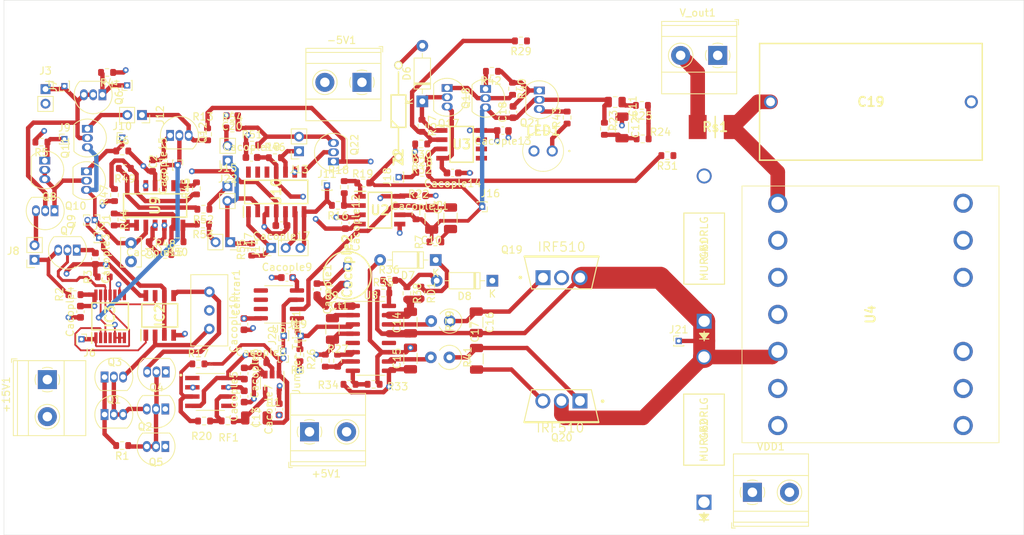
<source format=kicad_pcb>
(kicad_pcb (version 20171130) (host pcbnew "(5.1.10)-1")
  (layers (0 F.Cu signal) (1 In1.Cu signal hide) (2 In2.Cu signal hide) (31 B.Cu signal) (34 B.Paste user) (35 F.Paste user) (36 B.SilkS user) (37 F.SilkS user) (38 B.Mask user) (39 F.Mask user) (44 Edge.Cuts user))
  (net 0 "")
  (net 1 GND)
  (net 2 /control/OUT_Capacitor)
  (net 3 +5V)
  (net 4 +15V)
  (net 5 "Net-(C10-Pad2)")
  (net 6 "Net-(C10-Pad1)")
  (net 7 "Net-(C11-Pad2)")
  (net 8 "Net-(C12-Pad2)")
  (net 9 "Net-(C13-Pad2)")
  (net 10 "Net-(C13-Pad1)")
  (net 11 "Net-(C14-Pad2)")
  (net 12 "Net-(C14-Pad1)")
  (net 13 "Net-(C16-Pad1)")
  (net 14 "Net-(C17-Pad1)")
  (net 15 "Net-(C18-Pad2)")
  (net 16 "Net-(C19-Pad1)")
  (net 17 VD)
  (net 18 "Net-(Ct1-Pad2)")
  (net 19 "Net-(D6-Pad2)")
  (net 20 "Net-(D6-Pad1)")
  (net 21 "Net-(D7-Pad1)")
  (net 22 "Net-(D8-Pad2)")
  (net 23 "Net-(J4-Pad1)")
  (net 24 /control/V_flipflop)
  (net 25 "Net-(J9-Pad1)")
  (net 26 "Net-(J10-Pad1)")
  (net 27 /control2/Vo_control)
  (net 28 -5V)
  (net 29 +2V5)
  (net 30 "Net-(J19-Pad1)")
  (net 31 "Net-(Q1-Pad2)")
  (net 32 "Net-(Q2-Pad2)")
  (net 33 "Net-(Q10-Pad2)")
  (net 34 "Net-(Q17-Pad1)")
  (net 35 "Net-(Q18-Pad1)")
  (net 36 "Net-(Q21-Pad3)")
  (net 37 "Net-(R16-Pad1)")
  (net 38 "Net-(R17-Pad1)")
  (net 39 "Net-(R18-Pad1)")
  (net 40 "Net-(R20-Pad1)")
  (net 41 "Net-(R26-Pad2)")
  (net 42 "Net-(R26-Pad1)")
  (net 43 "Net-(R28-Pad2)")
  (net 44 "Net-(R29-Pad2)")
  (net 45 "Net-(R33-Pad1)")
  (net 46 "Net-(R35-Pad2)")
  (net 47 "Net-(R41-Pad2)")
  (net 48 "Net-(LED1-Pad1)")
  (net 49 "Net-(R50-Pad1)")
  (net 50 "Net-(U8-Pad12)")
  (net 51 "Net-(U8-Pad5)")
  (net 52 "Net-(C20-Pad1)")
  (net 53 "Net-(R44-Pad2)")
  (net 54 "Net-(R44-Pad1)")
  (net 55 "Net-(R45-Pad1)")
  (net 56 "Net-(R45-Pad2)")
  (net 57 "Net-(R49-Pad2)")
  (net 58 "Net-(IC2-Pad1)")
  (net 59 "Net-(IC2-Pad3)")
  (net 60 "Net-(IC2-Pad7)")
  (net 61 "Net-(IC3-Pad1)")
  (net 62 "Net-(IC3-Pad4)")
  (net 63 "Net-(IC3-Pad10)")
  (net 64 "Net-(Q22-Pad2)")
  (net 65 "Net-(C3-Pad2)")
  (net 66 /potencia/V_Out)
  (net 67 "Net-(R39-Pad2)")
  (net 68 "Net-(Centrar1-Pad1)")
  (net 69 "Net-(Centrar1-Pad3)")
  (net 70 "Net-(J20-Pad1)")
  (net 71 "Net-(J3-Pad1)")
  (net 72 "Net-(J8-Pad1)")
  (net 73 "Net-(J8-Pad2)")
  (net 74 "Net-(J12-Pad1)")
  (net 75 "Net-(J12-Pad2)")
  (net 76 "Net-(J13-Pad1)")
  (net 77 "Net-(J14-Pad2)")
  (net 78 "Net-(J14-Pad1)")
  (net 79 "Net-(J15-Pad2)")
  (net 80 "Net-(J15-Pad1)")
  (net 81 "Net-(J17-Pad2)")
  (net 82 "Net-(J22-Pad2)")
  (net 83 "Net-(U4-Pad1)")
  (net 84 "Net-(U4-Pad3)")
  (net 85 "Net-(U4-Pad5)")
  (net 86 "Net-(U4-Pad6)")
  (net 87 "Net-(U4-Pad7)")
  (net 88 "Net-(U4-Pad9)")
  (net 89 "Net-(U4-Pad10)")
  (net 90 "Net-(U4-Pad11)")
  (net 91 "Net-(U4-Pad13)")
  (net 92 "Net-(U4-Pad2)")
  (net 93 "Net-(R9-Pad2)")
  (net 94 "Net-(U4-Pad14)")
  (module Potentiometer_THT:Potentiometer_Bourns_3296W_Vertical (layer F.Cu) (at 162.2425 121.92 270)
    (fp_text reference Centrar1 (at -4.953 -3.6576 90) (layer F.SilkS))
    (fp_text value 500)
    (pad 1 thru_hole circle (at 0 0 270) (size 1.44 1.44) (drill 0.8) (layers *.Cu *.Mask) (net 68 "Net-(Centrar1-Pad1)"))
    (pad 2 thru_hole circle (at -2.54 0 270) (size 1.44 1.44) (drill 0.8) (layers *.Cu *.Mask) (net 3 +5V))
    (pad 3 thru_hole circle (at -5.08 0 270) (size 1.44 1.44) (drill 0.8) (layers *.Cu *.Mask) (net 69 "Net-(Centrar1-Pad3)"))
  )
  (module "New folder:CAPPRD250W50D655H1250" (layer F.Cu) (at 181.12232 113.32972 270)
    (fp_text reference Cacople2 (at 0 0 90) (layer F.SilkS) (effects (font (size 1.27 1.27) (thickness 0.254))))
    (fp_text value 100u hide)
    (pad 1 thru_hole rect (at 0 0 270) (size 1.1 1.1) (drill 0.7) (layers *.Cu *.Mask) (net 1 GND))
    (pad 2 thru_hole circle (at 2.5 0 270) (size 1.1 1.1) (drill 0.7) (layers *.Cu *.Mask) (net 17 VD))
  )
  (module Connector_PinHeader_1.00mm:PinHeader_1x01_P1.00mm_Vertical (layer F.Cu) (at 147.15744 109.4232)
    (fp_text reference J2 (at 0 -1.56) (layer F.SilkS))
    (fp_text value Conn_01x01_Male)
    (pad 1 thru_hole rect (at 0 0) (size 0.85 0.85) (drill 0.5) (layers *.Cu *.Mask) (net 59 "Net-(IC2-Pad3)"))
  )
  (module Connector_PinSocket_2.00mm:PinSocket_1x02_P2.00mm_Vertical (layer F.Cu) (at 139.8016 89.0524)
    (fp_text reference J3 (at 0 -2.5) (layer F.SilkS))
    (fp_text value Pot_frec)
    (pad 1 thru_hole rect (at 0 0) (size 1.35 1.35) (drill 0.8) (layers *.Cu *.Mask) (net 71 "Net-(J3-Pad1)"))
    (pad 2 thru_hole oval (at 0 2) (size 1.35 1.35) (drill 0.8) (layers *.Cu *.Mask) (net 4 +15V))
  )
  (module Resistor_SMD:R_0603_1608Metric (layer F.Cu) (at 203.7715 89.0016 90)
    (fp_text reference R40 (at -0.0127 1.2954 90) (layer F.SilkS))
    (fp_text value 100k)
    (pad 1 smd roundrect (at -0.825 0 90) (size 0.8 0.95) (layers F.Cu F.Paste F.Mask) (net 34 "Net-(Q17-Pad1)"))
    (pad 2 smd roundrect (at 0.825 0 90) (size 0.8 0.95) (layers F.Cu F.Paste F.Mask) (net 15 "Net-(C18-Pad2)"))
  )
  (module Resistor_SMD:R_0603_1608Metric (layer F.Cu) (at 200.9521 86.614)
    (fp_text reference R42 (at -0.1397 1.3081) (layer F.SilkS))
    (fp_text value 10k)
    (pad 1 smd roundrect (at -0.825 0) (size 0.8 0.95) (layers F.Cu F.Paste F.Mask) (net 35 "Net-(Q18-Pad1)"))
    (pad 2 smd roundrect (at 0.825 0) (size 0.8 0.95) (layers F.Cu F.Paste F.Mask) (net 15 "Net-(C18-Pad2)"))
  )
  (module Resistor_SMD:R_0603_1608Metric (layer F.Cu) (at 211.24672 92.95384 90)
    (fp_text reference R43 (at 0 -1.43 90) (layer F.SilkS))
    (fp_text value 1k)
    (pad 2 smd roundrect (at 0.825 0 90) (size 0.8 0.95) (layers F.Cu F.Paste F.Mask) (net 36 "Net-(Q21-Pad3)"))
    (pad 1 smd roundrect (at -0.825 0 90) (size 0.8 0.95) (layers F.Cu F.Paste F.Mask) (net 48 "Net-(LED1-Pad1)"))
  )
  (module Package_TO_SOT_THT:TO-92_Inline (layer F.Cu) (at 207.4418 89.2429 270)
    (fp_text reference Q21 (at 4.4323 1.2065) (layer F.SilkS))
    (fp_text value BC557)
    (pad 1 thru_hole rect (at 0 0 270) (size 1.05 1.5) (drill 0.75) (layers *.Cu *.Mask) (net 15 "Net-(C18-Pad2)"))
    (pad 3 thru_hole oval (at 2.54 0 270) (size 1.05 1.5) (drill 0.75) (layers *.Cu *.Mask) (net 36 "Net-(Q21-Pad3)"))
    (pad 2 thru_hole oval (at 1.27 0 270) (size 1.05 1.5) (drill 0.75) (layers *.Cu *.Mask) (net 5 "Net-(C10-Pad2)"))
  )
  (module Capacitor_SMD:C_0603_1608Metric (layer F.Cu) (at 203.8477 92.202 90)
    (fp_text reference C18 (at 0 -1.43 90) (layer F.SilkS))
    (fp_text value 100n)
    (pad 2 smd roundrect (at 0.775 0 90) (size 0.9 0.95) (layers F.Cu F.Paste F.Mask) (net 15 "Net-(C18-Pad2)"))
    (pad 1 smd roundrect (at -0.775 0 90) (size 0.9 0.95) (layers F.Cu F.Paste F.Mask) (net 5 "Net-(C10-Pad2)"))
  )
  (module Package_TO_SOT_THT:TO-92_Inline (layer F.Cu) (at 200.0758 89.027 270)
    (fp_text reference Q18 (at 1.27 2.6924 90) (layer F.SilkS))
    (fp_text value BC547)
    (pad 2 thru_hole oval (at 1.27 0 270) (size 1.05 1.5) (drill 0.75) (layers *.Cu *.Mask) (net 34 "Net-(Q17-Pad1)"))
    (pad 3 thru_hole oval (at 2.54 0 270) (size 1.05 1.5) (drill 0.75) (layers *.Cu *.Mask) (net 5 "Net-(C10-Pad2)"))
    (pad 1 thru_hole rect (at 0 0 270) (size 1.05 1.5) (drill 0.75) (layers *.Cu *.Mask) (net 35 "Net-(Q18-Pad1)"))
  )
  (module Resistor_SMD:R_0603_1608Metric (layer F.Cu) (at 149.2504 103.5812 90)
    (fp_text reference R47 (at 0 -1.43 90) (layer F.SilkS))
    (fp_text value 40k)
    (pad 2 smd roundrect (at 0.825 0 90) (size 0.8 0.95) (layers F.Cu F.Paste F.Mask) (net 55 "Net-(R45-Pad1)"))
    (pad 1 smd roundrect (at -0.825 0 90) (size 0.8 0.95) (layers F.Cu F.Paste F.Mask) (net 28 -5V))
  )
  (module Resistor_SMD:R_0603_1608Metric (layer F.Cu) (at 168.0464 111.0488 90)
    (fp_text reference R55 (at 0 -1.43 90) (layer F.SilkS))
    (fp_text value 10k)
    (pad 1 smd roundrect (at -0.825 0 90) (size 0.8 0.95) (layers F.Cu F.Paste F.Mask) (net 78 "Net-(J14-Pad1)"))
    (pad 2 smd roundrect (at 0.825 0 90) (size 0.8 0.95) (layers F.Cu F.Paste F.Mask) (net 79 "Net-(J15-Pad2)"))
  )
  (module "New folder:SOP65P640X110-14N" (layer F.Cu) (at 148.6535 120.2055 90)
    (fp_text reference IC3 (at 0 0 90) (layer F.SilkS) (effects (font (size 1.27 1.27) (thickness 0.254))))
    (fp_text value 74HC02PW,112 hide)
    (pad 1 smd rect (at -2.938 -1.95 180) (size 0.45 1.475) (layers F.Cu F.Paste F.Mask) (net 61 "Net-(IC3-Pad1)"))
    (pad 2 smd rect (at -2.938 -1.3 180) (size 0.45 1.475) (layers F.Cu F.Paste F.Mask) (net 58 "Net-(IC2-Pad1)"))
    (pad 3 smd rect (at -2.938 -0.65 180) (size 0.45 1.475) (layers F.Cu F.Paste F.Mask) (net 24 /control/V_flipflop))
    (pad 4 smd rect (at -2.938 0 180) (size 0.45 1.475) (layers F.Cu F.Paste F.Mask) (net 62 "Net-(IC3-Pad4)"))
    (pad 5 smd rect (at -2.938 0.65 180) (size 0.45 1.475) (layers F.Cu F.Paste F.Mask) (net 1 GND))
    (pad 6 smd rect (at -2.938 1.3 180) (size 0.45 1.475) (layers F.Cu F.Paste F.Mask) (net 1 GND))
    (pad 7 smd rect (at -2.938 1.95 180) (size 0.45 1.475) (layers F.Cu F.Paste F.Mask) (net 1 GND))
    (pad 8 smd rect (at 2.938 1.95 180) (size 0.45 1.475) (layers F.Cu F.Paste F.Mask) (net 1 GND))
    (pad 9 smd rect (at 2.938 1.3 180) (size 0.45 1.475) (layers F.Cu F.Paste F.Mask) (net 1 GND))
    (pad 10 smd rect (at 2.938 0.65 180) (size 0.45 1.475) (layers F.Cu F.Paste F.Mask) (net 63 "Net-(IC3-Pad10)"))
    (pad 11 smd rect (at 2.938 0 180) (size 0.45 1.475) (layers F.Cu F.Paste F.Mask) (net 60 "Net-(IC2-Pad7)"))
    (pad 12 smd rect (at 2.938 -0.65 180) (size 0.45 1.475) (layers F.Cu F.Paste F.Mask) (net 61 "Net-(IC3-Pad1)"))
    (pad 13 smd rect (at 2.938 -1.3 180) (size 0.45 1.475) (layers F.Cu F.Paste F.Mask) (net 24 /control/V_flipflop))
    (pad 14 smd rect (at 2.938 -1.95 180) (size 0.45 1.475) (layers F.Cu F.Paste F.Mask) (net 3 +5V))
  )
  (module Connector_PinHeader_1.00mm:PinHeader_1x01_P1.00mm_Vertical (layer F.Cu) (at 199.6059 105.1814 180)
    (fp_text reference J16 (at -1.12776 1.81864) (layer F.SilkS))
    (fp_text value Realimentacion)
    (pad 1 thru_hole rect (at 0 0 180) (size 0.85 0.85) (drill 0.5) (layers *.Cu *.Mask) (net 5 "Net-(C10-Pad2)"))
  )
  (module Resistor_SMD:R_0603_1608Metric (layer F.Cu) (at 191.2112 116.967 270)
    (fp_text reference RD1 (at 0 -1.43 90) (layer F.SilkS))
    (fp_text value 10)
    (pad 1 smd roundrect (at -0.825 0 270) (size 0.8 0.95) (layers F.Cu F.Paste F.Mask) (net 21 "Net-(D7-Pad1)"))
    (pad 2 smd roundrect (at 0.825 0 270) (size 0.8 0.95) (layers F.Cu F.Paste F.Mask) (net 11 "Net-(C14-Pad2)"))
  )
  (module Package_SO:SOIC-16_3.9x9.9mm_P1.27mm (layer F.Cu) (at 184.36844 123.22048)
    (fp_text reference U8 (at 0 -5.9) (layer F.SilkS))
    (fp_text value IRS20957S)
    (pad 1 smd roundrect (at -2.475 -4.445) (size 1.95 0.6) (layers F.Cu F.Paste F.Mask) (net 93 "Net-(R9-Pad2)"))
    (pad 2 smd roundrect (at -2.475 -3.175) (size 1.95 0.6) (layers F.Cu F.Paste F.Mask) (net 18 "Net-(Ct1-Pad2)"))
    (pad 3 smd roundrect (at -2.475 -1.905) (size 1.95 0.6) (layers F.Cu F.Paste F.Mask) (net 30 "Net-(J19-Pad1)"))
    (pad 4 smd roundrect (at -2.475 -0.635) (size 1.95 0.6) (layers F.Cu F.Paste F.Mask) (net 1 GND))
    (pad 5 smd roundrect (at -2.475 0.635) (size 1.95 0.6) (layers F.Cu F.Paste F.Mask) (net 51 "Net-(U8-Pad5)"))
    (pad 6 smd roundrect (at -2.475 1.905) (size 1.95 0.6) (layers F.Cu F.Paste F.Mask) (net 41 "Net-(R26-Pad2)"))
    (pad 7 smd roundrect (at -2.475 3.175) (size 1.95 0.6) (layers F.Cu F.Paste F.Mask) (net 42 "Net-(R26-Pad1)"))
    (pad 8 smd roundrect (at -2.475 4.445) (size 1.95 0.6) (layers F.Cu F.Paste F.Mask) (net 45 "Net-(R33-Pad1)"))
    (pad 9 smd roundrect (at 2.475 4.445) (size 1.95 0.6) (layers F.Cu F.Paste F.Mask) (net 1 GND))
    (pad 10 smd roundrect (at 2.475 3.175) (size 1.95 0.6) (layers F.Cu F.Paste F.Mask) (net 47 "Net-(R41-Pad2)"))
    (pad 11 smd roundrect (at 2.475 1.905) (size 1.95 0.6) (layers F.Cu F.Paste F.Mask) (net 4 +15V))
    (pad 12 smd roundrect (at 2.475 0.635) (size 1.95 0.6) (layers F.Cu F.Paste F.Mask) (net 50 "Net-(U8-Pad12)"))
    (pad 13 smd roundrect (at 2.475 -0.635) (size 1.95 0.6) (layers F.Cu F.Paste F.Mask) (net 12 "Net-(C14-Pad1)"))
    (pad 14 smd roundrect (at 2.475 -1.905) (size 1.95 0.6) (layers F.Cu F.Paste F.Mask) (net 67 "Net-(R39-Pad2)"))
    (pad 15 smd roundrect (at 2.475 -3.175) (size 1.95 0.6) (layers F.Cu F.Paste F.Mask) (net 11 "Net-(C14-Pad2)"))
    (pad 16 smd roundrect (at 2.475 -4.445) (size 1.95 0.6) (layers F.Cu F.Paste F.Mask) (net 46 "Net-(R35-Pad2)"))
  )
  (module "New folder:SOIC127P600X175-8N" (layer F.Cu) (at 196.7992 96.6216)
    (fp_text reference U3 (at 0 0) (layer F.SilkS) (effects (font (size 1.27 1.27) (thickness 0.254))))
    (fp_text value TL082 hide)
    (pad 1 smd rect (at -2.711 -1.905 90) (size 0.65 1.528) (layers F.Cu F.Paste F.Mask) (net 20 "Net-(D6-Pad1)"))
    (pad 2 smd rect (at -2.711 -0.635 90) (size 0.65 1.528) (layers F.Cu F.Paste F.Mask) (net 44 "Net-(R29-Pad2)"))
    (pad 3 smd rect (at -2.711 0.635 90) (size 0.65 1.528) (layers F.Cu F.Paste F.Mask) (net 43 "Net-(R28-Pad2)"))
    (pad 4 smd rect (at -2.711 1.905 90) (size 0.65 1.528) (layers F.Cu F.Paste F.Mask) (net 28 -5V))
    (pad 5 smd rect (at 2.711 1.905 90) (size 0.65 1.528) (layers F.Cu F.Paste F.Mask))
    (pad 6 smd rect (at 2.711 0.635 90) (size 0.65 1.528) (layers F.Cu F.Paste F.Mask))
    (pad 7 smd rect (at 2.711 -0.635 90) (size 0.65 1.528) (layers F.Cu F.Paste F.Mask))
    (pad 8 smd rect (at 2.711 -1.905 90) (size 0.65 1.528) (layers F.Cu F.Paste F.Mask) (net 3 +5V))
  )
  (module "New folder:Vishay-IRF510-0" (layer F.Cu) (at 210.4898 114.2238 90)
    (fp_text reference Q19 (at 3.145 -5.2475) (layer F.SilkS) (effects (justify right)))
    (fp_text value IRF510 (at 3.533 0 180) (layer F.SilkS) (effects (font (size 1.27 1.27))))
    (pad 3 thru_hole circle (at -0.685 2.54 90) (size 2.05 2.05) (drill 1.35) (layers *.Cu) (net 12 "Net-(C14-Pad1)"))
    (pad 2 thru_hole circle (at -0.685 0 90) (size 2.05 2.05) (drill 1.35) (layers *.Cu) (net 17 VD))
    (pad 1 thru_hole rect (at -0.685 -2.54 90) (size 2.05 2.05) (drill 1.35) (layers *.Cu) (net 13 "Net-(C16-Pad1)"))
  )
  (module "New folder:NSPW500BS" (layer F.Cu) (at 209.20964 97.536 90)
    (fp_text reference LED1 (at 2.8 -1.25 180) (layer F.SilkS) (effects (font (size 1.27 1.27) (thickness 0.254))))
    (fp_text value NSPW500BS hide)
    (pad 1 thru_hole circle (at 0 0 90) (size 1.521 1.521) (drill 0.97782) (layers *.Cu *.Mask) (net 48 "Net-(LED1-Pad1)"))
    (pad 2 thru_hole circle (at 0 -2.5 90) (size 1.521 1.521) (drill 0.97782) (layers *.Cu *.Mask) (net 1 GND))
  )
  (module Resistor_SMD:R_0603_1608Metric (layer F.Cu) (at 186.8683 115.2652)
    (fp_text reference R36 (at 0 -1.43) (layer F.SilkS))
    (fp_text value 6.8k)
    (pad 1 smd roundrect (at -0.825 0) (size 0.8 0.95) (layers F.Cu F.Paste F.Mask) (net 46 "Net-(R35-Pad2)"))
    (pad 2 smd roundrect (at 0.825 0) (size 0.8 0.95) (layers F.Cu F.Paste F.Mask) (net 22 "Net-(D8-Pad2)"))
  )
  (module Connector_PinHeader_1.00mm:PinHeader_1x01_P1.00mm_Vertical (layer F.Cu) (at 157.89656 99.47656 270)
    (fp_text reference J5 (at 1.651 1.9812 180) (layer F.SilkS))
    (fp_text value Conn_01x01_Male)
    (pad 1 thru_hole rect (at 0 0 270) (size 0.85 0.85) (drill 0.5) (layers *.Cu *.Mask) (net 24 /control/V_flipflop))
  )
  (module Resistor_SMD:R_0603_1608Metric (layer F.Cu) (at 165.4048 94.3864)
    (fp_text reference R54 (at 0 -1.43) (layer F.SilkS))
    (fp_text value 10k)
    (pad 2 smd roundrect (at 0.825 0) (size 0.8 0.95) (layers F.Cu F.Paste F.Mask) (net 52 "Net-(C20-Pad1)"))
    (pad 1 smd roundrect (at -0.825 0) (size 0.8 0.95) (layers F.Cu F.Paste F.Mask) (net 82 "Net-(J22-Pad2)"))
  )
  (module Package_TO_SOT_THT:TO-92_Inline (layer F.Cu) (at 139.7 98.8568 270)
    (fp_text reference Q8 (at 4.9657 -0.6223) (layer F.SilkS))
    (fp_text value 2N3906)
    (pad 2 thru_hole oval (at 1.27 0 270) (size 1.05 1.5) (drill 0.75) (layers *.Cu *.Mask) (net 33 "Net-(Q10-Pad2)"))
    (pad 3 thru_hole oval (at 2.54 0 270) (size 1.05 1.5) (drill 0.75) (layers *.Cu *.Mask) (net 33 "Net-(Q10-Pad2)"))
    (pad 1 thru_hole rect (at 0 0 270) (size 1.05 1.5) (drill 0.75) (layers *.Cu *.Mask) (net 25 "Net-(J9-Pad1)"))
  )
  (module Diode_THT:D_DO-35_SOD27_P7.62mm_Horizontal (layer F.Cu) (at 201.00544 115.32108 180)
    (fp_text reference D8 (at 3.81 -2.12) (layer F.SilkS))
    (fp_text value BAV21)
    (fp_text user K (at 0 -1.8) (layer F.SilkS))
    (pad 2 thru_hole oval (at 7.62 0 180) (size 1.6 1.6) (drill 0.8) (layers *.Cu *.Mask) (net 22 "Net-(D8-Pad2)"))
    (pad 1 thru_hole rect (at 0 0 180) (size 1.6 1.6) (drill 0.8) (layers *.Cu *.Mask) (net 17 VD))
  )
  (module Resistor_SMD:R_0603_1608Metric (layer F.Cu) (at 160.73628 126.72568)
    (fp_text reference R17 (at 0 -1.43) (layer F.SilkS))
    (fp_text value 50k)
    (pad 1 smd roundrect (at -0.825 0) (size 0.8 0.95) (layers F.Cu F.Paste F.Mask) (net 38 "Net-(R17-Pad1)"))
    (pad 2 smd roundrect (at 0.825 0) (size 0.8 0.95) (layers F.Cu F.Paste F.Mask) (net 9 "Net-(C13-Pad2)"))
  )
  (module "New folder:MUR460RLG" (layer F.Cu) (at 230.0224 120.8786 90)
    (fp_text reference CR1 (at 9.9568 0 90) (layer F.SilkS))
    (fp_text value MUR460RLG (at 9.9568 0 90) (layer F.SilkS))
    (fp_text user * (at 0 0 90) (layer F.SilkS))
    (pad 1 thru_hole rect (at 0 0 90) (size 2.0574 2.0574) (drill 1.5494) (layers *.Cu *.Mask) (net 12 "Net-(C14-Pad1)"))
    (pad 2 thru_hole circle (at 19.9136 0 90) (size 2.0574 2.0574) (drill 1.5494) (layers *.Cu *.Mask) (net 17 VD))
  )
  (module Capacitor_SMD:C_1206_3216Metric (layer F.Cu) (at 198.80072 121.02592 270)
    (fp_text reference C16 (at 0 -1.85 90) (layer F.SilkS))
    (fp_text value 1n)
    (pad 1 smd roundrect (at -1.475 0 270) (size 1.15 1.8) (layers F.Cu F.Paste F.Mask) (roundrect_rratio 0.217391) (net 13 "Net-(C16-Pad1)"))
    (pad 2 smd roundrect (at 1.475 0 270) (size 1.15 1.8) (layers F.Cu F.Paste F.Mask) (roundrect_rratio 0.217391) (net 12 "Net-(C14-Pad1)"))
  )
  (module Resistor_SMD:R_0603_1608Metric (layer F.Cu) (at 161.42716 105.52176 180)
    (fp_text reference R52 (at 0 -1.43) (layer F.SilkS))
    (fp_text value 10k)
    (pad 2 smd roundrect (at 0.825 0 180) (size 0.8 0.95) (layers F.Cu F.Paste F.Mask) (net 57 "Net-(R49-Pad2)"))
    (pad 1 smd roundrect (at -0.825 0 180) (size 0.8 0.95) (layers F.Cu F.Paste F.Mask) (net 80 "Net-(J15-Pad1)"))
  )
  (module Package_TO_SOT_THT:TO-92_Inline (layer F.Cu) (at 179.24272 98.98126 90)
    (fp_text reference Q22 (at 2.29616 2.88798 90) (layer F.SilkS))
    (fp_text value Q_PMOS_DGS)
    (pad 1 thru_hole rect (at 0 0 90) (size 1.05 1.5) (drill 0.75) (layers *.Cu *.Mask) (net 3 +5V))
    (pad 3 thru_hole oval (at 2.54 0 90) (size 1.05 1.5) (drill 0.75) (layers *.Cu *.Mask) (net 52 "Net-(C20-Pad1)"))
    (pad 2 thru_hole oval (at 1.27 0 90) (size 1.05 1.5) (drill 0.75) (layers *.Cu *.Mask) (net 64 "Net-(Q22-Pad2)"))
  )
  (module Connector_PinHeader_1.00mm:PinHeader_1x01_P1.00mm_Vertical (layer F.Cu) (at 150.3172 95.7072)
    (fp_text reference J10 (at 0 -1.56) (layer F.SilkS))
    (fp_text value Conn_01x01_Male)
    (pad 1 thru_hole rect (at 0 0) (size 0.85 0.85) (drill 0.5) (layers *.Cu *.Mask) (net 26 "Net-(J10-Pad1)"))
  )
  (module Capacitor_THT:C_Disc_D3.8mm_W2.6mm_P2.50mm (layer F.Cu) (at 151.511 110.1725 270)
    (fp_text reference C1 (at 1.25 -2.55 90) (layer F.SilkS))
    (fp_text value 200n)
    (pad 1 thru_hole circle (at 0 0 270) (size 1.6 1.6) (drill 0.8) (layers *.Cu *.Mask) (net 2 /control/OUT_Capacitor))
    (pad 2 thru_hole circle (at 2.5 0 270) (size 1.6 1.6) (drill 0.8) (layers *.Cu *.Mask) (net 1 GND))
  )
  (module Capacitor_SMD:C_0805_2012Metric (layer F.Cu) (at 217.8304 90.8304)
    (fp_text reference C11 (at 2.413 0.5588 90) (layer F.SilkS))
    (fp_text value 0.15n)
    (pad 1 smd roundrect (at -0.95 0) (size 1 1.45) (layers F.Cu F.Paste F.Mask) (net 5 "Net-(C10-Pad2)"))
    (pad 2 smd roundrect (at 0.95 0) (size 1 1.45) (layers F.Cu F.Paste F.Mask) (net 7 "Net-(C11-Pad2)"))
  )
  (module Capacitor_SMD:C_1206_3216Metric (layer F.Cu) (at 218.7575 94.3102 270)
    (fp_text reference C12 (at 0 -1.85 90) (layer F.SilkS))
    (fp_text value 10p)
    (pad 1 smd roundrect (at -1.475 0 270) (size 1.15 1.8) (layers F.Cu F.Paste F.Mask) (roundrect_rratio 0.217391) (net 1 GND))
    (pad 2 smd roundrect (at 1.475 0 270) (size 1.15 1.8) (layers F.Cu F.Paste F.Mask) (roundrect_rratio 0.217391) (net 8 "Net-(C12-Pad2)"))
  )
  (module Capacitor_SMD:C_1206_3216Metric (layer F.Cu) (at 168.6306 134.1374)
    (fp_text reference C13 (at 0.04318 -0.0889 270) (layer F.SilkS))
    (fp_text value 100p)
    (pad 2 smd roundrect (at 1.475 0) (size 1.15 1.8) (layers F.Cu F.Paste F.Mask) (roundrect_rratio 0.217391) (net 9 "Net-(C13-Pad2)"))
    (pad 1 smd roundrect (at -1.475 0) (size 1.15 1.8) (layers F.Cu F.Paste F.Mask) (roundrect_rratio 0.217391) (net 10 "Net-(C13-Pad1)"))
  )
  (module Capacitor_SMD:C_1206_3216Metric (layer F.Cu) (at 189.7888 121.0564 90)
    (fp_text reference C14 (at 0 -1.85 90) (layer F.SilkS))
    (fp_text value 22n)
    (pad 2 smd roundrect (at 1.475 0 90) (size 1.15 1.8) (layers F.Cu F.Paste F.Mask) (roundrect_rratio 0.217391) (net 11 "Net-(C14-Pad2)"))
    (pad 1 smd roundrect (at -1.475 0 90) (size 1.15 1.8) (layers F.Cu F.Paste F.Mask) (roundrect_rratio 0.217391) (net 12 "Net-(C14-Pad1)"))
  )
  (module Capacitor_SMD:C_1206_3216Metric (layer F.Cu) (at 189.7888 125.984 90)
    (fp_text reference C15 (at 0 -1.85 90) (layer F.SilkS))
    (fp_text value 22n)
    (pad 1 smd roundrect (at -1.475 0 90) (size 1.15 1.8) (layers F.Cu F.Paste F.Mask) (roundrect_rratio 0.217391) (net 1 GND))
    (pad 2 smd roundrect (at 1.475 0 90) (size 1.15 1.8) (layers F.Cu F.Paste F.Mask) (roundrect_rratio 0.217391) (net 4 +15V))
  )
  (module Capacitor_SMD:C_1206_3216Metric (layer F.Cu) (at 198.84136 126.02464 270)
    (fp_text reference C17 (at -3.67284 0.21844 90) (layer F.SilkS))
    (fp_text value 1n)
    (pad 2 smd roundrect (at 1.475 0 270) (size 1.15 1.8) (layers F.Cu F.Paste F.Mask) (roundrect_rratio 0.217391) (net 1 GND))
    (pad 1 smd roundrect (at -1.475 0 270) (size 1.15 1.8) (layers F.Cu F.Paste F.Mask) (roundrect_rratio 0.217391) (net 14 "Net-(C17-Pad1)"))
  )
  (module Capacitor_SMD:C_0603_1608Metric (layer F.Cu) (at 165.354 92.71 180)
    (fp_text reference C20 (at 0 -1.43) (layer F.SilkS))
    (fp_text value 0.01u)
    (pad 1 smd roundrect (at -0.775 0 180) (size 0.9 0.95) (layers F.Cu F.Paste F.Mask) (net 52 "Net-(C20-Pad1)"))
    (pad 2 smd roundrect (at 0.775 0 180) (size 0.9 0.95) (layers F.Cu F.Paste F.Mask) (net 1 GND))
  )
  (module Capacitor_SMD:C_1206_3216Metric (layer F.Cu) (at 179.1081 121.9327 90)
    (fp_text reference Ct1 (at 3.19024 0.94488 180) (layer F.SilkS))
    (fp_text value 10p)
    (pad 1 smd roundrect (at -1.475 0 90) (size 1.15 1.8) (layers F.Cu F.Paste F.Mask) (roundrect_rratio 0.217391) (net 1 GND))
    (pad 2 smd roundrect (at 1.475 0 90) (size 1.15 1.8) (layers F.Cu F.Paste F.Mask) (roundrect_rratio 0.217391) (net 18 "Net-(Ct1-Pad2)"))
  )
  (module Diode_THT:D_DO-35_SOD27_P7.62mm_Horizontal (layer F.Cu) (at 191.4144 90.7288 90)
    (fp_text reference D6 (at 3.81 -2.12 90) (layer F.SilkS))
    (fp_text value 1N4148)
    (fp_text user K (at 0 -1.8 90) (layer F.SilkS))
    (pad 1 thru_hole rect (at 0 0 90) (size 1.6 1.6) (drill 0.8) (layers *.Cu *.Mask) (net 20 "Net-(D6-Pad1)"))
    (pad 2 thru_hole oval (at 7.62 0 90) (size 1.6 1.6) (drill 0.8) (layers *.Cu *.Mask) (net 19 "Net-(D6-Pad2)"))
  )
  (module Diode_THT:D_DO-35_SOD27_P7.62mm_Horizontal (layer F.Cu) (at 193.25336 112.48136 180)
    (fp_text reference D7 (at 3.81 -2.12) (layer F.SilkS))
    (fp_text value 1N4448)
    (fp_text user K (at 0 -1.8) (layer F.SilkS))
    (pad 1 thru_hole rect (at 0 0 180) (size 1.6 1.6) (drill 0.8) (layers *.Cu *.Mask) (net 21 "Net-(D7-Pad1)"))
    (pad 2 thru_hole oval (at 7.62 0 180) (size 1.6 1.6) (drill 0.8) (layers *.Cu *.Mask) (net 4 +15V))
  )
  (module "New folder:SOIC127P600X175-8N" (layer F.Cu) (at 155.448 120.0785 90)
    (fp_text reference IC2 (at 0 0 90) (layer F.SilkS) (effects (font (size 1.27 1.27) (thickness 0.254))))
    (fp_text value LM393AD hide)
    (pad 1 smd rect (at -2.711 -1.905 180) (size 0.65 1.528) (layers F.Cu F.Paste F.Mask) (net 58 "Net-(IC2-Pad1)"))
    (pad 2 smd rect (at -2.711 -0.635 180) (size 0.65 1.528) (layers F.Cu F.Paste F.Mask) (net 68 "Net-(Centrar1-Pad1)"))
    (pad 3 smd rect (at -2.711 0.635 180) (size 0.65 1.528) (layers F.Cu F.Paste F.Mask) (net 59 "Net-(IC2-Pad3)"))
    (pad 4 smd rect (at -2.711 1.905 180) (size 0.65 1.528) (layers F.Cu F.Paste F.Mask) (net 1 GND))
    (pad 5 smd rect (at 2.711 1.905 180) (size 0.65 1.528) (layers F.Cu F.Paste F.Mask) (net 69 "Net-(Centrar1-Pad3)"))
    (pad 6 smd rect (at 2.711 0.635 180) (size 0.65 1.528) (layers F.Cu F.Paste F.Mask) (net 59 "Net-(IC2-Pad3)"))
    (pad 7 smd rect (at 2.711 -0.635 180) (size 0.65 1.528) (layers F.Cu F.Paste F.Mask) (net 60 "Net-(IC2-Pad7)"))
    (pad 8 smd rect (at 2.711 -1.905 180) (size 0.65 1.528) (layers F.Cu F.Paste F.Mask) (net 4 +15V))
  )
  (module Connector_PinHeader_1.00mm:PinHeader_1x02_P1.00mm_Vertical (layer F.Cu) (at 146.558 106.9975 270)
    (fp_text reference J1 (at 0 -1.56 90) (layer F.SilkS))
    (fp_text value Conn_01x02_Male)
    (pad 1 thru_hole rect (at 0 0 270) (size 0.85 0.85) (drill 0.5) (layers *.Cu *.Mask) (net 2 /control/OUT_Capacitor))
    (pad 2 thru_hole oval (at 0 1 270) (size 0.85 0.85) (drill 0.5) (layers *.Cu *.Mask) (net 59 "Net-(IC2-Pad3)"))
  )
  (module TerminalBlock_Phoenix:TerminalBlock_Phoenix_MKDS-1,5-2-5.08_1x02_P5.08mm_Horizontal (layer F.Cu) (at 140.0556 128.8796 270)
    (fp_text reference +15V1 (at 2.0701 5.6388 90) (layer F.SilkS))
    (fp_text value +15)
    (pad 2 thru_hole circle (at 5.08 0 270) (size 2.6 2.6) (drill 1.3) (layers *.Cu *.Mask) (net 1 GND))
    (pad 1 thru_hole rect (at 0 0 270) (size 2.6 2.6) (drill 1.3) (layers *.Cu *.Mask) (net 4 +15V))
  )
  (module Connector_PinHeader_1.00mm:PinHeader_1x01_P1.00mm_Vertical (layer F.Cu) (at 150.9776 88.5444 90)
    (fp_text reference J4 (at 0 -1.56 90) (layer F.SilkS))
    (fp_text value Conn_01x01_Male)
    (pad 1 thru_hole rect (at 0 0 90) (size 0.85 0.85) (drill 0.5) (layers *.Cu *.Mask) (net 23 "Net-(J4-Pad1)"))
  )
  (module Connector_PinHeader_1.00mm:PinHeader_1x01_P1.00mm_Vertical (layer F.Cu) (at 144.7292 123.3424 270)
    (fp_text reference J6 (at 1.8542 -1.1176 180) (layer F.SilkS))
    (fp_text value Conn_01x01_Male)
    (pad 1 thru_hole rect (at 0 0 270) (size 0.85 0.85) (drill 0.5) (layers *.Cu *.Mask) (net 61 "Net-(IC3-Pad1)"))
  )
  (module Connector_PinHeader_1.00mm:PinHeader_1x01_P1.00mm_Vertical (layer F.Cu) (at 142.3924 88.646 90)
    (fp_text reference J7 (at 0 -1.56 90) (layer F.SilkS))
    (fp_text value Conn_01x01_Male)
    (pad 1 thru_hole rect (at 0 0 90) (size 0.85 0.85) (drill 0.5) (layers *.Cu *.Mask) (net 71 "Net-(J3-Pad1)"))
  )
  (module Connector_PinHeader_1.00mm:PinHeader_1x01_P1.00mm_Vertical (layer F.Cu) (at 142.3924 95.9104)
    (fp_text reference J9 (at 0 -1.56) (layer F.SilkS))
    (fp_text value Conn_01x01_Male)
    (pad 1 thru_hole rect (at 0 0) (size 0.85 0.85) (drill 0.5) (layers *.Cu *.Mask) (net 25 "Net-(J9-Pad1)"))
  )
  (module Connector_PinHeader_1.00mm:PinHeader_1x01_P1.00mm_Vertical (layer F.Cu) (at 178.3588 102.2604)
    (fp_text reference J11 (at 0 -1.56) (layer F.SilkS))
    (fp_text value Conn_01x01_Male)
    (pad 1 thru_hole rect (at 0 0) (size 0.85 0.85) (drill 0.5) (layers *.Cu *.Mask) (net 27 /control2/Vo_control))
  )
  (module Connector_PinHeader_1.00mm:PinHeader_1x02_P1.00mm_Vertical (layer F.Cu) (at 172.3771 124.9299)
    (fp_text reference Jumper_Tri_RF1 (at 1.79324 0.19558 90) (layer F.SilkS))
    (fp_text value Jumper_Tri_RF)
    (pad 2 thru_hole oval (at 0 1) (size 0.85 0.85) (drill 0.5) (layers *.Cu *.Mask) (net 9 "Net-(C13-Pad2)"))
    (pad 1 thru_hole rect (at 0 0) (size 0.85 0.85) (drill 0.5) (layers *.Cu *.Mask) (net 70 "Net-(J20-Pad1)"))
  )
  (module Connector_PinHeader_1.00mm:PinHeader_1x01_P1.00mm_Vertical (layer F.Cu) (at 188.1759 101.1174 90)
    (fp_text reference J18 (at 0 -1.56 90) (layer F.SilkS))
    (fp_text value Conn_01x01_Male)
    (pad 1 thru_hole rect (at 0 0 90) (size 0.85 0.85) (drill 0.5) (layers *.Cu *.Mask) (net 29 +2V5))
  )
  (module Connector_PinHeader_1.00mm:PinHeader_1x01_P1.00mm_Vertical (layer F.Cu) (at 174.752 122.8852)
    (fp_text reference J19 (at -0.45212 -1.6002) (layer F.SilkS))
    (fp_text value V_in_Driver)
    (pad 1 thru_hole rect (at 0 0) (size 0.85 0.85) (drill 0.5) (layers *.Cu *.Mask) (net 30 "Net-(J19-Pad1)"))
  )
  (module Connector_PinHeader_1.00mm:PinHeader_1x01_P1.00mm_Vertical (layer F.Cu) (at 226.53244 123.58116)
    (fp_text reference J21 (at 0 -1.56) (layer F.SilkS))
    (fp_text value L)
    (pad 1 thru_hole rect (at 0 0) (size 0.85 0.85) (drill 0.5) (layers *.Cu *.Mask) (net 12 "Net-(C14-Pad1)"))
  )
  (module TerminalBlock_Phoenix:TerminalBlock_Phoenix_MKDS-1,5-2-5.08_1x02_P5.08mm_Horizontal (layer F.Cu) (at 175.96104 136.03732)
    (fp_text reference +5V1 (at 2.286 5.7404) (layer F.SilkS))
    (fp_text value +5)
    (pad 1 thru_hole rect (at 0 0) (size 2.6 2.6) (drill 1.3) (layers *.Cu *.Mask) (net 3 +5V))
    (pad 2 thru_hole circle (at 5.08 0) (size 2.6 2.6) (drill 1.3) (layers *.Cu *.Mask) (net 1 GND))
  )
  (module Package_TO_SOT_THT:TO-92_Inline (layer F.Cu) (at 147.8915 133.6675)
    (fp_text reference Q1 (at 1.27 -2.032) (layer F.SilkS))
    (fp_text value 2N3906)
    (pad 2 thru_hole oval (at 1.27 0) (size 1.05 1.5) (drill 0.75) (layers *.Cu *.Mask) (net 31 "Net-(Q1-Pad2)"))
    (pad 3 thru_hole oval (at 2.54 0) (size 1.05 1.5) (drill 0.75) (layers *.Cu *.Mask) (net 31 "Net-(Q1-Pad2)"))
    (pad 1 thru_hole rect (at 0 0) (size 1.05 1.5) (drill 0.75) (layers *.Cu *.Mask) (net 4 +15V))
  )
  (module Package_TO_SOT_THT:TO-92_Inline (layer F.Cu) (at 156.21 132.9055 180)
    (fp_text reference Q2 (at 2.77876 -2.44348) (layer F.SilkS))
    (fp_text value 2N3904)
    (pad 1 thru_hole rect (at 0 0 180) (size 1.05 1.5) (drill 0.75) (layers *.Cu *.Mask) (net 1 GND))
    (pad 3 thru_hole oval (at 2.54 0 180) (size 1.05 1.5) (drill 0.75) (layers *.Cu *.Mask) (net 31 "Net-(Q1-Pad2)"))
    (pad 2 thru_hole oval (at 1.27 0 180) (size 1.05 1.5) (drill 0.75) (layers *.Cu *.Mask) (net 32 "Net-(Q2-Pad2)"))
  )
  (module Package_TO_SOT_THT:TO-92_Inline (layer F.Cu) (at 147.8915 128.524)
    (fp_text reference Q3 (at 1.397 -2.032) (layer F.SilkS))
    (fp_text value 2N3906)
    (pad 1 thru_hole rect (at 0 0) (size 1.05 1.5) (drill 0.75) (layers *.Cu *.Mask) (net 4 +15V))
    (pad 3 thru_hole oval (at 2.54 0) (size 1.05 1.5) (drill 0.75) (layers *.Cu *.Mask) (net 68 "Net-(Centrar1-Pad1)"))
    (pad 2 thru_hole oval (at 1.27 0) (size 1.05 1.5) (drill 0.75) (layers *.Cu *.Mask) (net 31 "Net-(Q1-Pad2)"))
  )
  (module Package_TO_SOT_THT:TO-92_Inline (layer F.Cu) (at 156.2735 127.8255 180)
    (fp_text reference Q4 (at 1.27 -2.159) (layer F.SilkS))
    (fp_text value 2N3904)
    (pad 1 thru_hole rect (at 0 0 180) (size 1.05 1.5) (drill 0.75) (layers *.Cu *.Mask) (net 1 GND))
    (pad 3 thru_hole oval (at 2.54 0 180) (size 1.05 1.5) (drill 0.75) (layers *.Cu *.Mask) (net 69 "Net-(Centrar1-Pad3)"))
    (pad 2 thru_hole oval (at 1.27 0 180) (size 1.05 1.5) (drill 0.75) (layers *.Cu *.Mask) (net 32 "Net-(Q2-Pad2)"))
  )
  (module Package_TO_SOT_THT:TO-92_Inline (layer F.Cu) (at 156.21 138.049 180)
    (fp_text reference Q5 (at 1.27 -2.159) (layer F.SilkS))
    (fp_text value 2N3904)
    (pad 2 thru_hole oval (at 1.27 0 180) (size 1.05 1.5) (drill 0.75) (layers *.Cu *.Mask) (net 32 "Net-(Q2-Pad2)"))
    (pad 3 thru_hole oval (at 2.54 0 180) (size 1.05 1.5) (drill 0.75) (layers *.Cu *.Mask) (net 32 "Net-(Q2-Pad2)"))
    (pad 1 thru_hole rect (at 0 0 180) (size 1.05 1.5) (drill 0.75) (layers *.Cu *.Mask) (net 1 GND))
  )
  (module Package_TO_SOT_THT:TO-92_Inline (layer F.Cu) (at 147.5994 89.8271 180)
    (fp_text reference Q6 (at -2.286 -0.4064 270) (layer F.SilkS))
    (fp_text value 2N3904)
    (pad 1 thru_hole rect (at 0 0 180) (size 1.05 1.5) (drill 0.75) (layers *.Cu *.Mask) (net 23 "Net-(J4-Pad1)"))
    (pad 3 thru_hole oval (at 2.54 0 180) (size 1.05 1.5) (drill 0.75) (layers *.Cu *.Mask) (net 71 "Net-(J3-Pad1)"))
    (pad 2 thru_hole oval (at 1.27 0 180) (size 1.05 1.5) (drill 0.75) (layers *.Cu *.Mask) (net 71 "Net-(J3-Pad1)"))
  )
  (module Package_TO_SOT_THT:TO-92_Inline (layer F.Cu) (at 144.0815 111.125 180)
    (fp_text reference Q7 (at 1.27 2.6416) (layer F.SilkS))
    (fp_text value 2N7000)
    (pad 2 thru_hole oval (at 1.27 0 180) (size 1.05 1.5) (drill 0.75) (layers *.Cu *.Mask) (net 61 "Net-(IC3-Pad1)"))
    (pad 3 thru_hole oval (at 2.54 0 180) (size 1.05 1.5) (drill 0.75) (layers *.Cu *.Mask) (net 72 "Net-(J8-Pad1)"))
    (pad 1 thru_hole rect (at 0 0 180) (size 1.05 1.5) (drill 0.75) (layers *.Cu *.Mask) (net 1 GND))
  )
  (module Package_TO_SOT_THT:TO-92_Inline (layer F.Cu) (at 141.0335 105.7275 180)
    (fp_text reference Q9 (at -2.3114 -1.4859 90) (layer F.SilkS))
    (fp_text value 2N3906)
    (pad 2 thru_hole oval (at 1.27 0 180) (size 1.05 1.5) (drill 0.75) (layers *.Cu *.Mask) (net 71 "Net-(J3-Pad1)"))
    (pad 3 thru_hole oval (at 2.54 0 180) (size 1.05 1.5) (drill 0.75) (layers *.Cu *.Mask) (net 73 "Net-(J8-Pad2)"))
    (pad 1 thru_hole rect (at 0 0 180) (size 1.05 1.5) (drill 0.75) (layers *.Cu *.Mask) (net 33 "Net-(Q10-Pad2)"))
  )
  (module Package_TO_SOT_THT:TO-92_Inline (layer F.Cu) (at 145.415 100.33 270)
    (fp_text reference Q10 (at 4.7371 1.4859 180) (layer F.SilkS))
    (fp_text value 2N3906)
    (pad 2 thru_hole oval (at 1.27 0 270) (size 1.05 1.5) (drill 0.75) (layers *.Cu *.Mask) (net 33 "Net-(Q10-Pad2)"))
    (pad 3 thru_hole oval (at 2.54 0 270) (size 1.05 1.5) (drill 0.75) (layers *.Cu *.Mask) (net 2 /control/OUT_Capacitor))
    (pad 1 thru_hole rect (at 0 0 270) (size 1.05 1.5) (drill 0.75) (layers *.Cu *.Mask) (net 26 "Net-(J10-Pad1)"))
  )
  (module Package_TO_SOT_THT:TO-92_Inline (layer F.Cu) (at 145.542 94.488 270)
    (fp_text reference Q11 (at 2.6035 3.0353 90) (layer F.SilkS))
    (fp_text value 2N3904)
    (pad 1 thru_hole rect (at 0 0 270) (size 1.05 1.5) (drill 0.75) (layers *.Cu *.Mask) (net 75 "Net-(J12-Pad2)"))
    (pad 3 thru_hole oval (at 2.54 0 270) (size 1.05 1.5) (drill 0.75) (layers *.Cu *.Mask) (net 2 /control/OUT_Capacitor))
    (pad 2 thru_hole oval (at 1.27 0 270) (size 1.05 1.5) (drill 0.75) (layers *.Cu *.Mask) (net 71 "Net-(J3-Pad1)"))
  )
  (module Package_TO_SOT_THT:TO-92_Inline (layer F.Cu) (at 156.8704 95.4024)
    (fp_text reference Q12 (at 4.4831 -0.3937 270) (layer F.SilkS))
    (fp_text value 2N7000)
    (pad 1 thru_hole rect (at 0 0) (size 1.05 1.5) (drill 0.75) (layers *.Cu *.Mask) (net 1 GND))
    (pad 3 thru_hole oval (at 2.54 0) (size 1.05 1.5) (drill 0.75) (layers *.Cu *.Mask) (net 74 "Net-(J12-Pad1)"))
    (pad 2 thru_hole oval (at 1.27 0) (size 1.05 1.5) (drill 0.75) (layers *.Cu *.Mask) (net 24 /control/V_flipflop))
  )
  (module Package_TO_SOT_THT:TO-92_Inline (layer F.Cu) (at 194.818 88.9 270)
    (fp_text reference Q17 (at 4.8514 -0.1905 180) (layer F.SilkS))
    (fp_text value BC557)
    (pad 2 thru_hole oval (at 1.27 0 270) (size 1.05 1.5) (drill 0.75) (layers *.Cu *.Mask) (net 20 "Net-(D6-Pad1)"))
    (pad 3 thru_hole oval (at 2.54 0 270) (size 1.05 1.5) (drill 0.75) (layers *.Cu *.Mask) (net 28 -5V))
    (pad 1 thru_hole rect (at 0 0 270) (size 1.05 1.5) (drill 0.75) (layers *.Cu *.Mask) (net 34 "Net-(Q17-Pad1)"))
  )
  (module Resistor_SMD:R_0603_1608Metric (layer F.Cu) (at 150.3045 137.922 180)
    (fp_text reference R1 (at 0 -1.43) (layer F.SilkS))
    (fp_text value 10K)
    (pad 2 smd roundrect (at 0.825 0 180) (size 0.8 0.95) (layers F.Cu F.Paste F.Mask) (net 4 +15V))
    (pad 1 smd roundrect (at -0.825 0 180) (size 0.8 0.95) (layers F.Cu F.Paste F.Mask) (net 32 "Net-(Q2-Pad2)"))
  )
  (module Resistor_SMD:R_0603_1608Metric (layer F.Cu) (at 143.76908 117.23116)
    (fp_text reference R2 (at -2.0574 -0.0254 -90) (layer F.SilkS))
    (fp_text value 10K)
    (pad 1 smd roundrect (at -0.825 0) (size 0.8 0.95) (layers F.Cu F.Paste F.Mask) (net 72 "Net-(J8-Pad1)"))
    (pad 2 smd roundrect (at 0.825 0) (size 0.8 0.95) (layers F.Cu F.Paste F.Mask) (net 3 +5V))
  )
  (module Resistor_SMD:R_0603_1608Metric (layer F.Cu) (at 147.7772 114.808)
    (fp_text reference R3 (at -2.159 0 270) (layer F.SilkS))
    (fp_text value 3K)
    (pad 1 smd roundrect (at -0.825 0) (size 0.8 0.95) (layers F.Cu F.Paste F.Mask) (net 4 +15V))
    (pad 2 smd roundrect (at 0.825 0) (size 0.8 0.95) (layers F.Cu F.Paste F.Mask) (net 60 "Net-(IC2-Pad7)"))
  )
  (module Resistor_SMD:R_0603_1608Metric (layer F.Cu) (at 148.2344 86.7664 180)
    (fp_text reference R4 (at 0 -1.43) (layer F.SilkS))
    (fp_text value 10k)
    (pad 1 smd roundrect (at -0.825 0 180) (size 0.8 0.95) (layers F.Cu F.Paste F.Mask) (net 1 GND))
    (pad 2 smd roundrect (at 0.825 0 180) (size 0.8 0.95) (layers F.Cu F.Paste F.Mask) (net 23 "Net-(J4-Pad1)"))
  )
  (module Resistor_SMD:R_0603_1608Metric (layer F.Cu) (at 139.2428 96.3168 180)
    (fp_text reference R5 (at 0 -1.43) (layer F.SilkS))
    (fp_text value 100)
    (pad 2 smd roundrect (at 0.825 0 180) (size 0.8 0.95) (layers F.Cu F.Paste F.Mask) (net 4 +15V))
    (pad 1 smd roundrect (at -0.825 0 180) (size 0.8 0.95) (layers F.Cu F.Paste F.Mask) (net 25 "Net-(J9-Pad1)"))
  )
  (module Resistor_SMD:R_0603_1608Metric (layer F.Cu) (at 150.3172 97.536)
    (fp_text reference R6 (at 0 -1.43) (layer F.SilkS))
    (fp_text value 100)
    (pad 2 smd roundrect (at 0.825 0) (size 0.8 0.95) (layers F.Cu F.Paste F.Mask) (net 4 +15V))
    (pad 1 smd roundrect (at -0.825 0) (size 0.8 0.95) (layers F.Cu F.Paste F.Mask) (net 26 "Net-(J10-Pad1)"))
  )
  (module Resistor_SMD:R_0603_1608Metric (layer F.Cu) (at 162.0012 95.25 270)
    (fp_text reference R13 (at -2.413 0.635 180) (layer F.SilkS))
    (fp_text value 10K)
    (pad 2 smd roundrect (at 0.825 0 270) (size 0.8 0.95) (layers F.Cu F.Paste F.Mask) (net 74 "Net-(J12-Pad1)"))
    (pad 1 smd roundrect (at -0.825 0 270) (size 0.8 0.95) (layers F.Cu F.Paste F.Mask) (net 3 +5V))
  )
  (module Resistor_SMD:R_0603_1608Metric (layer F.Cu) (at 179.8574 104.9909 180)
    (fp_text reference R16 (at 0 -1.43) (layer F.SilkS))
    (fp_text value 10k)
    (pad 2 smd roundrect (at 0.825 0 180) (size 0.8 0.95) (layers F.Cu F.Paste F.Mask) (net 27 /control2/Vo_control))
    (pad 1 smd roundrect (at -0.825 0 180) (size 0.8 0.95) (layers F.Cu F.Paste F.Mask) (net 37 "Net-(R16-Pad1)"))
  )
  (module Resistor_SMD:R_0603_1608Metric (layer F.Cu) (at 180.721 102.489 270)
    (fp_text reference R18 (at -2.33172 0.79248 180) (layer F.SilkS))
    (fp_text value 10k)
    (pad 2 smd roundrect (at 0.825 0 270) (size 0.8 0.95) (layers F.Cu F.Paste F.Mask) (net 37 "Net-(R16-Pad1)"))
    (pad 1 smd roundrect (at -0.825 0 270) (size 0.8 0.95) (layers F.Cu F.Paste F.Mask) (net 39 "Net-(R18-Pad1)"))
  )
  (module Resistor_SMD:R_0603_1608Metric (layer F.Cu) (at 183.3245 101.9175 180)
    (fp_text reference R19 (at 0.07874 1.23952) (layer F.SilkS))
    (fp_text value 10k)
    (pad 1 smd roundrect (at -0.825 0 180) (size 0.8 0.95) (layers F.Cu F.Paste F.Mask) (net 5 "Net-(C10-Pad2)"))
    (pad 2 smd roundrect (at 0.825 0 180) (size 0.8 0.95) (layers F.Cu F.Paste F.Mask) (net 39 "Net-(R18-Pad1)"))
  )
  (module Resistor_SMD:R_0603_1608Metric (layer F.Cu) (at 161.5186 134.5565 180)
    (fp_text reference R20 (at 0.3175 -2.0701) (layer F.SilkS))
    (fp_text value 50k)
    (pad 2 smd roundrect (at 0.825 0 180) (size 0.8 0.95) (layers F.Cu F.Paste F.Mask) (net 38 "Net-(R17-Pad1)"))
    (pad 1 smd roundrect (at -0.825 0 180) (size 0.8 0.95) (layers F.Cu F.Paste F.Mask) (net 40 "Net-(R20-Pad1)"))
  )
  (module Resistor_SMD:R_0603_1608Metric (layer F.Cu) (at 190.5508 106.0831 90)
    (fp_text reference R22 (at 2.65176 0.36322 180) (layer F.SilkS))
    (fp_text value 100k)
    (pad 1 smd roundrect (at -0.825 0 90) (size 0.8 0.95) (layers F.Cu F.Paste F.Mask) (net 5 "Net-(C10-Pad2)"))
    (pad 2 smd roundrect (at 0.825 0 90) (size 0.8 0.95) (layers F.Cu F.Paste F.Mask) (net 6 "Net-(C10-Pad1)"))
  )
  (module Resistor_SMD:R_0603_1608Metric (layer F.Cu) (at 216.3572 94.488 90)
    (fp_text reference R23 (at 1.143 1.2319 90) (layer F.SilkS))
    (fp_text value 250k)
    (pad 2 smd roundrect (at 0.825 0 90) (size 0.8 0.95) (layers F.Cu F.Paste F.Mask) (net 5 "Net-(C10-Pad2)"))
    (pad 1 smd roundrect (at -0.825 0 90) (size 0.8 0.95) (layers F.Cu F.Paste F.Mask) (net 8 "Net-(C12-Pad2)"))
  )
  (module Resistor_SMD:R_0603_1608Metric (layer F.Cu) (at 221.5896 95.8723 180)
    (fp_text reference R24 (at -2.4384 0.9271 180) (layer F.SilkS))
    (fp_text value 50k)
    (pad 2 smd roundrect (at 0.825 0 180) (size 0.8 0.95) (layers F.Cu F.Paste F.Mask) (net 8 "Net-(C12-Pad2)"))
    (pad 1 smd roundrect (at -0.825 0 180) (size 0.8 0.95) (layers F.Cu F.Paste F.Mask) (net 66 /potencia/V_Out))
  )
  (module Resistor_SMD:R_0603_1608Metric (layer F.Cu) (at 221.488 91.2876 180)
    (fp_text reference R25 (at 0 -1.43) (layer F.SilkS))
    (fp_text value 1k)
    (pad 1 smd roundrect (at -0.825 0 180) (size 0.8 0.95) (layers F.Cu F.Paste F.Mask) (net 66 /potencia/V_Out))
    (pad 2 smd roundrect (at 0.825 0 180) (size 0.8 0.95) (layers F.Cu F.Paste F.Mask) (net 7 "Net-(C11-Pad2)"))
  )
  (module Resistor_SMD:R_0603_1608Metric (layer F.Cu) (at 179.8066 126.2888 90)
    (fp_text reference R26 (at 0.2032 -3.5814 90) (layer F.SilkS))
    (fp_text value 4.7k)
    (pad 2 smd roundrect (at 0.825 0 90) (size 0.8 0.95) (layers F.Cu F.Paste F.Mask) (net 41 "Net-(R26-Pad2)"))
    (pad 1 smd roundrect (at -0.825 0 90) (size 0.8 0.95) (layers F.Cu F.Paste F.Mask) (net 42 "Net-(R26-Pad1)"))
  )
  (module Resistor_SMD:R_0603_1608Metric (layer F.Cu) (at 178.1302 126.27864 270)
    (fp_text reference R27 (at -1.5875 -1.7145 180) (layer F.SilkS))
    (fp_text value 5.6k)
    (pad 1 smd roundrect (at -0.825 0 270) (size 0.8 0.95) (layers F.Cu F.Paste F.Mask) (net 1 GND))
    (pad 2 smd roundrect (at 0.825 0 270) (size 0.8 0.95) (layers F.Cu F.Paste F.Mask) (net 42 "Net-(R26-Pad1)"))
  )
  (module Resistor_SMD:R_0603_1608Metric (layer F.Cu) (at 191.4144 100.4697)
    (fp_text reference R28 (at 0 -1.43) (layer F.SilkS))
    (fp_text value 90k)
    (pad 2 smd roundrect (at 0.825 0) (size 0.8 0.95) (layers F.Cu F.Paste F.Mask) (net 43 "Net-(R28-Pad2)"))
    (pad 1 smd roundrect (at -0.825 0) (size 0.8 0.95) (layers F.Cu F.Paste F.Mask) (net 29 +2V5))
  )
  (module Resistor_SMD:R_0603_1608Metric (layer F.Cu) (at 204.9272 82.4484 180)
    (fp_text reference R29 (at 0 -1.43) (layer F.SilkS))
    (fp_text value 9k)
    (pad 1 smd roundrect (at -0.825 0 180) (size 0.8 0.95) (layers F.Cu F.Paste F.Mask) (net 66 /potencia/V_Out))
    (pad 2 smd roundrect (at 0.825 0 180) (size 0.8 0.95) (layers F.Cu F.Paste F.Mask) (net 44 "Net-(R29-Pad2)"))
  )
  (module Resistor_SMD:R_0603_1608Metric (layer F.Cu) (at 191.262 96.5708 180)
    (fp_text reference R30 (at 0 -1.43) (layer F.SilkS))
    (fp_text value 1k)
    (pad 1 smd roundrect (at -0.825 0 180) (size 0.8 0.95) (layers F.Cu F.Paste F.Mask) (net 44 "Net-(R29-Pad2)"))
    (pad 2 smd roundrect (at 0.825 0 180) (size 0.8 0.95) (layers F.Cu F.Paste F.Mask) (net 1 GND))
  )
  (module Resistor_SMD:R_0603_1608Metric (layer F.Cu) (at 224.98304 98.16592 180)
    (fp_text reference R31 (at 0 -1.43) (layer F.SilkS))
    (fp_text value 9k)
    (pad 2 smd roundrect (at 0.825 0 180) (size 0.8 0.95) (layers F.Cu F.Paste F.Mask) (net 43 "Net-(R28-Pad2)"))
    (pad 1 smd roundrect (at -0.825 0 180) (size 0.8 0.95) (layers F.Cu F.Paste F.Mask) (net 16 "Net-(C19-Pad1)"))
  )
  (module Resistor_SMD:R_0603_1608Metric (layer F.Cu) (at 191.3255 98.6917 180)
    (fp_text reference R32 (at 0 -1.43) (layer F.SilkS))
    (fp_text value 1k)
    (pad 2 smd roundrect (at 0.825 0 180) (size 0.8 0.95) (layers F.Cu F.Paste F.Mask) (net 1 GND))
    (pad 1 smd roundrect (at -0.825 0 180) (size 0.8 0.95) (layers F.Cu F.Paste F.Mask) (net 43 "Net-(R28-Pad2)"))
  )
  (module Resistor_SMD:R_0603_1608Metric (layer F.Cu) (at 184.74436 129.52222)
    (fp_text reference R33 (at 3.2893 0.3175) (layer F.SilkS))
    (fp_text value "6.8k o 8.2k ")
    (pad 2 smd roundrect (at 0.825 0) (size 0.8 0.95) (layers F.Cu F.Paste F.Mask) (net 4 +15V))
    (pad 1 smd roundrect (at -0.825 0) (size 0.8 0.95) (layers F.Cu F.Paste F.Mask) (net 45 "Net-(R33-Pad1)"))
  )
  (module Resistor_SMD:R_0603_1608Metric (layer F.Cu) (at 181.4449 129.5273)
    (fp_text reference R34 (at -2.921 0.1016) (layer F.SilkS))
    (fp_text value "2.2k o 2.7k")
    (pad 1 smd roundrect (at -0.825 0) (size 0.8 0.95) (layers F.Cu F.Paste F.Mask) (net 1 GND))
    (pad 2 smd roundrect (at 0.825 0) (size 0.8 0.95) (layers F.Cu F.Paste F.Mask) (net 45 "Net-(R33-Pad1)"))
  )
  (module Resistor_SMD:R_0603_1608Metric (layer F.Cu) (at 186.0677 117.0051)
    (fp_text reference R35 (at 0 -1.43) (layer F.SilkS))
    (fp_text value 3.3k)
    (pad 2 smd roundrect (at 0.825 0) (size 0.8 0.95) (layers F.Cu F.Paste F.Mask) (net 46 "Net-(R35-Pad2)"))
    (pad 1 smd roundrect (at -0.825 0) (size 0.8 0.95) (layers F.Cu F.Paste F.Mask) (net 12 "Net-(C14-Pad1)"))
  )
  (module Resistor_SMD:R_0603_1608Metric (layer F.Cu) (at 191.3636 94.0816 270)
    (fp_text reference R37 (at 0 -1.43 90) (layer F.SilkS))
    (fp_text value 90k)
    (pad 1 smd roundrect (at -0.825 0 270) (size 0.8 0.95) (layers F.Cu F.Paste F.Mask) (net 20 "Net-(D6-Pad1)"))
    (pad 2 smd roundrect (at 0.825 0 270) (size 0.8 0.95) (layers F.Cu F.Paste F.Mask) (net 44 "Net-(R29-Pad2)"))
  )
  (module Resistor_SMD:R_0603_1608Metric (layer F.Cu) (at 189.3062 117.0432 270)
    (fp_text reference R38 (at 0 -1.43 90) (layer F.SilkS))
    (fp_text value 10k)
    (pad 2 smd roundrect (at 0.825 0 270) (size 0.8 0.95) (layers F.Cu F.Paste F.Mask) (net 11 "Net-(C14-Pad2)"))
    (pad 1 smd roundrect (at -0.825 0 270) (size 0.8 0.95) (layers F.Cu F.Paste F.Mask) (net 22 "Net-(D8-Pad2)"))
  )
  (module Resistor_THT:R_Axial_DIN0309_L9.0mm_D3.2mm_P2.54mm_Vertical (layer F.Cu) (at 195.1736 120.8532 180)
    (fp_text reference R39 (at 0 0 90) (layer F.SilkS))
    (fp_text value 33)
    (pad 2 thru_hole oval (at 2.54 0 180) (size 1.6 1.6) (drill 0.8) (layers *.Cu *.Mask) (net 67 "Net-(R39-Pad2)"))
    (pad 1 thru_hole circle (at 0 0 180) (size 1.6 1.6) (drill 0.8) (layers *.Cu *.Mask) (net 13 "Net-(C16-Pad1)"))
  )
  (module Resistor_THT:R_Axial_DIN0309_L9.0mm_D3.2mm_P2.54mm_Vertical (layer F.Cu) (at 195.1228 125.8316 180)
    (fp_text reference R41 (at -2.50952 0.05842 90) (layer F.SilkS))
    (fp_text value 2.2)
    (pad 1 thru_hole circle (at 0 0 180) (size 1.6 1.6) (drill 0.8) (layers *.Cu *.Mask) (net 14 "Net-(C17-Pad1)"))
    (pad 2 thru_hole oval (at 2.54 0 180) (size 1.6 1.6) (drill 0.8) (layers *.Cu *.Mask) (net 47 "Net-(R41-Pad2)"))
  )
  (module Resistor_SMD:R_0603_1608Metric (layer F.Cu) (at 149.21484 106.92892 270)
    (fp_text reference R44 (at 0 -1.43 90) (layer F.SilkS))
    (fp_text value 10k)
    (pad 1 smd roundrect (at -0.825 0 270) (size 0.8 0.95) (layers F.Cu F.Paste F.Mask) (net 54 "Net-(R44-Pad1)"))
    (pad 2 smd roundrect (at 0.825 0 270) (size 0.8 0.95) (layers F.Cu F.Paste F.Mask) (net 53 "Net-(R44-Pad2)"))
  )
  (module Resistor_SMD:R_0603_1608Metric (layer F.Cu) (at 160.4772 102.6668 90)
    (fp_text reference R45 (at 0 -1.43 90) (layer F.SilkS))
    (fp_text value 20k)
    (pad 2 smd roundrect (at 0.825 0 90) (size 0.8 0.95) (layers F.Cu F.Paste F.Mask) (net 56 "Net-(R45-Pad2)"))
    (pad 1 smd roundrect (at -0.825 0 90) (size 0.8 0.95) (layers F.Cu F.Paste F.Mask) (net 55 "Net-(R45-Pad1)"))
  )
  (module Resistor_SMD:R_0603_1608Metric (layer F.Cu) (at 171.22648 98.45294)
    (fp_text reference R46 (at 0 -1.43) (layer F.SilkS))
    (fp_text value R)
    (pad 1 smd roundrect (at -0.825 0) (size 0.8 0.95) (layers F.Cu F.Paste F.Mask) (net 28 -5V))
    (pad 2 smd roundrect (at 0.825 0) (size 0.8 0.95) (layers F.Cu F.Paste F.Mask) (net 76 "Net-(J13-Pad1)"))
  )
  (module Resistor_SMD:R_0603_1608Metric (layer F.Cu) (at 156.20492 111.72952)
    (fp_text reference R48 (at 0 -1.43) (layer F.SilkS))
    (fp_text value 40k)
    (pad 2 smd roundrect (at 0.825 0) (size 0.8 0.95) (layers F.Cu F.Paste F.Mask) (net 54 "Net-(R44-Pad1)"))
    (pad 1 smd roundrect (at -0.825 0) (size 0.8 0.95) (layers F.Cu F.Paste F.Mask) (net 28 -5V))
  )
  (module Resistor_SMD:R_0603_1608Metric (layer F.Cu) (at 150.6728 99.9236 180)
    (fp_text reference R49 (at 0 -1.43) (layer F.SilkS))
    (fp_text value 3.9k)
    (pad 2 smd roundrect (at 0.825 0 180) (size 0.8 0.95) (layers F.Cu F.Paste F.Mask) (net 57 "Net-(R49-Pad2)"))
    (pad 1 smd roundrect (at -0.825 0 180) (size 0.8 0.95) (layers F.Cu F.Paste F.Mask) (net 55 "Net-(R45-Pad1)"))
  )
  (module Resistor_SMD:R_0603_1608Metric (layer F.Cu) (at 157.88132 109.982 180)
    (fp_text reference R50 (at 0 -1.43) (layer F.SilkS))
    (fp_text value 6.8k)
    (pad 1 smd roundrect (at -0.825 0 180) (size 0.8 0.95) (layers F.Cu F.Paste F.Mask) (net 49 "Net-(R50-Pad1)"))
    (pad 2 smd roundrect (at 0.825 0 180) (size 0.8 0.95) (layers F.Cu F.Paste F.Mask) (net 54 "Net-(R44-Pad1)"))
  )
  (module Resistor_SMD:R_0603_1608Metric (layer F.Cu) (at 168.0972 96.7232)
    (fp_text reference R51 (at 0 -1.43) (layer F.SilkS))
    (fp_text value 10k)
    (pad 1 smd roundrect (at -0.825 0) (size 0.8 0.95) (layers F.Cu F.Paste F.Mask) (net 1 GND))
    (pad 2 smd roundrect (at 0.825 0) (size 0.8 0.95) (layers F.Cu F.Paste F.Mask) (net 52 "Net-(C20-Pad1)"))
  )
  (module Resistor_SMD:R_0603_1608Metric (layer F.Cu) (at 161.37128 107.55376 180)
    (fp_text reference R53 (at 0 -1.43) (layer F.SilkS))
    (fp_text value 10k)
    (pad 1 smd roundrect (at -0.825 0 180) (size 0.8 0.95) (layers F.Cu F.Paste F.Mask) (net 81 "Net-(J17-Pad2)"))
    (pad 2 smd roundrect (at 0.825 0 180) (size 0.8 0.95) (layers F.Cu F.Paste F.Mask) (net 49 "Net-(R50-Pad1)"))
  )
  (module Resistor_SMD:R_0603_1608Metric (layer F.Cu) (at 164.7571 134.5438 180)
    (fp_text reference RF1 (at -0.127 -2.2987) (layer F.SilkS))
    (fp_text value 15k)
    (pad 1 smd roundrect (at -0.825 0 180) (size 0.8 0.95) (layers F.Cu F.Paste F.Mask) (net 10 "Net-(C13-Pad1)"))
    (pad 2 smd roundrect (at 0.825 0 180) (size 0.8 0.95) (layers F.Cu F.Paste F.Mask) (net 40 "Net-(R20-Pad1)"))
  )
  (module 1N750:DIOAD1256W56L444D203 (layer F.Cu) (at 188.1505 98.3742 90)
    (fp_text reference Z2 (at 0 0 90) (layer F.SilkS) (effects (font (size 1.27 1.27) (thickness 0.254))))
    (fp_text value 1N750 hide)
    (pad 1 thru_hole rect (at 0 0 180) (size 1.15 1.15) (drill 0.75) (layers *.Cu *.Mask F.SilkS) (net 5 "Net-(C10-Pad2)"))
    (pad 2 thru_hole circle (at 12.6 0 180) (size 1.15 1.15) (drill 0.75) (layers *.Cu *.Mask F.SilkS) (net 19 "Net-(D6-Pad2)"))
  )
  (module "New folder:SOIC127P600X175-14N" (layer F.Cu) (at 154.813 105.00614 270)
    (fp_text reference U9 (at 0 0 90) (layer F.SilkS) (effects (font (size 1.27 1.27) (thickness 0.254))))
    (fp_text value TL084 hide)
    (pad 1 smd rect (at -2.712 -3.81) (size 0.65 1.525) (layers F.Cu F.Paste F.Mask) (net 56 "Net-(R45-Pad2)"))
    (pad 2 smd rect (at -2.712 -2.54) (size 0.65 1.525) (layers F.Cu F.Paste F.Mask) (net 56 "Net-(R45-Pad2)"))
    (pad 3 smd rect (at -2.712 -1.27) (size 0.65 1.525) (layers F.Cu F.Paste F.Mask) (net 24 /control/V_flipflop))
    (pad 4 smd rect (at -2.712 0) (size 0.65 1.525) (layers F.Cu F.Paste F.Mask) (net 4 +15V))
    (pad 5 smd rect (at -2.712 1.27) (size 0.65 1.525) (layers F.Cu F.Paste F.Mask) (net 1 GND))
    (pad 6 smd rect (at -2.712 2.54) (size 0.65 1.525) (layers F.Cu F.Paste F.Mask) (net 55 "Net-(R45-Pad1)"))
    (pad 7 smd rect (at -2.712 3.81) (size 0.65 1.525) (layers F.Cu F.Paste F.Mask) (net 57 "Net-(R49-Pad2)"))
    (pad 8 smd rect (at 2.712 3.81) (size 0.65 1.525) (layers F.Cu F.Paste F.Mask) (net 53 "Net-(R44-Pad2)"))
    (pad 9 smd rect (at 2.712 2.54) (size 0.65 1.525) (layers F.Cu F.Paste F.Mask) (net 53 "Net-(R44-Pad2)"))
    (pad 10 smd rect (at 2.712 1.27) (size 0.65 1.525) (layers F.Cu F.Paste F.Mask) (net 2 /control/OUT_Capacitor))
    (pad 11 smd rect (at 2.712 0) (size 0.65 1.525) (layers F.Cu F.Paste F.Mask) (net 28 -5V))
    (pad 12 smd rect (at 2.712 -1.27) (size 0.65 1.525) (layers F.Cu F.Paste F.Mask) (net 1 GND))
    (pad 13 smd rect (at 2.712 -2.54) (size 0.65 1.525) (layers F.Cu F.Paste F.Mask) (net 54 "Net-(R44-Pad1)"))
    (pad 14 smd rect (at 2.712 -3.81) (size 0.65 1.525) (layers F.Cu F.Paste F.Mask) (net 49 "Net-(R50-Pad1)"))
  )
  (module "New folder:SOIC127P600X175-14N" (layer F.Cu) (at 171.40428 103.14432 90)
    (fp_text reference U10 (at 0 0 90) (layer F.SilkS) (effects (font (size 1.27 1.27) (thickness 0.254))))
    (fp_text value TL084 hide)
    (pad 14 smd rect (at 2.712 -3.81 180) (size 0.65 1.525) (layers F.Cu F.Paste F.Mask))
    (pad 13 smd rect (at 2.712 -2.54 180) (size 0.65 1.525) (layers F.Cu F.Paste F.Mask))
    (pad 12 smd rect (at 2.712 -1.27 180) (size 0.65 1.525) (layers F.Cu F.Paste F.Mask))
    (pad 11 smd rect (at 2.712 0 180) (size 0.65 1.525) (layers F.Cu F.Paste F.Mask) (net 28 -5V))
    (pad 10 smd rect (at 2.712 1.27 180) (size 0.65 1.525) (layers F.Cu F.Paste F.Mask) (net 76 "Net-(J13-Pad1)"))
    (pad 9 smd rect (at 2.712 2.54 180) (size 0.65 1.525) (layers F.Cu F.Paste F.Mask) (net 1 GND))
    (pad 8 smd rect (at 2.712 3.81 180) (size 0.65 1.525) (layers F.Cu F.Paste F.Mask) (net 64 "Net-(Q22-Pad2)"))
    (pad 7 smd rect (at -2.712 3.81 180) (size 0.65 1.525) (layers F.Cu F.Paste F.Mask) (net 27 /control2/Vo_control))
    (pad 6 smd rect (at -2.712 2.54 180) (size 0.65 1.525) (layers F.Cu F.Paste F.Mask) (net 77 "Net-(J14-Pad2)"))
    (pad 5 smd rect (at -2.712 1.27 180) (size 0.65 1.525) (layers F.Cu F.Paste F.Mask) (net 1 GND))
    (pad 4 smd rect (at -2.712 0 180) (size 0.65 1.525) (layers F.Cu F.Paste F.Mask) (net 4 +15V))
    (pad 3 smd rect (at -2.712 -1.27 180) (size 0.65 1.525) (layers F.Cu F.Paste F.Mask) (net 1 GND))
    (pad 2 smd rect (at -2.712 -2.54 180) (size 0.65 1.525) (layers F.Cu F.Paste F.Mask) (net 79 "Net-(J15-Pad2)"))
    (pad 1 smd rect (at -2.712 -3.81 180) (size 0.65 1.525) (layers F.Cu F.Paste F.Mask) (net 78 "Net-(J14-Pad1)"))
  )
  (module Capacitor_SMD:C_0603_1608Metric (layer F.Cu) (at 156.00172 98.99396 90)
    (fp_text reference C2 (at 0 -1.43 90) (layer F.SilkS))
    (fp_text value 0.1u)
    (pad 1 smd roundrect (at -0.775 0 90) (size 0.9 0.95) (layers F.Cu F.Paste F.Mask) (net 24 /control/V_flipflop))
    (pad 2 smd roundrect (at 0.775 0 90) (size 0.9 0.95) (layers F.Cu F.Paste F.Mask) (net 1 GND))
  )
  (module "New folder__:SOIC127P599X175-8N" (layer F.Cu) (at 162.3822 130.5687)
    (fp_text reference U6 (at -0.385 -3.537) (layer F.SilkS) (effects (font (thickness 0.015))))
    (fp_text value TLV3501AID)
    (pad 1 smd rect (at -2.47 -1.905) (size 1.97 0.6) (layers F.Cu F.Paste F.Mask))
    (pad 2 smd rect (at -2.47 -0.635) (size 1.97 0.6) (layers F.Cu F.Paste F.Mask) (net 1 GND))
    (pad 3 smd rect (at -2.47 0.635) (size 1.97 0.6) (layers F.Cu F.Paste F.Mask) (net 38 "Net-(R17-Pad1)"))
    (pad 4 smd rect (at -2.47 1.905) (size 1.97 0.6) (layers F.Cu F.Paste F.Mask) (net 28 -5V))
    (pad 5 smd rect (at 2.47 1.905) (size 1.97 0.6) (layers F.Cu F.Paste F.Mask))
    (pad 6 smd rect (at 2.47 0.635) (size 1.97 0.6) (layers F.Cu F.Paste F.Mask) (net 40 "Net-(R20-Pad1)"))
    (pad 7 smd rect (at 2.47 -0.635) (size 1.97 0.6) (layers F.Cu F.Paste F.Mask) (net 3 +5V))
    (pad 8 smd rect (at 2.47 -1.905) (size 1.97 0.6) (layers F.Cu F.Paste F.Mask) (net 28 -5V))
  )
  (module TerminalBlock_Phoenix:TerminalBlock_Phoenix_MKDS-1,5-2-5.08_1x02_P5.08mm_Horizontal (layer F.Cu) (at 183.14416 88.12276 180)
    (fp_text reference -5V1 (at 2.794 5.7785) (layer F.SilkS))
    (fp_text value -5)
    (pad 1 thru_hole rect (at 0 0 180) (size 2.6 2.6) (drill 1.3) (layers *.Cu *.Mask) (net 1 GND))
    (pad 2 thru_hole circle (at 5.08 0 180) (size 2.6 2.6) (drill 1.3) (layers *.Cu *.Mask) (net 28 -5V))
  )
  (module Resistor_SMD:R_0603_1608Metric (layer F.Cu) (at 193.19748 110.00232)
    (fp_text reference R7 (at -2.20726 0.02032 270) (layer F.SilkS))
    (fp_text value 100k)
    (pad 2 smd roundrect (at 0.825 0) (size 0.8 0.95) (layers F.Cu F.Paste F.Mask) (net 65 "Net-(C3-Pad2)"))
    (pad 1 smd roundrect (at -0.825 0) (size 0.8 0.95) (layers F.Cu F.Paste F.Mask) (net 5 "Net-(C10-Pad2)"))
  )
  (module Resistor_SMD:R_0603_1608Metric (layer F.Cu) (at 174.6504 125.5268 270)
    (fp_text reference R8 (at 2.06248 0.29972) (layer F.SilkS))
    (fp_text value 3k)
    (pad 1 smd roundrect (at -0.825 0 270) (size 0.8 0.95) (layers F.Cu F.Paste F.Mask) (net 30 "Net-(J19-Pad1)"))
    (pad 2 smd roundrect (at 0.825 0 270) (size 0.8 0.95) (layers F.Cu F.Paste F.Mask) (net 3 +5V))
  )
  (module Capacitor_SMD:C_1206_3216Metric (layer F.Cu) (at 195.2752 106.76128 270)
    (fp_text reference C3 (at -1.53416 1.68402 90) (layer F.SilkS))
    (fp_text value 1p)
    (pad 1 smd roundrect (at -1.475 0 270) (size 1.15 1.8) (layers F.Cu F.Paste F.Mask) (roundrect_rratio 0.217391) (net 6 "Net-(C10-Pad1)"))
    (pad 2 smd roundrect (at 1.475 0 270) (size 1.15 1.8) (layers F.Cu F.Paste F.Mask) (roundrect_rratio 0.217391) (net 65 "Net-(C3-Pad2)"))
  )
  (module Capacitor_SMD:C_1206_3216Metric (layer F.Cu) (at 192.6971 106.8324 270)
    (fp_text reference C10 (at 2.93116 0.04826 180) (layer F.SilkS))
    (fp_text value 1p)
    (pad 2 smd roundrect (at 1.475 0 270) (size 1.15 1.8) (layers F.Cu F.Paste F.Mask) (roundrect_rratio 0.217391) (net 5 "Net-(C10-Pad2)"))
    (pad 1 smd roundrect (at -1.475 0 270) (size 1.15 1.8) (layers F.Cu F.Paste F.Mask) (roundrect_rratio 0.217391) (net 6 "Net-(C10-Pad1)"))
  )
  (module Connector_PinHeader_1.00mm:PinHeader_1x01_P1.00mm_Vertical (layer F.Cu) (at 172.4279 122.8598 90)
    (fp_text reference J20 (at 0 -1.56 90) (layer F.SilkS))
    (fp_text value V_Triang_RF)
    (pad 1 thru_hole rect (at 0 0 90) (size 0.85 0.85) (drill 0.5) (layers *.Cu *.Mask) (net 70 "Net-(J20-Pad1)"))
  )
  (module "New folder:Vishay-IRF510-0" (layer F.Cu) (at 210.4644 132.4864 270)
    (fp_text reference Q20 (at 4.33832 1.524) (layer F.SilkS) (effects (justify left)))
    (fp_text value IRF510 (at 3.00228 0.14732 180) (layer F.SilkS) (effects (font (size 1.27 1.27))))
    (pad 1 thru_hole rect (at -0.685 -2.54 270) (size 2.05 2.05) (drill 1.35) (layers *.Cu) (net 14 "Net-(C17-Pad1)"))
    (pad 2 thru_hole circle (at -0.685 0 270) (size 2.05 2.05) (drill 1.35) (layers *.Cu) (net 12 "Net-(C14-Pad1)"))
    (pad 3 thru_hole circle (at -0.685 2.54 270) (size 2.05 2.05) (drill 1.35) (layers *.Cu) (net 1 GND))
  )
  (module Package_TO_SOT_SMD:SOT-23-5 (layer F.Cu) (at 170.8404 129.286 270)
    (fp_text reference U1 (at 2.6797 -0.1651 180) (layer F.SilkS))
    (fp_text value OPA365xxDBV)
    (pad 1 smd rect (at -1.1 -0.95 270) (size 1.06 0.65) (layers F.Cu F.Paste F.Mask) (net 9 "Net-(C13-Pad2)"))
    (pad 2 smd rect (at -1.1 0 270) (size 1.06 0.65) (layers F.Cu F.Paste F.Mask) (net 28 -5V))
    (pad 3 smd rect (at -1.1 0.95 270) (size 1.06 0.65) (layers F.Cu F.Paste F.Mask) (net 1 GND))
    (pad 4 smd rect (at 1.1 0.95 270) (size 1.06 0.65) (layers F.Cu F.Paste F.Mask) (net 10 "Net-(C13-Pad1)"))
    (pad 5 smd rect (at 1.1 -0.95 270) (size 1.06 0.65) (layers F.Cu F.Paste F.Mask) (net 3 +5V))
  )
  (module TerminalBlock_Phoenix:TerminalBlock_Phoenix_MKDS-1,5-2-5.08_1x02_P5.08mm_Horizontal (layer F.Cu) (at 231.8766 84.4296 180)
    (fp_text reference V_out1 (at 2.7432 5.842) (layer F.SilkS))
    (fp_text value V_out)
    (pad 1 thru_hole rect (at 0 0 180) (size 2.6 2.6) (drill 1.3) (layers *.Cu *.Mask) (net 1 GND))
    (pad 2 thru_hole circle (at 5.08 0 180) (size 2.6 2.6) (drill 1.3) (layers *.Cu *.Mask) (net 66 /potencia/V_Out))
  )
  (module TerminalBlock_Phoenix:TerminalBlock_Phoenix_MKDS-1,5-2-5.08_1x02_P5.08mm_Horizontal (layer F.Cu) (at 236.6264 144.32788)
    (fp_text reference VDD1 (at 2.54 -6.26) (layer F.SilkS))
    (fp_text value VD)
    (pad 1 thru_hole rect (at 0 0) (size 2.6 2.6) (drill 1.3) (layers *.Cu *.Mask) (net 17 VD))
    (pad 2 thru_hole circle (at 5.08 0) (size 2.6 2.6) (drill 1.3) (layers *.Cu *.Mask) (net 1 GND))
  )
  (module Capacitor_SMD:C_0603_1608Metric (layer F.Cu) (at 176.99736 116.48948 270)
    (fp_text reference Cacople1 (at 0 -1.43 90) (layer F.SilkS))
    (fp_text value 100n)
    (pad 1 smd roundrect (at -0.775 0 270) (size 0.9 0.95) (layers F.Cu F.Paste F.Mask) (net 1 GND))
    (pad 2 smd roundrect (at 0.775 0 270) (size 0.9 0.95) (layers F.Cu F.Paste F.Mask) (net 17 VD))
  )
  (module "New folder:SOIC127P600X175-8N" (layer F.Cu) (at 185.6105 105.6513)
    (fp_text reference U2 (at 0 0) (layer F.SilkS) (effects (font (size 1.27 1.27) (thickness 0.254))))
    (fp_text value TL082 hide)
    (pad 1 smd rect (at -2.711 -1.905 90) (size 0.65 1.528) (layers F.Cu F.Paste F.Mask) (net 39 "Net-(R18-Pad1)"))
    (pad 2 smd rect (at -2.711 -0.635 90) (size 0.65 1.528) (layers F.Cu F.Paste F.Mask) (net 37 "Net-(R16-Pad1)"))
    (pad 3 smd rect (at -2.711 0.635 90) (size 0.65 1.528) (layers F.Cu F.Paste F.Mask) (net 1 GND))
    (pad 4 smd rect (at -2.711 1.905 90) (size 0.65 1.528) (layers F.Cu F.Paste F.Mask) (net 28 -5V))
    (pad 5 smd rect (at 2.711 1.905 90) (size 0.65 1.528) (layers F.Cu F.Paste F.Mask) (net 1 GND))
    (pad 6 smd rect (at 2.711 0.635 90) (size 0.65 1.528) (layers F.Cu F.Paste F.Mask) (net 5 "Net-(C10-Pad2)"))
    (pad 7 smd rect (at 2.711 -0.635 90) (size 0.65 1.528) (layers F.Cu F.Paste F.Mask) (net 6 "Net-(C10-Pad1)"))
    (pad 8 smd rect (at 2.711 -1.905 90) (size 0.65 1.528) (layers F.Cu F.Paste F.Mask) (net 3 +5V))
  )
  (module Capacitor_SMD:C_0603_1608Metric (layer F.Cu) (at 146.62404 112.29848 270)
    (fp_text reference Cacople3 (at 0 -1.43 90) (layer F.SilkS))
    (fp_text value 100n)
    (pad 2 smd roundrect (at 0.775 0 270) (size 0.9 0.95) (layers F.Cu F.Paste F.Mask) (net 4 +15V))
    (pad 1 smd roundrect (at -0.775 0 270) (size 0.9 0.95) (layers F.Cu F.Paste F.Mask) (net 1 GND))
  )
  (module Capacitor_SMD:C_0603_1608Metric (layer F.Cu) (at 144.5895 119.5705 90)
    (fp_text reference Cacople4 (at 0 -1.43 90) (layer F.SilkS))
    (fp_text value 10p)
    (pad 1 smd roundrect (at -0.775 0 90) (size 0.9 0.95) (layers F.Cu F.Paste F.Mask) (net 1 GND))
    (pad 2 smd roundrect (at 0.775 0 90) (size 0.9 0.95) (layers F.Cu F.Paste F.Mask) (net 3 +5V))
  )
  (module Capacitor_SMD:C_0603_1608Metric (layer F.Cu) (at 167.0177 131.191 90)
    (fp_text reference Cacople5 (at 0 -1.43 90) (layer F.SilkS))
    (fp_text value 100n)
    (pad 2 smd roundrect (at 0.775 0 90) (size 0.9 0.95) (layers F.Cu F.Paste F.Mask) (net 3 +5V))
    (pad 1 smd roundrect (at -0.775 0 90) (size 0.9 0.95) (layers F.Cu F.Paste F.Mask) (net 1 GND))
  )
  (module Capacitor_SMD:C_0603_1608Metric (layer F.Cu) (at 167.0304 128.0414 270)
    (fp_text reference Cacople6 (at 0 -1.43 90) (layer F.SilkS))
    (fp_text value 100n)
    (pad 1 smd roundrect (at -0.775 0 270) (size 0.9 0.95) (layers F.Cu F.Paste F.Mask) (net 1 GND))
    (pad 2 smd roundrect (at 0.775 0 270) (size 0.9 0.95) (layers F.Cu F.Paste F.Mask) (net 28 -5V))
  )
  (module Capacitor_SMD:C_0603_1608Metric (layer F.Cu) (at 171.8056 132.9563 90)
    (fp_text reference Cacople7 (at 0 -1.43 90) (layer F.SilkS))
    (fp_text value 100n)
    (pad 2 smd roundrect (at 0.775 0 90) (size 0.9 0.95) (layers F.Cu F.Paste F.Mask) (net 3 +5V))
    (pad 1 smd roundrect (at -0.775 0 90) (size 0.9 0.95) (layers F.Cu F.Paste F.Mask) (net 1 GND))
  )
  (module Capacitor_SMD:C_0603_1608Metric (layer F.Cu) (at 169.3164 126.5428)
    (fp_text reference Cacople8 (at 0 -1.43) (layer F.SilkS))
    (fp_text value 100n)
    (pad 1 smd roundrect (at -0.775 0) (size 0.9 0.95) (layers F.Cu F.Paste F.Mask) (net 1 GND))
    (pad 2 smd roundrect (at 0.775 0) (size 0.9 0.95) (layers F.Cu F.Paste F.Mask) (net 28 -5V))
  )
  (module Capacitor_SMD:C_0603_1608Metric (layer F.Cu) (at 172.87748 114.88928)
    (fp_text reference Cacople9 (at 0 -1.43) (layer F.SilkS))
    (fp_text value 10p)
    (pad 2 smd roundrect (at 0.775 0) (size 0.9 0.95) (layers F.Cu F.Paste F.Mask) (net 3 +5V))
    (pad 1 smd roundrect (at -0.775 0) (size 0.9 0.95) (layers F.Cu F.Paste F.Mask) (net 1 GND))
  )
  (module Capacitor_SMD:C_0603_1608Metric (layer F.Cu) (at 166.9923 121.2723 90)
    (fp_text reference Cacople10 (at 0 -1.43 90) (layer F.SilkS))
    (fp_text value 10p)
    (pad 1 smd roundrect (at -0.775 0 90) (size 0.9 0.95) (layers F.Cu F.Paste F.Mask) (net 1 GND))
    (pad 2 smd roundrect (at 0.775 0 90) (size 0.9 0.95) (layers F.Cu F.Paste F.Mask) (net 28 -5V))
  )
  (module Capacitor_SMD:C_0603_1608Metric (layer F.Cu) (at 191.0842 103.6574 180)
    (fp_text reference Cacople11 (at 0 -1.43) (layer F.SilkS))
    (fp_text value 10p)
    (pad 2 smd roundrect (at 0.775 0 180) (size 0.9 0.95) (layers F.Cu F.Paste F.Mask) (net 3 +5V))
    (pad 1 smd roundrect (at -0.775 0 180) (size 0.9 0.95) (layers F.Cu F.Paste F.Mask) (net 1 GND))
  )
  (module Capacitor_SMD:C_0603_1608Metric (layer F.Cu) (at 180.8734 107.4039 270)
    (fp_text reference Cacople12 (at 0 -1.43 90) (layer F.SilkS))
    (fp_text value 10p)
    (pad 1 smd roundrect (at -0.775 0 270) (size 0.9 0.95) (layers F.Cu F.Paste F.Mask) (net 1 GND))
    (pad 2 smd roundrect (at 0.775 0 270) (size 0.9 0.95) (layers F.Cu F.Paste F.Mask) (net 28 -5V))
  )
  (module Capacitor_SMD:C_0603_1608Metric (layer F.Cu) (at 202.438 94.742 180)
    (fp_text reference Cacople13 (at 0 -1.43) (layer F.SilkS))
    (fp_text value 10p)
    (pad 1 smd roundrect (at -0.775 0 180) (size 0.9 0.95) (layers F.Cu F.Paste F.Mask) (net 1 GND))
    (pad 2 smd roundrect (at 0.775 0 180) (size 0.9 0.95) (layers F.Cu F.Paste F.Mask) (net 3 +5V))
  )
  (module Capacitor_SMD:C_0603_1608Metric (layer F.Cu) (at 195.5673 100.5459 180)
    (fp_text reference Cacople14 (at 0 -1.43) (layer F.SilkS))
    (fp_text value 10p)
    (pad 2 smd roundrect (at 0.775 0 180) (size 0.9 0.95) (layers F.Cu F.Paste F.Mask) (net 28 -5V))
    (pad 1 smd roundrect (at -0.775 0 180) (size 0.9 0.95) (layers F.Cu F.Paste F.Mask) (net 1 GND))
  )
  (module Capacitor_SMD:C_0603_1608Metric (layer F.Cu) (at 154.45232 99.54768 270)
    (fp_text reference Cacople15 (at 0 -1.43 90) (layer F.SilkS))
    (fp_text value 100n)
    (pad 1 smd roundrect (at -0.775 0 270) (size 0.9 0.95) (layers F.Cu F.Paste F.Mask) (net 1 GND))
    (pad 2 smd roundrect (at 0.775 0 270) (size 0.9 0.95) (layers F.Cu F.Paste F.Mask) (net 4 +15V))
  )
  (module Capacitor_SMD:C_0603_1608Metric (layer F.Cu) (at 154.76728 109.99216 180)
    (fp_text reference Cacople16 (at 0 -1.43) (layer F.SilkS))
    (fp_text value 100n)
    (pad 2 smd roundrect (at 0.775 0 180) (size 0.9 0.95) (layers F.Cu F.Paste F.Mask) (net 28 -5V))
    (pad 1 smd roundrect (at -0.775 0 180) (size 0.9 0.95) (layers F.Cu F.Paste F.Mask) (net 1 GND))
  )
  (module Capacitor_SMD:C_0603_1608Metric (layer F.Cu) (at 172.12056 107.75696 180)
    (fp_text reference Cacople17 (at 0 -1.43) (layer F.SilkS))
    (fp_text value 100n)
    (pad 2 smd roundrect (at 0.775 0 180) (size 0.9 0.95) (layers F.Cu F.Paste F.Mask) (net 4 +15V))
    (pad 1 smd roundrect (at -0.775 0 180) (size 0.9 0.95) (layers F.Cu F.Paste F.Mask) (net 1 GND))
  )
  (module Capacitor_SMD:C_0603_1608Metric (layer F.Cu) (at 168.02354 98.41992)
    (fp_text reference Cacople18 (at 0 -1.43) (layer F.SilkS))
    (fp_text value 100n)
    (pad 1 smd roundrect (at -0.775 0) (size 0.9 0.95) (layers F.Cu F.Paste F.Mask) (net 1 GND))
    (pad 2 smd roundrect (at 0.775 0) (size 0.9 0.95) (layers F.Cu F.Paste F.Mask) (net 28 -5V))
  )
  (module "New folder:MUR460RLG" (layer F.Cu) (at 229.997 145.6944 90)
    (fp_text reference CR2 (at 9.9568 0 90) (layer F.SilkS))
    (fp_text value MUR460RLG (at 9.9568 0 90) (layer F.SilkS))
    (fp_text user * (at 0 0 90) (layer F.SilkS))
    (pad 1 thru_hole rect (at 0 0 90) (size 2.0574 2.0574) (drill 1.5494) (layers *.Cu *.Mask) (net 1 GND))
    (pad 2 thru_hole circle (at 19.9136 0 90) (size 2.0574 2.0574) (drill 1.5494) (layers *.Cu *.Mask) (net 12 "Net-(C14-Pad1)"))
  )
  (module Connector_PinSocket_2.00mm:PinSocket_1x02_P2.00mm_Vertical (layer F.Cu) (at 153.0096 92.6084 270)
    (fp_text reference J12 (at 0 -2.5 90) (layer F.SilkS))
    (fp_text value Pot_paralelo)
    (pad 1 thru_hole rect (at 0 0 270) (size 1.35 1.35) (drill 0.8) (layers *.Cu *.Mask) (net 74 "Net-(J12-Pad1)"))
    (pad 2 thru_hole oval (at 0 2 270) (size 1.35 1.35) (drill 0.8) (layers *.Cu *.Mask) (net 75 "Net-(J12-Pad2)"))
  )
  (module Connector_PinSocket_2.00mm:PinSocket_1x02_P2.00mm_Vertical (layer F.Cu) (at 174.52594 97.57156 180)
    (fp_text reference J13 (at 0 -2.5) (layer F.SilkS))
    (fp_text value DC_amplitud)
    (pad 1 thru_hole rect (at 0 0 180) (size 1.35 1.35) (drill 0.8) (layers *.Cu *.Mask) (net 76 "Net-(J13-Pad1)"))
    (pad 2 thru_hole oval (at 0 2 180) (size 1.35 1.35) (drill 0.8) (layers *.Cu *.Mask) (net 52 "Net-(C20-Pad1)"))
  )
  (module Connector_PinSocket_2.00mm:PinSocket_1x02_P2.00mm_Vertical (layer F.Cu) (at 164.71138 102.36962)
    (fp_text reference J15 (at 0 -2.5) (layer F.SilkS))
    (fp_text value Swich_triang)
    (pad 2 thru_hole oval (at 0 2) (size 1.35 1.35) (drill 0.8) (layers *.Cu *.Mask) (net 79 "Net-(J15-Pad2)"))
    (pad 1 thru_hole rect (at 0 0) (size 1.35 1.35) (drill 0.8) (layers *.Cu *.Mask) (net 80 "Net-(J15-Pad1)"))
  )
  (module Connector_PinSocket_2.00mm:PinSocket_1x02_P2.00mm_Vertical (layer F.Cu) (at 165.1 110.0328 270)
    (fp_text reference J17 (at 0 -2.5 90) (layer F.SilkS))
    (fp_text value Swich_Cua)
    (pad 1 thru_hole rect (at 0 0 270) (size 1.35 1.35) (drill 0.8) (layers *.Cu *.Mask) (net 79 "Net-(J15-Pad2)"))
    (pad 2 thru_hole oval (at 0 2 270) (size 1.35 1.35) (drill 0.8) (layers *.Cu *.Mask) (net 81 "Net-(J17-Pad2)"))
  )
  (module Connector_PinSocket_2.00mm:PinSocket_1x02_P2.00mm_Vertical (layer F.Cu) (at 164.76218 98.85172 180)
    (fp_text reference J22 (at 0 -2.5) (layer F.SilkS))
    (fp_text value swich_DC)
    (pad 2 thru_hole oval (at 0 2 180) (size 1.35 1.35) (drill 0.8) (layers *.Cu *.Mask) (net 82 "Net-(J22-Pad2)"))
    (pad 1 thru_hole rect (at 0 0 180) (size 1.35 1.35) (drill 0.8) (layers *.Cu *.Mask) (net 79 "Net-(J15-Pad2)"))
  )
  (module Package_SO:SOIC-8_3.9x4.9mm_P1.27mm (layer F.Cu) (at 171.7675 118.5672 180)
    (fp_text reference U5 (at 0 -3.4) (layer F.SilkS))
    (fp_text value LM393)
    (pad 1 smd roundrect (at -2.475 -1.905 180) (size 1.95 0.6) (layers F.Cu F.Paste F.Mask) (net 30 "Net-(J19-Pad1)"))
    (pad 2 smd roundrect (at -2.475 -0.635 180) (size 1.95 0.6) (layers F.Cu F.Paste F.Mask) (net 6 "Net-(C10-Pad1)"))
    (pad 3 smd roundrect (at -2.475 0.635 180) (size 1.95 0.6) (layers F.Cu F.Paste F.Mask) (net 70 "Net-(J20-Pad1)"))
    (pad 4 smd roundrect (at -2.475 1.905 180) (size 1.95 0.6) (layers F.Cu F.Paste F.Mask) (net 3 +5V))
    (pad 5 smd roundrect (at 2.475 1.905 180) (size 1.95 0.6) (layers F.Cu F.Paste F.Mask))
    (pad 6 smd roundrect (at 2.475 0.635 180) (size 1.95 0.6) (layers F.Cu F.Paste F.Mask))
    (pad 7 smd roundrect (at 2.475 -0.635 180) (size 1.95 0.6) (layers F.Cu F.Paste F.Mask))
    (pad 8 smd roundrect (at 2.475 -1.905 180) (size 1.95 0.6) (layers F.Cu F.Paste F.Mask) (net 28 -5V))
  )
  (module Connector_PinSocket_2.00mm:PinSocket_1x02_P2.00mm_Vertical (layer F.Cu) (at 138.303 112.4585 180)
    (fp_text reference J8 (at 2.921 1.2065) (layer F.SilkS))
    (fp_text value Pot_paralelo)
    (pad 1 thru_hole rect (at 0 0 180) (size 1.35 1.35) (drill 0.8) (layers *.Cu *.Mask) (net 72 "Net-(J8-Pad1)"))
    (pad 2 thru_hole oval (at 0 2 180) (size 1.35 1.35) (drill 0.8) (layers *.Cu *.Mask) (net 73 "Net-(J8-Pad2)"))
  )
  (module Connector_PinHeader_2.00mm:PinHeader_1x03_P2.00mm_Vertical (layer F.Cu) (at 170.70578 110.82782 90)
    (fp_text reference J14 (at 0 -2.06 90) (layer F.SilkS))
    (fp_text value Amplitud)
    (pad 1 thru_hole rect (at 0 0 90) (size 1.35 1.35) (drill 0.8) (layers *.Cu *.Mask) (net 78 "Net-(J14-Pad1)"))
    (pad 2 thru_hole oval (at 0 2 90) (size 1.35 1.35) (drill 0.8) (layers *.Cu *.Mask) (net 77 "Net-(J14-Pad2)"))
    (pad 3 thru_hole oval (at 0 4 90) (size 1.35 1.35) (drill 0.8) (layers *.Cu *.Mask) (net 27 /control2/Vo_control))
  )
  (module "New folder:CPHETD291S13P" (layer F.Cu) (at 265.50112 135.1788 90)
    (fp_text reference U4 (at 15.24 -12.7 90) (layer F.SilkS) (effects (font (size 1.27 1.27) (thickness 0.254))))
    (fp_text value CPH-ETD29-1S-13P hide)
    (pad 1 thru_hole circle (at 0 0 90) (size 2.625 2.625) (drill 1.75) (layers *.Cu *.Mask) (net 83 "Net-(U4-Pad1)"))
    (pad 2 thru_hole circle (at 5.08 0 90) (size 2.625 2.625) (drill 1.75) (layers *.Cu *.Mask) (net 92 "Net-(U4-Pad2)"))
    (pad 3 thru_hole circle (at 10.16 0 90) (size 2.625 2.625) (drill 1.75) (layers *.Cu *.Mask) (net 84 "Net-(U4-Pad3)"))
    (pad 5 thru_hole circle (at 20.32 0 90) (size 2.625 2.625) (drill 1.75) (layers *.Cu *.Mask) (net 85 "Net-(U4-Pad5)"))
    (pad 6 thru_hole circle (at 25.4 0 90) (size 2.625 2.625) (drill 1.75) (layers *.Cu *.Mask) (net 86 "Net-(U4-Pad6)"))
    (pad 7 thru_hole circle (at 30.48 0 90) (size 2.625 2.625) (drill 1.75) (layers *.Cu *.Mask) (net 87 "Net-(U4-Pad7)"))
    (pad 8 thru_hole circle (at 30.48 -25.4 90) (size 2.625 2.625) (drill 1.75) (layers *.Cu *.Mask) (net 16 "Net-(C19-Pad1)"))
    (pad 9 thru_hole circle (at 25.4 -25.4 90) (size 2.625 2.625) (drill 1.75) (layers *.Cu *.Mask) (net 88 "Net-(U4-Pad9)"))
    (pad 10 thru_hole circle (at 20.32 -25.4 90) (size 2.625 2.625) (drill 1.75) (layers *.Cu *.Mask) (net 89 "Net-(U4-Pad10)"))
    (pad 11 thru_hole circle (at 15.24 -25.4 90) (size 2.625 2.625) (drill 1.75) (layers *.Cu *.Mask) (net 90 "Net-(U4-Pad11)"))
    (pad 12 thru_hole circle (at 10.16 -25.4 90) (size 2.625 2.625) (drill 1.75) (layers *.Cu *.Mask) (net 12 "Net-(C14-Pad1)"))
    (pad 13 thru_hole circle (at 5.08 -25.4 90) (size 2.625 2.625) (drill 1.75) (layers *.Cu *.Mask) (net 91 "Net-(U4-Pad13)"))
    (pad 14 thru_hole circle (at 0 -25.4 90) (size 2.625 2.625) (drill 1.75) (layers *.Cu *.Mask) (net 94 "Net-(U4-Pad14)"))
  )
  (module Resistor_SMD:R_0603_1608Metric (layer F.Cu) (at 178.9938 118.81104)
    (fp_text reference R9 (at 0 -1.43) (layer F.SilkS))
    (fp_text value 2.2k)
    (pad 1 smd roundrect (at -0.825 0) (size 0.8 0.95) (layers F.Cu F.Paste F.Mask) (net 17 VD))
    (pad 2 smd roundrect (at 0.825 0) (size 0.8 0.95) (layers F.Cu F.Paste F.Mask) (net 93 "Net-(R9-Pad2)"))
  )
  (module "New folder:158X105" (layer F.Cu) (at 239.110361 90.797361)
    (fp_text reference C19 (at 13.75 0) (layer F.SilkS) (effects (font (size 1.27 1.27) (thickness 0.254))))
    (fp_text value 1u hide)
    (pad 1 thru_hole circle (at 0 0) (size 1.8 1.8) (drill 1.2) (layers *.Cu *.Mask) (net 16 "Net-(C19-Pad1)"))
    (pad 2 thru_hole circle (at 27.5 0) (size 1.8 1.8) (drill 1.2) (layers *.Cu *.Mask) (net 1 GND))
  )
  (module "New folder:RESC6331X80N" (layer F.Cu) (at 231.53116 94.24924)
    (fp_text reference Rs1 (at 0 0) (layer F.SilkS) (effects (font (size 1.27 1.27) (thickness 0.254))))
    (fp_text value 0.1 hide)
    (pad 1 smd rect (at -2.4 0) (size 2.45 3.3) (layers F.Cu F.Paste F.Mask) (net 66 /potencia/V_Out))
    (pad 2 smd rect (at 2.4 0) (size 2.45 3.3) (layers F.Cu F.Paste F.Mask) (net 16 "Net-(C19-Pad1)"))
  )
  (gr_line (start 273.812 76.8604) (end 134.112 76.8604) (layer Edge.Cuts) (width 0.05))
  (gr_line (start 273.812 150.1648) (end 273.812 76.8604) (layer Edge.Cuts) (width 0.05))
  (gr_line (start 134.112 150.1648) (end 273.812 150.1648) (layer Edge.Cuts) (width 0.05))
  (gr_line (start 134.112 76.8604) (end 134.112 150.1648) (layer Edge.Cuts) (width 0.05))
  (via (at 159.98444 129.96164) (size 0.8) (drill 0.4) (layers F.Cu B.Cu) (net 1))
  (via (at 171.79544 133.75132) (size 0.8) (drill 0.4) (layers F.Cu B.Cu) (net 1))
  (via (at 173.92396 100.44176) (size 0.8) (drill 0.4) (layers F.Cu B.Cu) (net 1))
  (via (at 153.5176 102.3112) (size 0.8) (drill 0.4) (layers F.Cu B.Cu) (net 1))
  (segment (start 179.93032 122.58548) (end 179.1081 123.4077) (width 0.6) (layer F.Cu) (net 1))
  (segment (start 181.89344 122.58548) (end 179.93032 122.58548) (width 0.6) (layer F.Cu) (net 1))
  (segment (start 179.1081 124.47574) (end 178.1302 125.45364) (width 0.6) (layer F.Cu) (net 1))
  (segment (start 179.1081 123.4077) (end 179.1081 124.47574) (width 0.6) (layer F.Cu) (net 1))
  (segment (start 156.083 109.45144) (end 155.54228 109.99216) (width 0.6) (layer F.Cu) (net 1))
  (segment (start 156.083 107.71814) (end 156.083 107.71814) (width 0.6) (layer F.Cu) (net 1))
  (segment (start 150.6035 117.2675) (end 150.6035 116.9093) (width 0.4) (layer F.Cu) (net 1))
  (segment (start 150.6035 116.9093) (end 150.622 116.8908) (width 0.4) (layer F.Cu) (net 1))
  (segment (start 149.9535 117.2675) (end 150.6035 117.2675) (width 0.25) (layer F.Cu) (net 1))
  (segment (start 149.3035 123.1435) (end 149.9535 123.1435) (width 0.25) (layer F.Cu) (net 1))
  (segment (start 149.9535 123.1435) (end 150.6035 123.1435) (width 0.25) (layer F.Cu) (net 1))
  (segment (start 182.5569 106.6289) (end 182.8995 106.2863) (width 0.6) (layer F.Cu) (net 1))
  (segment (start 180.8734 106.6289) (end 182.5569 106.6289) (width 0.6) (layer F.Cu) (net 1))
  (segment (start 167.2722 98.39626) (end 167.24854 98.41992) (width 0.6) (layer F.Cu) (net 1))
  (segment (start 167.2722 96.7232) (end 167.2722 98.39626) (width 0.6) (layer F.Cu) (net 1))
  (segment (start 187.04992 127.459) (end 186.84344 127.66548) (width 0.6) (layer F.Cu) (net 1))
  (segment (start 189.7888 127.459) (end 187.04992 127.459) (width 0.6) (layer F.Cu) (net 1))
  (segment (start 186.84344 129.854526) (end 186.84344 129.84376) (width 0.6) (layer F.Cu) (net 1))
  (segment (start 186.095656 130.60231) (end 186.84344 129.854526) (width 0.6) (layer F.Cu) (net 1))
  (segment (start 181.69491 130.60231) (end 186.095656 130.60231) (width 0.6) (layer F.Cu) (net 1))
  (segment (start 180.6199 129.5273) (end 181.69491 130.60231) (width 0.6) (layer F.Cu) (net 1))
  (segment (start 168.5414 126.837) (end 168.5414 126.5428) (width 0.6) (layer F.Cu) (net 1))
  (segment (start 169.8904 128.186) (end 168.5414 126.837) (width 0.6) (layer F.Cu) (net 1))
  (segment (start 167.8178 127.2664) (end 168.5414 126.5428) (width 0.6) (layer F.Cu) (net 1))
  (segment (start 167.0304 127.2664) (end 167.8178 127.2664) (width 0.6) (layer F.Cu) (net 1))
  (segment (start 157.353 122.7895) (end 158.6933 122.7895) (width 0.6) (layer F.Cu) (net 1))
  (segment (start 158.6933 122.7895) (end 158.9024 122.5804) (width 0.6) (layer F.Cu) (net 1))
  (segment (start 158.9024 122.5804) (end 158.9024 122.5804) (width 0.6) (layer F.Cu) (net 1))
  (via (at 158.9024 122.5804) (size 0.8) (drill 0.4) (layers F.Cu B.Cu) (net 1))
  (segment (start 167.2722 96.7232) (end 167.2722 95.606632) (width 0.6) (layer F.Cu) (net 1))
  (segment (start 167.5892 95.25) (end 167.520754 95.318446) (width 0.6) (layer F.Cu) (net 1))
  (via (at 167.520754 95.358078) (size 0.8) (drill 0.4) (layers F.Cu B.Cu) (net 1))
  (segment (start 167.2722 95.606632) (end 167.520754 95.358078) (width 0.6) (layer F.Cu) (net 1))
  (segment (start 167.520754 95.318446) (end 167.520754 95.358078) (width 0.6) (layer F.Cu) (net 1))
  (segment (start 190.437 98.6282) (end 190.5005 98.6917) (width 0.6) (layer F.Cu) (net 1))
  (segment (start 190.437 96.5708) (end 190.437 97.599) (width 0.6) (layer F.Cu) (net 1))
  (segment (start 196.3423 100.5459) (end 197.9041 100.5459) (width 0.6) (layer F.Cu) (net 1))
  (segment (start 197.9041 100.5459) (end 198.0819 100.5459) (width 0.6) (layer F.Cu) (net 1))
  (via (at 197.9041 100.5459) (size 0.8) (drill 0.4) (layers F.Cu B.Cu) (net 1))
  (segment (start 203.213 94.742) (end 203.213 95.6942) (width 0.6) (layer F.Cu) (net 1))
  (segment (start 203.213 95.6942) (end 203.213 95.6942) (width 0.6) (layer F.Cu) (net 1))
  (via (at 203.213 95.6942) (size 0.8) (drill 0.4) (layers F.Cu B.Cu) (net 1))
  (segment (start 218.7575 92.8352) (end 218.7575 94.0435) (width 0.6) (layer F.Cu) (net 1))
  (segment (start 218.7575 94.0435) (end 218.7575 94.0435) (width 0.6) (layer F.Cu) (net 1))
  (via (at 218.7575 94.0435) (size 0.8) (drill 0.4) (layers F.Cu B.Cu) (net 1))
  (segment (start 149.86 115.7732) (end 149.86 115.7732) (width 0.25) (layer F.Cu) (net 1))
  (segment (start 186.84344 129.84376) (end 186.84344 127.66548) (width 0.6) (layer F.Cu) (net 1))
  (via (at 186.84344 129.84376) (size 0.8) (drill 0.4) (layers F.Cu B.Cu) (net 1))
  (segment (start 178.1302 125.45364) (end 176.86324 125.45364) (width 0.6) (layer F.Cu) (net 1))
  (segment (start 176.86324 125.45364) (end 176.86324 125.45364) (width 0.6) (layer F.Cu) (net 1))
  (via (at 176.86324 125.45364) (size 0.8) (drill 0.4) (layers F.Cu B.Cu) (net 1))
  (segment (start 180.8734 106.6289) (end 179.6285 106.6289) (width 0.6) (layer F.Cu) (net 1))
  (segment (start 179.6285 106.6289) (end 179.6285 106.6289) (width 0.6) (layer F.Cu) (net 1))
  (via (at 179.6285 106.6289) (size 0.8) (drill 0.4) (layers F.Cu B.Cu) (net 1))
  (segment (start 188.3215 107.5563) (end 188.3215 108.7687) (width 0.6) (layer F.Cu) (net 1))
  (segment (start 188.3215 108.7687) (end 188.3215 108.7687) (width 0.6) (layer F.Cu) (net 1))
  (via (at 188.3215 108.7687) (size 0.8) (drill 0.4) (layers F.Cu B.Cu) (net 1))
  (segment (start 190.437 97.599) (end 190.437 98.6282) (width 0.6) (layer F.Cu) (net 1))
  (via (at 190.437 97.599) (size 0.8) (drill 0.4) (layers F.Cu B.Cu) (net 1))
  (via (at 149.809779 115.823421) (size 0.8) (drill 0.4) (layers F.Cu B.Cu) (net 1))
  (segment (start 149.9535 117.2675) (end 149.9535 115.967142) (width 0.25) (layer F.Cu) (net 1))
  (segment (start 149.9535 115.967142) (end 149.809779 115.823421) (width 0.25) (layer F.Cu) (net 1))
  (segment (start 149.0594 86.7664) (end 150.47468 86.7664) (width 0.6) (layer F.Cu) (net 1))
  (segment (start 150.47468 86.7664) (end 150.78964 86.45144) (width 0.6) (layer F.Cu) (net 1))
  (segment (start 150.78964 86.45144) (end 150.78964 86.45144) (width 0.6) (layer F.Cu) (net 1))
  (via (at 150.78964 86.45144) (size 0.8) (drill 0.4) (layers F.Cu B.Cu) (net 1))
  (segment (start 146.22556 111.125) (end 146.62404 111.52348) (width 0.6) (layer F.Cu) (net 1))
  (segment (start 144.0815 111.125) (end 146.22556 111.125) (width 0.6) (layer F.Cu) (net 1))
  (segment (start 191.8592 103.6574) (end 193.24828 103.6574) (width 0.5) (layer F.Cu) (net 1))
  (segment (start 193.24828 103.6574) (end 193.24828 103.6574) (width 0.5) (layer F.Cu) (net 1))
  (via (at 193.24828 103.6574) (size 0.8) (drill 0.4) (layers F.Cu B.Cu) (net 1))
  (segment (start 169.76568 106.22492) (end 170.13428 105.85632) (width 0.5) (layer F.Cu) (net 1))
  (segment (start 169.76568 107.92968) (end 169.76568 107.92968) (width 0.5) (layer F.Cu) (net 1))
  (segment (start 144.5895 120.3455) (end 142.94074 120.3455) (width 0.6) (layer F.Cu) (net 1))
  (segment (start 142.94074 120.3455) (end 142.91086 120.3455) (width 0.6) (layer F.Cu) (net 1))
  (via (at 142.94074 120.3455) (size 0.8) (drill 0.4) (layers F.Cu B.Cu) (net 1))
  (segment (start 149.3035 123.1435) (end 149.3035 121.34366) (width 0.25) (layer F.Cu) (net 1))
  (segment (start 149.3035 121.30302) (end 149.3035 121.27762) (width 0.25) (layer F.Cu) (net 1))
  (segment (start 149.3035 121.34366) (end 149.3035 121.34366) (width 0.25) (layer F.Cu) (net 1))
  (segment (start 149.3035 121.34366) (end 149.3035 121.30302) (width 0.25) (layer F.Cu) (net 1))
  (via (at 149.3035 121.34366) (size 0.8) (drill 0.4) (layers F.Cu B.Cu) (net 1))
  (segment (start 169.8904 128.186) (end 168.9654 128.186) (width 0.6) (layer F.Cu) (net 1))
  (via (at 168.34755 131.50521) (size 0.8) (drill 0.4) (layers F.Cu B.Cu) (net 1))
  (segment (start 167.0177 131.966) (end 167.88676 131.966) (width 0.6) (layer F.Cu) (net 1))
  (segment (start 168.34755 128.80385) (end 168.34755 131.50521) (width 0.6) (layer F.Cu) (net 1))
  (segment (start 167.88676 131.966) (end 168.34755 131.50521) (width 0.6) (layer F.Cu) (net 1))
  (segment (start 168.9654 128.186) (end 168.34755 128.80385) (width 0.6) (layer F.Cu) (net 1))
  (via (at 168.225908 121.804903) (size 0.8) (drill 0.4) (layers F.Cu B.Cu) (net 1))
  (segment (start 166.9923 122.0473) (end 167.983511 122.0473) (width 0.6) (layer F.Cu) (net 1))
  (segment (start 167.983511 122.0473) (end 168.225908 121.804903) (width 0.6) (layer F.Cu) (net 1))
  (segment (start 172.67428 107.53568) (end 172.89556 107.75696) (width 0.6) (layer F.Cu) (net 1))
  (segment (start 172.67428 105.85632) (end 172.67428 107.53568) (width 0.6) (layer F.Cu) (net 1))
  (segment (start 169.76568 107.92968) (end 169.76568 106.22492) (width 0.5) (layer F.Cu) (net 1))
  (via (at 169.76568 107.92968) (size 0.8) (drill 0.4) (layers F.Cu B.Cu) (net 1))
  (segment (start 156.00172 96.27108) (end 156.8704 95.4024) (width 0.6) (layer F.Cu) (net 1))
  (segment (start 156.00172 98.21896) (end 156.00172 96.27108) (width 0.6) (layer F.Cu) (net 1))
  (segment (start 154.45232 98.77268) (end 155.448 98.77268) (width 0.6) (layer F.Cu) (net 1))
  (segment (start 155.448 98.77268) (end 156.00172 98.21896) (width 0.6) (layer F.Cu) (net 1))
  (via (at 164.579 92.635) (size 0.8) (drill 0.4) (layers F.Cu B.Cu) (net 1))
  (segment (start 164.579 92.71) (end 164.579 92.635) (width 0.6) (layer F.Cu) (net 1))
  (segment (start 156.083 107.71814) (end 156.083 109.45144) (width 0.6) (layer F.Cu) (net 1))
  (via (at 156.083 107.71814) (size 0.8) (drill 0.4) (layers F.Cu B.Cu) (net 1))
  (segment (start 172.89556 108.23196) (end 172.89556 107.75696) (width 0.6) (layer F.Cu) (net 1))
  (segment (start 172.29555 108.83197) (end 172.89556 108.23196) (width 0.6) (layer F.Cu) (net 1))
  (segment (start 170.66797 108.83197) (end 172.29555 108.83197) (width 0.6) (layer F.Cu) (net 1))
  (segment (start 169.76568 107.92968) (end 170.66797 108.83197) (width 0.6) (layer F.Cu) (net 1))
  (segment (start 172.10248 114.88928) (end 170.77944 114.88928) (width 0.6) (layer F.Cu) (net 1))
  (segment (start 170.77944 114.88928) (end 170.77944 114.88928) (width 0.6) (layer F.Cu) (net 1))
  (via (at 170.77944 114.88928) (size 0.8) (drill 0.4) (layers F.Cu B.Cu) (net 1))
  (segment (start 178.73756 115.71448) (end 181.12232 113.32972) (width 0.6) (layer F.Cu) (net 1))
  (segment (start 176.99736 115.71448) (end 178.73756 115.71448) (width 0.6) (layer F.Cu) (net 1))
  (segment (start 203.62264 127.49964) (end 207.9244 131.8014) (width 0.6) (layer F.Cu) (net 1))
  (segment (start 198.84136 127.49964) (end 203.62264 127.49964) (width 0.6) (layer F.Cu) (net 1))
  (segment (start 146.558 104.013) (end 145.415 102.87) (width 0.5) (layer F.Cu) (net 2))
  (segment (start 146.558 106.9975) (end 146.558 104.013) (width 0.5) (layer F.Cu) (net 2))
  (segment (start 153.543 108.799698) (end 153.543 107.71814) (width 0.6) (layer F.Cu) (net 2))
  (segment (start 152.170198 110.1725) (end 153.543 108.799698) (width 0.6) (layer F.Cu) (net 2))
  (segment (start 151.511 110.1725) (end 152.170198 110.1725) (width 0.6) (layer F.Cu) (net 2))
  (segment (start 146.765 102.87) (end 145.415 102.87) (width 0.6) (layer B.Cu) (net 2))
  (segment (start 146.76501 102.86999) (end 146.765 102.87) (width 0.6) (layer B.Cu) (net 2))
  (segment (start 146.76501 98.25101) (end 146.76501 102.86999) (width 0.6) (layer B.Cu) (net 2))
  (segment (start 145.542 97.028) (end 146.76501 98.25101) (width 0.6) (layer B.Cu) (net 2))
  (segment (start 149.733 110.1725) (end 146.583001 107.022501) (width 0.6) (layer F.Cu) (net 2))
  (segment (start 151.511 110.1725) (end 149.733 110.1725) (width 0.6) (layer F.Cu) (net 2))
  (segment (start 144.5895 118.7955) (end 144.5895 118.7955) (width 0.6) (layer F.Cu) (net 3))
  (segment (start 166.5354 129.9337) (end 167.0177 130.416) (width 0.6) (layer F.Cu) (net 3))
  (segment (start 164.8522 129.9337) (end 164.8522 129.9337) (width 0.6) (layer F.Cu) (net 3))
  (segment (start 171.8056 130.4012) (end 171.7904 130.386) (width 0.6) (layer F.Cu) (net 3))
  (segment (start 171.8056 132.1813) (end 171.8056 130.4012) (width 0.6) (layer F.Cu) (net 3))
  (segment (start 199.5356 94.742) (end 199.5102 94.7166) (width 0.6) (layer F.Cu) (net 3))
  (segment (start 201.663 94.742) (end 199.5356 94.742) (width 0.6) (layer F.Cu) (net 3))
  (segment (start 174.2425 115.4418) (end 173.6976 114.8969) (width 0.6) (layer F.Cu) (net 3))
  (segment (start 174.2425 116.6622) (end 174.2425 115.4418) (width 0.6) (layer F.Cu) (net 3))
  (segment (start 188.4104 103.6574) (end 188.3215 103.7463) (width 0.6) (layer F.Cu) (net 3))
  (segment (start 190.3092 103.6574) (end 188.4104 103.6574) (width 0.6) (layer F.Cu) (net 3))
  (segment (start 201.663 94.742) (end 201.663 96.16156) (width 0.6) (layer F.Cu) (net 3))
  (segment (start 201.663 96.16156) (end 201.663 96.16156) (width 0.6) (layer F.Cu) (net 3))
  (segment (start 144.59408 117.23116) (end 145.76552 117.23116) (width 0.6) (layer F.Cu) (net 3))
  (segment (start 145.76552 117.23116) (end 146.528499 117.23116) (width 0.6) (layer F.Cu) (net 3))
  (segment (start 201.663 96.16156) (end 201.663 96.16156) (width 0.6) (layer F.Cu) (net 3))
  (segment (start 188.3215 103.7463) (end 188.3215 103.7463) (width 0.6) (layer F.Cu) (net 3))
  (segment (start 144.59408 117.23116) (end 144.59408 117.23116) (width 0.6) (layer F.Cu) (net 3))
  (segment (start 164.8522 129.9337) (end 164.8522 129.9337) (width 0.6) (layer F.Cu) (net 3))
  (segment (start 171.7904 130.386) (end 171.7904 130.386) (width 0.6) (layer F.Cu) (net 3))
  (segment (start 171.7904 130.386) (end 171.7904 130.386) (width 0.6) (layer F.Cu) (net 3))
  (segment (start 164.8522 129.9337) (end 166.5354 129.9337) (width 0.6) (layer F.Cu) (net 3))
  (via (at 164.8522 129.9337) (size 0.8) (drill 0.4) (layers F.Cu B.Cu) (net 3))
  (segment (start 173.6976 114.8969) (end 173.6976 114.8969) (width 0.6) (layer F.Cu) (net 3))
  (via (at 173.6976 114.8969) (size 0.8) (drill 0.4) (layers F.Cu B.Cu) (net 3))
  (segment (start 201.663 96.16156) (end 201.663 96.16156) (width 0.6) (layer F.Cu) (net 3))
  (via (at 201.663 96.16156) (size 0.8) (drill 0.4) (layers F.Cu B.Cu) (net 3))
  (segment (start 162.0012 94.425) (end 162.0012 92.31376) (width 0.6) (layer F.Cu) (net 3))
  (segment (start 162.0012 92.31376) (end 162.67997 91.63499) (width 0.6) (layer F.Cu) (net 3))
  (segment (start 162.67997 91.63499) (end 176.252454 91.63499) (width 0.6) (layer F.Cu) (net 3))
  (segment (start 176.252454 91.63499) (end 180.59273 95.975266) (width 0.6) (layer F.Cu) (net 3))
  (segment (start 180.59273 95.975266) (end 180.59273 98.98125) (width 0.6) (layer F.Cu) (net 3))
  (segment (start 180.59273 98.98125) (end 180.59272 98.98126) (width 0.6) (layer F.Cu) (net 3))
  (segment (start 180.59272 98.98126) (end 179.24272 98.98126) (width 0.6) (layer F.Cu) (net 3))
  (segment (start 188.3215 103.7463) (end 185.92038 103.7463) (width 0.6) (layer F.Cu) (net 3))
  (segment (start 185.92038 103.7463) (end 185.65876 104.00792) (width 0.6) (layer F.Cu) (net 3))
  (segment (start 185.65876 104.00792) (end 185.65876 104.00792) (width 0.6) (layer F.Cu) (net 3))
  (via (at 185.65876 104.00792) (size 0.8) (drill 0.4) (layers F.Cu B.Cu) (net 3))
  (segment (start 179.24272 98.98126) (end 184.3405 98.98126) (width 0.6) (layer F.Cu) (net 3))
  (segment (start 184.3405 98.98126) (end 184.3405 98.98126) (width 0.6) (layer F.Cu) (net 3))
  (via (at 184.3405 98.98126) (size 0.8) (drill 0.4) (layers F.Cu B.Cu) (net 3))
  (via (at 171.8806 129.72796) (size 0.8) (drill 0.4) (layers F.Cu B.Cu) (net 3))
  (segment (start 171.8806 130.2958) (end 171.8806 129.72796) (width 0.6) (layer F.Cu) (net 3))
  (segment (start 171.7904 130.386) (end 171.8806 130.2958) (width 0.6) (layer F.Cu) (net 3))
  (via (at 174.5742 127.61468) (size 0.8) (drill 0.4) (layers F.Cu B.Cu) (net 3))
  (segment (start 174.5742 127.61468) (end 174.6504 126.3518) (width 0.6) (layer F.Cu) (net 3))
  (segment (start 199.5102 94.7166) (end 197.92188 94.7166) (width 0.6) (layer F.Cu) (net 3))
  (segment (start 197.92188 94.7166) (end 197.92188 94.7166) (width 0.6) (layer F.Cu) (net 3))
  (via (at 197.92188 94.7166) (size 0.8) (drill 0.4) (layers F.Cu B.Cu) (net 3))
  (segment (start 144.5895 117.2205) (end 144.526 117.157) (width 0.6) (layer F.Cu) (net 3))
  (via (at 146.5072 118.80088) (size 0.8) (drill 0.4) (layers F.Cu B.Cu) (net 3))
  (segment (start 146.50182 118.7955) (end 146.5072 118.80088) (width 0.6) (layer F.Cu) (net 3))
  (segment (start 144.5895 118.7955) (end 146.50182 118.7955) (width 0.6) (layer F.Cu) (net 3))
  (segment (start 146.5072 117.4638) (end 146.528499 117.442501) (width 0.6) (layer F.Cu) (net 3))
  (segment (start 146.5072 118.80088) (end 146.5072 117.4638) (width 0.6) (layer F.Cu) (net 3))
  (segment (start 189.17232 125.12548) (end 189.7888 124.509) (width 0.6) (layer F.Cu) (net 4))
  (segment (start 186.84344 125.12548) (end 189.17232 125.12548) (width 0.6) (layer F.Cu) (net 4))
  (segment (start 147.8915 136.334) (end 147.8915 133.6675) (width 0.6) (layer F.Cu) (net 4))
  (segment (start 149.4795 137.922) (end 147.8915 136.334) (width 0.6) (layer F.Cu) (net 4))
  (segment (start 138.4178 96.3168) (end 138.4178 95.98864) (width 0.6) (layer F.Cu) (net 4))
  (segment (start 138.4178 95.98864) (end 139.61872 94.78772) (width 0.6) (layer F.Cu) (net 4))
  (segment (start 139.61872 94.78772) (end 139.61872 94.78772) (width 0.6) (layer F.Cu) (net 4))
  (segment (start 148.474066 113.07348) (end 148.02836 113.07348) (width 0.6) (layer F.Cu) (net 4))
  (segment (start 152.768086 117.3675) (end 148.474066 113.07348) (width 0.6) (layer F.Cu) (net 4))
  (segment (start 153.543 117.3675) (end 152.768086 117.3675) (width 0.6) (layer F.Cu) (net 4))
  (segment (start 146.62404 114.47984) (end 146.9522 114.808) (width 0.6) (layer F.Cu) (net 4))
  (segment (start 146.62404 113.07348) (end 146.62404 114.47984) (width 0.6) (layer F.Cu) (net 4))
  (segment (start 148.02836 113.07348) (end 146.62404 113.07348) (width 0.6) (layer F.Cu) (net 4))
  (via (at 148.02836 113.07348) (size 0.8) (drill 0.4) (layers F.Cu B.Cu) (net 4))
  (segment (start 171.40428 107.84108) (end 171.31568 107.92968) (width 0.5) (layer F.Cu) (net 4))
  (segment (start 171.40428 105.85632) (end 171.40428 107.84108) (width 0.5) (layer F.Cu) (net 4))
  (segment (start 147.8915 133.6675) (end 147.8915 128.524) (width 0.6) (layer F.Cu) (net 4))
  (segment (start 139.61872 94.78772) (end 139.61872 94.78772) (width 0.6) (layer F.Cu) (net 4))
  (via (at 139.61872 94.78772) (size 0.8) (drill 0.4) (layers F.Cu B.Cu) (net 4))
  (segment (start 146.62404 113.07348) (end 143.65448 113.07348) (width 0.6) (layer F.Cu) (net 4))
  (segment (start 143.65448 113.07348) (end 142.68704 114.04092) (width 0.6) (layer F.Cu) (net 4))
  (segment (start 142.68704 114.04092) (end 142.68704 114.35588) (width 0.6) (layer F.Cu) (net 4))
  (segment (start 142.68704 114.35588) (end 142.68704 114.35588) (width 0.6) (layer F.Cu) (net 4))
  (via (at 142.68704 114.35588) (size 0.8) (drill 0.4) (layers F.Cu B.Cu) (net 4))
  (segment (start 166.566583 101.794821) (end 165.091602 100.31984) (width 0.6) (layer F.Cu) (net 4))
  (segment (start 168.705281 101.794821) (end 166.566583 101.794821) (width 0.6) (layer F.Cu) (net 4))
  (segment (start 171.40428 104.49382) (end 168.705281 101.794821) (width 0.6) (layer F.Cu) (net 4))
  (segment (start 171.40428 105.85632) (end 171.40428 104.49382) (width 0.6) (layer F.Cu) (net 4))
  (segment (start 165.091602 100.31984) (end 159.84728 100.31984) (width 0.6) (layer F.Cu) (net 4))
  (segment (start 159.84728 100.31984) (end 159.84728 100.31984) (width 0.6) (layer F.Cu) (net 4))
  (via (at 159.84728 100.31984) (size 0.8) (drill 0.4) (layers F.Cu B.Cu) (net 4))
  (segment (start 153.92888 100.32268) (end 154.45232 100.32268) (width 0.6) (layer F.Cu) (net 4))
  (segment (start 151.1422 97.536) (end 153.20366 99.59746) (width 0.6) (layer F.Cu) (net 4))
  (segment (start 153.20366 99.59746) (end 153.92888 100.32268) (width 0.6) (layer F.Cu) (net 4))
  (via (at 153.20366 99.59746) (size 0.8) (drill 0.4) (layers F.Cu B.Cu) (net 4))
  (segment (start 154.813 100.68336) (end 154.813 102.29414) (width 0.6) (layer F.Cu) (net 4))
  (segment (start 154.45232 100.32268) (end 154.813 100.68336) (width 0.6) (layer F.Cu) (net 4))
  (segment (start 184.24269 123.49973) (end 185.86844 125.12548) (width 0.6) (layer F.Cu) (net 4))
  (segment (start 184.24269 113.87203) (end 184.24269 123.49973) (width 0.6) (layer F.Cu) (net 4))
  (segment (start 185.63336 112.48136) (end 184.24269 113.87203) (width 0.6) (layer F.Cu) (net 4))
  (segment (start 185.86844 125.12548) (end 186.84344 125.12548) (width 0.6) (layer F.Cu) (net 4))
  (segment (start 185.26843 125.72549) (end 185.86844 125.12548) (width 0.6) (layer F.Cu) (net 4))
  (segment (start 185.26843 129.22129) (end 185.26843 125.72549) (width 0.6) (layer F.Cu) (net 4))
  (segment (start 185.56936 129.52222) (end 185.26843 129.22129) (width 0.6) (layer F.Cu) (net 4))
  (segment (start 189.7888 124.509) (end 189.7888 124.509) (width 0.6) (layer F.Cu) (net 4))
  (via (at 189.7888 124.509) (size 0.8) (drill 0.4) (layers F.Cu B.Cu) (net 4))
  (segment (start 216.3572 91.3536) (end 216.8804 90.8304) (width 0.6) (layer F.Cu) (net 5))
  (segment (start 216.3572 93.663) (end 216.3572 91.3536) (width 0.6) (layer F.Cu) (net 5))
  (segment (start 191.2978 106.9081) (end 192.6971 108.3074) (width 0.6) (layer F.Cu) (net 5))
  (segment (start 190.5508 106.9081) (end 191.2978 106.9081) (width 0.6) (layer F.Cu) (net 5))
  (segment (start 189.929 106.2863) (end 188.3215 106.2863) (width 0.6) (layer F.Cu) (net 5))
  (segment (start 190.5508 106.9081) (end 189.929 106.2863) (width 0.6) (layer F.Cu) (net 5))
  (segment (start 201.4858 92.977) (end 203.8477 92.977) (width 0.6) (layer F.Cu) (net 5))
  (segment (start 200.0758 91.567) (end 201.4858 92.977) (width 0.6) (layer F.Cu) (net 5))
  (segment (start 206.7868 90.5129) (end 204.3227 92.977) (width 0.6) (layer F.Cu) (net 5))
  (segment (start 207.4418 90.5129) (end 206.7868 90.5129) (width 0.6) (layer F.Cu) (net 5))
  (segment (start 204.3227 92.977) (end 203.8477 92.977) (width 0.6) (layer F.Cu) (net 5))
  (segment (start 187.6928 98.3742) (end 184.1495 101.9175) (width 0.6) (layer F.Cu) (net 5))
  (segment (start 188.1505 98.3742) (end 187.6928 98.3742) (width 0.6) (layer F.Cu) (net 5))
  (segment (start 199.6059 92.0369) (end 200.0758 91.567) (width 0.6) (layer B.Cu) (net 5))
  (segment (start 199.6059 105.1814) (end 199.6059 92.0369) (width 0.6) (layer B.Cu) (net 5))
  (segment (start 192.6971 109.6777) (end 192.37248 110.00232) (width 0.5) (layer F.Cu) (net 5))
  (segment (start 192.6971 108.3074) (end 192.6971 109.6777) (width 0.5) (layer F.Cu) (net 5))
  (segment (start 197.67603 107.11127) (end 199.6059 105.1814) (width 0.5) (layer F.Cu) (net 5))
  (segment (start 193.89323 107.11127) (end 197.67603 107.11127) (width 0.5) (layer F.Cu) (net 5))
  (segment (start 192.6971 108.3074) (end 193.89323 107.11127) (width 0.5) (layer F.Cu) (net 5))
  (segment (start 184.1495 101.9175) (end 184.5495 101.9175) (width 0.5) (layer F.Cu) (net 5))
  (segment (start 184.86865 102.23665) (end 192.329253 102.23665) (width 0.5) (layer F.Cu) (net 5))
  (segment (start 192.329253 102.23665) (end 192.563524 102.470921) (width 0.5) (layer F.Cu) (net 5))
  (segment (start 184.5495 101.9175) (end 184.86865 102.23665) (width 0.5) (layer F.Cu) (net 5))
  (segment (start 192.563524 102.470921) (end 196.895421 102.470921) (width 0.5) (layer F.Cu) (net 5))
  (segment (start 196.895421 102.470921) (end 199.6059 105.1814) (width 0.5) (layer F.Cu) (net 5))
  (segment (start 216.5629 90.5129) (end 216.8804 90.8304) (width 0.6) (layer F.Cu) (net 5))
  (segment (start 207.4418 90.5129) (end 216.5629 90.5129) (width 0.6) (layer F.Cu) (net 5))
  (segment (start 190.309 105.0163) (end 190.5508 105.2581) (width 0.6) (layer F.Cu) (net 6))
  (segment (start 188.3215 105.0163) (end 190.309 105.0163) (width 0.6) (layer F.Cu) (net 6))
  (segment (start 192.5978 105.2581) (end 192.6971 105.3574) (width 0.6) (layer F.Cu) (net 6))
  (segment (start 190.5508 105.2581) (end 192.5978 105.2581) (width 0.6) (layer F.Cu) (net 6))
  (segment (start 195.20408 105.3574) (end 195.2752 105.28628) (width 0.5) (layer F.Cu) (net 6))
  (segment (start 192.6971 105.3574) (end 195.20408 105.3574) (width 0.5) (layer F.Cu) (net 6))
  (segment (start 187.422498 105.0163) (end 188.3215 105.0163) (width 0.6) (layer F.Cu) (net 6))
  (segment (start 183.957497 108.481301) (end 187.422498 105.0163) (width 0.6) (layer F.Cu) (net 6))
  (segment (start 182.588797 108.481301) (end 183.957497 108.481301) (width 0.6) (layer F.Cu) (net 6))
  (segment (start 175.81751 115.252588) (end 182.588797 108.481301) (width 0.6) (layer F.Cu) (net 6))
  (segment (start 175.81751 118.60219) (end 175.81751 115.252588) (width 0.6) (layer F.Cu) (net 6))
  (segment (start 174.2425 119.2022) (end 175.2175 119.2022) (width 0.6) (layer F.Cu) (net 6))
  (segment (start 175.2175 119.2022) (end 175.81751 118.60219) (width 0.6) (layer F.Cu) (net 6))
  (segment (start 219.2376 91.2876) (end 218.7804 90.8304) (width 0.6) (layer F.Cu) (net 7))
  (segment (start 220.663 91.2876) (end 219.2376 91.2876) (width 0.6) (layer F.Cu) (net 7))
  (segment (start 218.2853 95.313) (end 218.7575 95.7852) (width 0.6) (layer F.Cu) (net 8))
  (segment (start 216.3572 95.313) (end 218.2853 95.313) (width 0.6) (layer F.Cu) (net 8))
  (segment (start 220.6775 95.7852) (end 220.7646 95.8723) (width 0.6) (layer F.Cu) (net 8))
  (segment (start 218.7575 95.7852) (end 220.6775 95.7852) (width 0.6) (layer F.Cu) (net 8))
  (segment (start 171.7904 126.5166) (end 172.352099 125.954901) (width 0.6) (layer F.Cu) (net 9))
  (segment (start 171.7904 128.186) (end 171.7904 126.5166) (width 0.6) (layer F.Cu) (net 9))
  (segment (start 169.735245 124.128047) (end 171.537098 125.9299) (width 0.5) (layer F.Cu) (net 9))
  (segment (start 164.037968 126.72568) (end 166.635601 124.128047) (width 0.5) (layer F.Cu) (net 9))
  (segment (start 161.56128 126.72568) (end 164.037968 126.72568) (width 0.5) (layer F.Cu) (net 9))
  (segment (start 166.635601 124.128047) (end 169.735245 124.128047) (width 0.5) (layer F.Cu) (net 9))
  (segment (start 171.537098 125.9299) (end 172.3771 125.9299) (width 0.5) (layer F.Cu) (net 9))
  (segment (start 172.88061 129.27621) (end 171.7904 128.186) (width 0.6) (layer F.Cu) (net 9))
  (segment (start 172.397332 134.78131) (end 172.88061 134.298032) (width 0.6) (layer F.Cu) (net 9))
  (segment (start 170.74951 134.78131) (end 172.397332 134.78131) (width 0.6) (layer F.Cu) (net 9))
  (segment (start 170.1056 134.1374) (end 170.74951 134.78131) (width 0.6) (layer F.Cu) (net 9))
  (segment (start 172.88061 134.298032) (end 172.88061 129.27621) (width 0.6) (layer F.Cu) (net 9))
  (segment (start 169.8904 130.386) (end 169.8904 131.516) (width 0.6) (layer F.Cu) (net 10))
  (segment (start 166.7492 134.5438) (end 167.1556 134.1374) (width 0.6) (layer F.Cu) (net 10))
  (segment (start 165.5821 134.5438) (end 166.7492 134.5438) (width 0.6) (layer F.Cu) (net 10))
  (segment (start 169.777 131.516) (end 167.1556 134.1374) (width 0.6) (layer F.Cu) (net 10))
  (segment (start 169.8904 131.516) (end 169.777 131.516) (width 0.6) (layer F.Cu) (net 10))
  (segment (start 189.7888 118.3508) (end 189.3062 117.8682) (width 1) (layer F.Cu) (net 11))
  (segment (start 189.7888 119.5814) (end 189.7888 118.3508) (width 1) (layer F.Cu) (net 11))
  (segment (start 191.135 117.8682) (end 191.2112 117.792) (width 1) (layer F.Cu) (net 11))
  (segment (start 189.3062 117.8682) (end 191.135 117.8682) (width 1) (layer F.Cu) (net 11))
  (segment (start 189.32472 120.04548) (end 189.7888 119.5814) (width 1) (layer F.Cu) (net 11))
  (segment (start 186.84344 120.04548) (end 189.32472 120.04548) (width 1) (layer F.Cu) (net 11))
  (segment (start 189.81928 122.50092) (end 189.7888 122.5314) (width 0.6) (layer F.Cu) (net 12))
  (segment (start 198.80072 122.50092) (end 189.81928 122.50092) (width 0.6) (layer F.Cu) (net 12))
  (segment (start 185.86844 122.58548) (end 186.84344 122.58548) (width 0.6) (layer F.Cu) (net 12))
  (segment (start 185.2427 121.95974) (end 185.86844 122.58548) (width 0.6) (layer F.Cu) (net 12))
  (segment (start 185.2427 117.0051) (end 185.2427 121.95974) (width 0.6) (layer F.Cu) (net 12))
  (segment (start 189.73472 122.58548) (end 189.7888 122.5314) (width 1) (layer F.Cu) (net 12))
  (segment (start 186.84344 122.58548) (end 189.73472 122.58548) (width 1) (layer F.Cu) (net 12))
  (segment (start 230.0224 125.7554) (end 229.997 125.7808) (width 3) (layer F.Cu) (net 12))
  (segment (start 239.33912 125.7808) (end 240.10112 125.0188) (width 2) (layer F.Cu) (net 12))
  (segment (start 229.997 125.7808) (end 239.33912 125.7808) (width 2) (layer F.Cu) (net 12))
  (segment (start 229.93096 120.8786) (end 223.96116 114.9088) (width 3) (layer F.Cu) (net 12))
  (segment (start 230.0224 120.8786) (end 229.93096 120.8786) (width 3) (layer F.Cu) (net 12))
  (segment (start 223.96116 114.9088) (end 213.314801 114.9088) (width 3) (layer F.Cu) (net 12))
  (segment (start 210.4644 131.8014) (end 210.4644 133.651402) (width 2) (layer F.Cu) (net 12))
  (segment (start 221.651399 134.126401) (end 229.997 125.7808) (width 2) (layer F.Cu) (net 12))
  (segment (start 210.4644 133.651402) (end 210.939399 134.126401) (width 2) (layer F.Cu) (net 12))
  (segment (start 210.939399 134.126401) (end 221.651399 134.126401) (width 2) (layer F.Cu) (net 12))
  (segment (start 230.0224 123.55576) (end 230.0224 125.7554) (width 3) (layer F.Cu) (net 12))
  (segment (start 230.0224 120.8786) (end 230.0224 123.55576) (width 3) (layer F.Cu) (net 12))
  (segment (start 205.43768 122.50092) (end 213.0298 114.9088) (width 0.6) (layer F.Cu) (net 12))
  (segment (start 198.80072 122.50092) (end 205.43768 122.50092) (width 0.6) (layer F.Cu) (net 12))
  (segment (start 229.997 123.58116) (end 230.0224 123.55576) (width 0.6) (layer F.Cu) (net 12))
  (segment (start 226.53244 123.58116) (end 229.997 123.58116) (width 0.6) (layer F.Cu) (net 12))
  (segment (start 203.30768 119.55092) (end 207.9498 114.9088) (width 0.6) (layer F.Cu) (net 13))
  (segment (start 198.80072 119.55092) (end 203.30768 119.55092) (width 0.6) (layer F.Cu) (net 13))
  (segment (start 195.1736 120.8532) (end 197.49844 120.8532) (width 0.6) (layer F.Cu) (net 13))
  (segment (start 197.49844 120.8532) (end 198.80072 119.55092) (width 0.6) (layer F.Cu) (net 13))
  (segment (start 197.5594 125.8316) (end 198.84136 124.54964) (width 0.6) (layer F.Cu) (net 14))
  (segment (start 195.1228 125.8316) (end 197.5594 125.8316) (width 0.6) (layer F.Cu) (net 14))
  (segment (start 205.75264 124.54964) (end 213.0044 131.8014) (width 0.6) (layer F.Cu) (net 14))
  (segment (start 198.84136 124.54964) (end 205.75264 124.54964) (width 0.6) (layer F.Cu) (net 14))
  (segment (start 203.8477 91.427) (end 206.0318 89.2429) (width 0.6) (layer F.Cu) (net 15))
  (segment (start 206.0318 89.2429) (end 207.4418 89.2429) (width 0.6) (layer F.Cu) (net 15))
  (segment (start 202.2089 86.614) (end 203.7715 88.1766) (width 0.6) (layer F.Cu) (net 15))
  (segment (start 201.7771 86.614) (end 202.2089 86.614) (width 0.6) (layer F.Cu) (net 15))
  (segment (start 204.9655 88.1766) (end 206.0318 89.2429) (width 0.6) (layer F.Cu) (net 15))
  (segment (start 203.7715 88.1766) (end 204.9655 88.1766) (width 0.6) (layer F.Cu) (net 15))
  (segment (start 240.10112 100.4192) (end 233.93116 94.24924) (width 2) (layer F.Cu) (net 16))
  (segment (start 240.10112 104.6988) (end 240.10112 100.4192) (width 2) (layer F.Cu) (net 16))
  (segment (start 237.383039 90.797361) (end 233.93116 94.24924) (width 2) (layer F.Cu) (net 16))
  (segment (start 239.110361 90.797361) (end 237.383039 90.797361) (width 2) (layer F.Cu) (net 16))
  (segment (start 178.1688 118.005423) (end 178.1688 118.81104) (width 1) (layer F.Cu) (net 17))
  (segment (start 180.344503 115.82972) (end 178.1688 118.005423) (width 1) (layer F.Cu) (net 17))
  (segment (start 181.12232 115.82972) (end 180.344503 115.82972) (width 1) (layer F.Cu) (net 17))
  (segment (start 176.99736 117.6396) (end 178.1688 118.81104) (width 1) (layer F.Cu) (net 17))
  (segment (start 176.99736 117.26448) (end 176.99736 117.6396) (width 1) (layer F.Cu) (net 17))
  (segment (start 179.52032 120.04548) (end 181.89344 120.04548) (width 0.6) (layer F.Cu) (net 18))
  (segment (start 179.1081 120.4577) (end 179.52032 120.04548) (width 0.6) (layer F.Cu) (net 18))
  (segment (start 190.8159 83.1088) (end 188.1505 85.7742) (width 0.6) (layer F.Cu) (net 19))
  (segment (start 191.4144 83.1088) (end 190.8159 83.1088) (width 0.6) (layer F.Cu) (net 19))
  (segment (start 192.8236 94.7166) (end 191.3636 93.2566) (width 0.6) (layer F.Cu) (net 20))
  (segment (start 194.0882 94.7166) (end 192.8236 94.7166) (width 0.6) (layer F.Cu) (net 20))
  (segment (start 191.3636 90.7796) (end 191.4144 90.7288) (width 0.6) (layer F.Cu) (net 20))
  (segment (start 191.3636 93.2566) (end 191.3636 90.7796) (width 0.6) (layer F.Cu) (net 20))
  (segment (start 191.9732 90.17) (end 194.818 90.17) (width 0.6) (layer F.Cu) (net 20))
  (segment (start 191.4144 90.7288) (end 191.9732 90.17) (width 0.6) (layer F.Cu) (net 20))
  (segment (start 194.785441 114.013441) (end 193.25336 112.48136) (width 0.6) (layer F.Cu) (net 21))
  (segment (start 194.785441 115.993081) (end 194.785441 114.013441) (width 0.6) (layer F.Cu) (net 21))
  (segment (start 194.057441 116.721081) (end 194.785441 115.993081) (width 0.6) (layer F.Cu) (net 21))
  (segment (start 191.790281 116.721081) (end 194.057441 116.721081) (width 0.6) (layer F.Cu) (net 21))
  (segment (start 191.2112 116.142) (end 191.790281 116.721081) (width 0.6) (layer F.Cu) (net 21))
  (segment (start 188.3532 115.2652) (end 189.3062 116.2182) (width 0.6) (layer F.Cu) (net 22))
  (segment (start 187.6933 115.2652) (end 188.3532 115.2652) (width 0.6) (layer F.Cu) (net 22))
  (segment (start 191.003319 114.521081) (end 189.3062 116.2182) (width 0.6) (layer F.Cu) (net 22))
  (segment (start 192.585441 114.521081) (end 191.003319 114.521081) (width 0.6) (layer F.Cu) (net 22))
  (segment (start 193.38544 115.32108) (end 192.585441 114.521081) (width 0.6) (layer F.Cu) (net 22))
  (segment (start 147.5994 86.9564) (end 147.5994 89.8271) (width 0.6) (layer F.Cu) (net 23))
  (segment (start 147.4094 86.7664) (end 147.5994 86.9564) (width 0.6) (layer F.Cu) (net 23))
  (segment (start 148.8821 88.5444) (end 147.5994 89.8271) (width 0.6) (layer F.Cu) (net 23))
  (segment (start 150.9776 88.5444) (end 148.8821 88.5444) (width 0.6) (layer F.Cu) (net 23))
  (segment (start 158.1404 99.23272) (end 157.89656 99.47656) (width 0.6) (layer F.Cu) (net 24))
  (segment (start 158.1404 95.4024) (end 158.1404 99.23272) (width 0.6) (layer F.Cu) (net 24))
  (segment (start 156.29412 99.47656) (end 156.00172 99.76896) (width 0.6) (layer F.Cu) (net 24))
  (segment (start 157.89656 99.47656) (end 156.29412 99.47656) (width 0.6) (layer F.Cu) (net 24))
  (segment (start 156.00172 102.21286) (end 156.083 102.29414) (width 0.6) (layer F.Cu) (net 24))
  (segment (start 156.00172 99.76896) (end 156.00172 102.21286) (width 0.6) (layer F.Cu) (net 24))
  (segment (start 147.3535 117.2675) (end 147.3535 119.95102) (width 0.25) (layer F.Cu) (net 24))
  (via (at 147.090641 120.38001) (size 0.8) (drill 0.4) (layers F.Cu B.Cu) (net 24))
  (segment (start 157.89656 99.47656) (end 157.89656 109.574091) (width 0.6) (layer B.Cu) (net 24))
  (segment (start 147.3535 119.95102) (end 147.090641 120.213879) (width 0.25) (layer F.Cu) (net 24))
  (segment (start 147.090641 120.213879) (end 147.090641 120.38001) (width 0.25) (layer F.Cu) (net 24))
  (segment (start 157.89656 109.574091) (end 147.090641 120.38001) (width 0.6) (layer B.Cu) (net 24))
  (segment (start 148.0035 123.1435) (end 148.0035 121.292869) (width 0.25) (layer F.Cu) (net 24))
  (segment (start 148.0035 121.292869) (end 147.090641 120.38001) (width 0.25) (layer F.Cu) (net 24))
  (segment (start 140.0678 98.489) (end 139.7 98.8568) (width 0.6) (layer F.Cu) (net 25))
  (segment (start 140.0678 96.3168) (end 140.0678 98.489) (width 0.6) (layer F.Cu) (net 25))
  (segment (start 140.4742 95.9104) (end 140.0678 96.3168) (width 0.6) (layer F.Cu) (net 25))
  (segment (start 142.3924 95.9104) (end 140.4742 95.9104) (width 0.6) (layer F.Cu) (net 25))
  (segment (start 150.3172 96.711) (end 149.4922 97.536) (width 0.6) (layer F.Cu) (net 26))
  (segment (start 150.3172 95.7072) (end 150.3172 96.711) (width 0.6) (layer F.Cu) (net 26))
  (segment (start 148.209 97.536) (end 149.4922 97.536) (width 0.6) (layer F.Cu) (net 26))
  (segment (start 145.415 100.33) (end 148.209 97.536) (width 0.6) (layer F.Cu) (net 26))
  (segment (start 178.3588 104.3173) (end 179.0324 104.9909) (width 0.6) (layer F.Cu) (net 27))
  (segment (start 178.3588 102.2604) (end 178.3588 104.3173) (width 0.6) (layer F.Cu) (net 27))
  (segment (start 176.81978 105.85632) (end 178.3588 104.3173) (width 0.6) (layer F.Cu) (net 27))
  (segment (start 175.21428 105.85632) (end 176.81978 105.85632) (width 0.6) (layer F.Cu) (net 27))
  (segment (start 175.21428 110.31932) (end 174.70578 110.82782) (width 0.6) (layer F.Cu) (net 27))
  (segment (start 175.21428 105.85632) (end 175.21428 110.31932) (width 0.6) (layer F.Cu) (net 27))
  (segment (start 166.8777 128.6637) (end 167.0304 128.8164) (width 0.6) (layer F.Cu) (net 28))
  (segment (start 164.8522 128.6637) (end 166.8777 128.6637) (width 0.6) (layer F.Cu) (net 28))
  (segment (start 169.2674 120.4973) (end 169.2925 120.4722) (width 0.6) (layer F.Cu) (net 28))
  (segment (start 166.9923 120.4973) (end 166.9923 120.4973) (width 0.6) (layer F.Cu) (net 28))
  (segment (start 194.0882 99.8418) (end 194.7923 100.5459) (width 0.6) (layer F.Cu) (net 28))
  (segment (start 194.0882 98.5266) (end 194.0882 99.8418) (width 0.6) (layer F.Cu) (net 28))
  (segment (start 171.40428 99.45574) (end 171.40428 100.43232) (width 0.6) (layer F.Cu) (net 28))
  (segment (start 170.40148 98.45294) (end 171.40428 99.45574) (width 0.6) (layer F.Cu) (net 28))
  (segment (start 170.36846 98.41992) (end 170.40148 98.45294) (width 0.6) (layer F.Cu) (net 28))
  (segment (start 168.79854 98.41992) (end 170.36846 98.41992) (width 0.6) (layer F.Cu) (net 28))
  (segment (start 154.468001 108.063139) (end 154.813 107.71814) (width 0.6) (layer F.Cu) (net 28))
  (segment (start 154.468001 109.516439) (end 154.468001 108.063139) (width 0.6) (layer F.Cu) (net 28))
  (segment (start 153.99228 109.99216) (end 154.468001 109.516439) (width 0.6) (layer F.Cu) (net 28))
  (segment (start 153.99228 110.34188) (end 155.37992 111.72952) (width 0.6) (layer F.Cu) (net 28))
  (segment (start 153.99228 109.99216) (end 153.99228 110.34188) (width 0.6) (layer F.Cu) (net 28))
  (segment (start 170.8404 127.2918) (end 170.8404 128.186) (width 0.6) (layer F.Cu) (net 28))
  (segment (start 170.0914 126.5428) (end 170.0914 126.5428) (width 0.6) (layer F.Cu) (net 28))
  (segment (start 161.007202 132.4737) (end 159.9122 132.4737) (width 0.6) (layer F.Cu) (net 28))
  (segment (start 161.497201 130.433699) (end 161.497201 131.983701) (width 0.6) (layer F.Cu) (net 28))
  (segment (start 163.2672 128.6637) (end 162.23923 129.69167) (width 0.6) (layer F.Cu) (net 28))
  (segment (start 161.497201 131.983701) (end 161.007202 132.4737) (width 0.6) (layer F.Cu) (net 28))
  (segment (start 164.8522 128.6637) (end 163.2672 128.6637) (width 0.6) (layer F.Cu) (net 28))
  (segment (start 162.23923 129.69167) (end 161.497201 130.433699) (width 0.6) (layer F.Cu) (net 28))
  (segment (start 149.2504 104.4062) (end 148.2476 104.4062) (width 0.6) (layer F.Cu) (net 28))
  (segment (start 148.2476 104.4062) (end 147.62988 105.02392) (width 0.6) (layer F.Cu) (net 28))
  (segment (start 147.62988 105.02392) (end 147.62988 105.02392) (width 0.6) (layer F.Cu) (net 28))
  (segment (start 147.62988 105.02392) (end 147.62988 105.02392) (width 0.6) (layer F.Cu) (net 28))
  (via (at 147.62988 105.02392) (size 0.8) (drill 0.4) (layers F.Cu B.Cu) (net 28))
  (segment (start 194.987202 98.5266) (end 194.0882 98.5266) (width 0.6) (layer F.Cu) (net 28))
  (segment (start 195.452201 98.061601) (end 194.987202 98.5266) (width 0.6) (layer F.Cu) (net 28))
  (segment (start 195.452201 92.074201) (end 195.452201 98.061601) (width 0.6) (layer F.Cu) (net 28))
  (segment (start 194.818 91.44) (end 195.452201 92.074201) (width 0.6) (layer F.Cu) (net 28))
  (segment (start 164.8522 127.802858) (end 164.8522 128.6637) (width 0.6) (layer F.Cu) (net 28))
  (segment (start 167.187268 125.46779) (end 164.8522 127.802858) (width 0.6) (layer F.Cu) (net 28))
  (segment (start 169.49139 125.46779) (end 167.187268 125.46779) (width 0.6) (layer F.Cu) (net 28))
  (segment (start 170.0914 126.0678) (end 169.49139 125.46779) (width 0.6) (layer F.Cu) (net 28))
  (segment (start 170.0914 126.5428) (end 170.0914 126.0678) (width 0.6) (layer F.Cu) (net 28))
  (segment (start 170.0914 126.5428) (end 170.8404 127.2918) (width 0.6) (layer F.Cu) (net 28))
  (via (at 167.17772 125.5268) (size 0.8) (drill 0.4) (layers F.Cu B.Cu) (net 28))
  (segment (start 154.813 107.71814) (end 154.813 107.71814) (width 0.6) (layer F.Cu) (net 28))
  (via (at 154.813 107.71814) (size 0.8) (drill 0.4) (layers F.Cu B.Cu) (net 28))
  (segment (start 166.9923 120.4973) (end 169.2674 120.4973) (width 0.6) (layer F.Cu) (net 28))
  (via (at 166.9923 120.4973) (size 0.8) (drill 0.4) (layers F.Cu B.Cu) (net 28))
  (segment (start 171.40428 101.79482) (end 173.39894 103.78948) (width 0.6) (layer F.Cu) (net 28))
  (segment (start 171.40428 100.43232) (end 171.40428 101.79482) (width 0.6) (layer F.Cu) (net 28))
  (segment (start 173.39894 103.78948) (end 175.07712 103.78948) (width 0.6) (layer F.Cu) (net 28))
  (segment (start 175.07712 103.78948) (end 175.07712 103.78948) (width 0.6) (layer F.Cu) (net 28))
  (via (at 175.07712 103.78948) (size 0.8) (drill 0.4) (layers F.Cu B.Cu) (net 28))
  (segment (start 180.8734 108.1789) (end 181.618392 108.1789) (width 0.6) (layer F.Cu) (net 28))
  (segment (start 181.618392 108.1789) (end 182.240992 107.5563) (width 0.6) (layer F.Cu) (net 28))
  (segment (start 182.240992 107.5563) (end 182.8995 107.5563) (width 0.6) (layer F.Cu) (net 28))
  (segment (start 176.8094 106.8578) (end 177.41392 107.4166) (width 0.6) (layer F.Cu) (net 28))
  (segment (start 176.8094 106.8578) (end 178.17622 108.1789) (width 0.6) (layer F.Cu) (net 28))
  (segment (start 178.17622 108.1789) (end 180.8734 108.1789) (width 0.6) (layer F.Cu) (net 28))
  (via (at 176.8094 106.8578) (size 0.8) (drill 0.4) (layers F.Cu B.Cu) (net 28))
  (segment (start 189.9417 101.1174) (end 190.5894 100.4697) (width 0.6) (layer F.Cu) (net 29))
  (segment (start 188.1759 101.1174) (end 189.9417 101.1174) (width 0.6) (layer F.Cu) (net 29))
  (segment (start 174.2425 122.3757) (end 174.752 122.8852) (width 0.6) (layer F.Cu) (net 30))
  (segment (start 174.2425 120.4722) (end 174.2425 122.3757) (width 0.6) (layer F.Cu) (net 30))
  (segment (start 174.6504 122.9868) (end 174.752 122.8852) (width 0.6) (layer F.Cu) (net 30))
  (segment (start 174.6504 124.7018) (end 174.6504 122.9868) (width 0.6) (layer F.Cu) (net 30))
  (segment (start 181.57621 121.63271) (end 181.89344 121.31548) (width 0.6) (layer F.Cu) (net 30))
  (segment (start 177.02949 121.63271) (end 181.57621 121.63271) (width 0.6) (layer F.Cu) (net 30))
  (segment (start 175.777 122.8852) (end 177.02949 121.63271) (width 0.6) (layer F.Cu) (net 30))
  (segment (start 174.752 122.8852) (end 175.777 122.8852) (width 0.6) (layer F.Cu) (net 30))
  (segment (start 150.4315 133.6675) (end 149.1615 133.6675) (width 0.6) (layer F.Cu) (net 31))
  (segment (start 149.1615 128.524) (end 149.1615 133.6675) (width 0.6) (layer F.Cu) (net 31))
  (segment (start 151.1935 132.9055) (end 150.4315 133.6675) (width 0.6) (layer F.Cu) (net 31))
  (segment (start 153.67 132.9055) (end 151.1935 132.9055) (width 0.6) (layer F.Cu) (net 31))
  (segment (start 151.2565 138.049) (end 151.1295 137.922) (width 0.6) (layer F.Cu) (net 32))
  (segment (start 153.67 138.049) (end 151.2565 138.049) (width 0.6) (layer F.Cu) (net 32))
  (segment (start 154.94 138.049) (end 153.67 138.049) (width 0.6) (layer F.Cu) (net 32))
  (segment (start 155.0035 132.842) (end 154.94 132.9055) (width 0.6) (layer F.Cu) (net 32))
  (segment (start 155.0035 127.8255) (end 155.0035 132.842) (width 0.6) (layer F.Cu) (net 32))
  (segment (start 154.94 132.9055) (end 154.94 138.049) (width 0.6) (layer F.Cu) (net 32))
  (segment (start 141.0335 102.7303) (end 139.7 101.3968) (width 0.6) (layer F.Cu) (net 33))
  (segment (start 141.0335 105.7275) (end 141.0335 102.7303) (width 0.6) (layer F.Cu) (net 33))
  (segment (start 142.1638 101.6) (end 141.0335 102.7303) (width 0.6) (layer F.Cu) (net 33))
  (segment (start 145.415 101.6) (end 142.1638 101.6) (width 0.6) (layer F.Cu) (net 33))
  (segment (start 139.7 100.1268) (end 139.7 101.3968) (width 0.6) (layer F.Cu) (net 33))
  (segment (start 203.7715 89.8266) (end 203.3011 90.297) (width 0.6) (layer F.Cu) (net 34))
  (segment (start 203.3011 90.297) (end 200.0758 90.297) (width 0.6) (layer F.Cu) (net 34))
  (segment (start 198.990798 90.297) (end 200.0758 90.297) (width 0.6) (layer F.Cu) (net 34))
  (segment (start 197.593798 88.9) (end 198.990798 90.297) (width 0.6) (layer F.Cu) (net 34))
  (segment (start 194.818 88.9) (end 197.593798 88.9) (width 0.6) (layer F.Cu) (net 34))
  (segment (start 200.1271 88.9757) (end 200.0758 89.027) (width 0.6) (layer F.Cu) (net 35))
  (segment (start 200.1271 86.614) (end 200.1271 88.9757) (width 0.6) (layer F.Cu) (net 35))
  (segment (start 207.78774 92.12884) (end 207.4418 91.7829) (width 0.6) (layer F.Cu) (net 36))
  (segment (start 211.24672 92.12884) (end 207.78774 92.12884) (width 0.6) (layer F.Cu) (net 36))
  (segment (start 180.721 104.9523) (end 180.6824 104.9909) (width 0.6) (layer F.Cu) (net 37))
  (segment (start 180.721 103.314) (end 180.721 104.9523) (width 0.6) (layer F.Cu) (net 37))
  (segment (start 180.7078 105.0163) (end 180.6824 104.9909) (width 0.6) (layer F.Cu) (net 37))
  (segment (start 182.8995 105.0163) (end 180.7078 105.0163) (width 0.6) (layer F.Cu) (net 37))
  (segment (start 159.629998 134.5565) (end 160.6936 134.5565) (width 0.6) (layer F.Cu) (net 38))
  (segment (start 158.327199 133.253701) (end 159.629998 134.5565) (width 0.6) (layer F.Cu) (net 38))
  (segment (start 158.817198 131.2037) (end 158.327199 131.693699) (width 0.6) (layer F.Cu) (net 38))
  (segment (start 158.327199 131.693699) (end 158.327199 133.253701) (width 0.6) (layer F.Cu) (net 38))
  (segment (start 159.9122 131.2037) (end 158.817198 131.2037) (width 0.6) (layer F.Cu) (net 38))
  (segment (start 158.377199 130.763701) (end 158.817198 131.2037) (width 0.5) (layer F.Cu) (net 38))
  (segment (start 158.377199 127.859761) (end 158.377199 130.763701) (width 0.5) (layer F.Cu) (net 38))
  (segment (start 159.51128 126.72568) (end 158.377199 127.859761) (width 0.5) (layer F.Cu) (net 38))
  (segment (start 159.91128 126.72568) (end 159.51128 126.72568) (width 0.5) (layer F.Cu) (net 38))
  (segment (start 182.8995 102.3175) (end 182.4995 101.9175) (width 0.6) (layer F.Cu) (net 39))
  (segment (start 182.8995 103.7463) (end 182.8995 102.3175) (width 0.6) (layer F.Cu) (net 39))
  (segment (start 182.246 101.664) (end 182.4995 101.9175) (width 0.6) (layer F.Cu) (net 39))
  (segment (start 180.721 101.664) (end 182.246 101.664) (width 0.6) (layer F.Cu) (net 39))
  (segment (start 163.9194 134.5565) (end 163.9321 134.5438) (width 0.6) (layer F.Cu) (net 40))
  (segment (start 162.3436 134.5565) (end 163.9194 134.5565) (width 0.6) (layer F.Cu) (net 40))
  (segment (start 163.267199 133.878899) (end 163.9321 134.5438) (width 0.6) (layer F.Cu) (net 40))
  (segment (start 163.267199 131.693699) (end 163.267199 133.878899) (width 0.6) (layer F.Cu) (net 40))
  (segment (start 163.757198 131.2037) (end 163.267199 131.693699) (width 0.6) (layer F.Cu) (net 40))
  (segment (start 164.8522 131.2037) (end 163.757198 131.2037) (width 0.6) (layer F.Cu) (net 40))
  (segment (start 181.89344 125.12548) (end 182.01132 125.12548) (width 0.6) (layer F.Cu) (net 41))
  (segment (start 181.673 125.4638) (end 179.8066 125.4638) (width 0.6) (layer F.Cu) (net 41))
  (segment (start 182.01132 125.12548) (end 181.673 125.4638) (width 0.6) (layer F.Cu) (net 41))
  (segment (start 179.79644 127.10364) (end 179.8066 127.1138) (width 0.6) (layer F.Cu) (net 42))
  (segment (start 178.1302 127.10364) (end 179.79644 127.10364) (width 0.6) (layer F.Cu) (net 42))
  (segment (start 180.52492 126.39548) (end 181.89344 126.39548) (width 0.6) (layer F.Cu) (net 42))
  (segment (start 179.8066 127.1138) (end 180.52492 126.39548) (width 0.6) (layer F.Cu) (net 42))
  (segment (start 192.2394 98.7806) (end 192.1505 98.6917) (width 0.6) (layer F.Cu) (net 43))
  (segment (start 192.2394 100.4697) (end 192.2394 98.7806) (width 0.6) (layer F.Cu) (net 43))
  (segment (start 193.189198 97.2566) (end 192.1505 98.295298) (width 0.6) (layer F.Cu) (net 43))
  (segment (start 192.1505 98.295298) (end 192.1505 98.6917) (width 0.6) (layer F.Cu) (net 43))
  (segment (start 194.0882 97.2566) (end 193.189198 97.2566) (width 0.6) (layer F.Cu) (net 43))
  (segment (start 220.61569 101.62091) (end 224.1804 98.0562) (width 0.6) (layer F.Cu) (net 43))
  (segment (start 192.91561 101.62091) (end 220.61569 101.62091) (width 0.6) (layer F.Cu) (net 43))
  (segment (start 192.2394 100.9447) (end 192.91561 101.62091) (width 0.6) (layer F.Cu) (net 43))
  (segment (start 192.2394 100.4697) (end 192.2394 100.9447) (width 0.6) (layer F.Cu) (net 43))
  (segment (start 192.6712 95.9866) (end 194.0882 95.9866) (width 0.6) (layer F.Cu) (net 44))
  (segment (start 192.087 96.5708) (end 192.6712 95.9866) (width 0.6) (layer F.Cu) (net 44))
  (segment (start 191.5912 94.9066) (end 192.6712 95.9866) (width 0.6) (layer F.Cu) (net 44))
  (segment (start 191.3636 94.9066) (end 191.5912 94.9066) (width 0.6) (layer F.Cu) (net 44))
  (segment (start 197.014798 82.4484) (end 204.1022 82.4484) (width 0.6) (layer F.Cu) (net 44))
  (segment (start 190.014399 94.032399) (end 190.014399 89.448799) (width 0.6) (layer F.Cu) (net 44))
  (segment (start 190.014399 89.448799) (end 197.014798 82.4484) (width 0.6) (layer F.Cu) (net 44))
  (segment (start 190.8886 94.9066) (end 190.014399 94.032399) (width 0.6) (layer F.Cu) (net 44))
  (segment (start 191.3636 94.9066) (end 190.8886 94.9066) (width 0.6) (layer F.Cu) (net 44))
  (segment (start 181.89344 129.15084) (end 182.2699 129.5273) (width 0.6) (layer F.Cu) (net 45))
  (segment (start 181.89344 127.66548) (end 181.89344 129.15084) (width 0.6) (layer F.Cu) (net 45))
  (segment (start 183.91428 129.5273) (end 183.91936 129.52222) (width 0.6) (layer F.Cu) (net 45))
  (segment (start 182.2699 129.5273) (end 183.91428 129.5273) (width 0.6) (layer F.Cu) (net 45))
  (segment (start 186.84344 117.05436) (end 186.8927 117.0051) (width 0.6) (layer F.Cu) (net 46))
  (segment (start 186.84344 118.77548) (end 186.84344 117.05436) (width 0.6) (layer F.Cu) (net 46))
  (segment (start 186.8927 116.1146) (end 186.0433 115.2652) (width 0.6) (layer F.Cu) (net 46))
  (segment (start 186.8927 117.0051) (end 186.8927 116.1146) (width 0.6) (layer F.Cu) (net 46))
  (segment (start 186.84344 126.39548) (end 187.14344 126.09548) (width 0.6) (layer F.Cu) (net 47))
  (segment (start 187.14344 126.09548) (end 192.31892 126.09548) (width 0.6) (layer F.Cu) (net 47))
  (segment (start 192.31892 126.09548) (end 192.5828 125.8316) (width 0.6) (layer F.Cu) (net 47))
  (segment (start 209.20964 95.81592) (end 211.24672 93.77884) (width 0.6) (layer F.Cu) (net 48))
  (segment (start 209.20964 97.536) (end 209.20964 95.81592) (width 0.6) (layer F.Cu) (net 48))
  (segment (start 160.3819 107.71814) (end 160.54628 107.55376) (width 0.6) (layer F.Cu) (net 49))
  (segment (start 158.623 107.71814) (end 160.3819 107.71814) (width 0.6) (layer F.Cu) (net 49))
  (segment (start 158.623 109.89868) (end 158.70632 109.982) (width 0.6) (layer F.Cu) (net 49))
  (segment (start 158.623 107.71814) (end 158.623 109.89868) (width 0.6) (layer F.Cu) (net 49))
  (segment (start 178.37302 95.57156) (end 179.24272 96.44126) (width 0.6) (layer F.Cu) (net 52))
  (segment (start 174.52594 95.57156) (end 178.37302 95.57156) (width 0.6) (layer F.Cu) (net 52))
  (segment (start 168.9222 96.7232) (end 170.07384 95.57156) (width 0.6) (layer F.Cu) (net 52))
  (segment (start 166.129 94.2856) (end 166.2298 94.3864) (width 0.6) (layer F.Cu) (net 52))
  (segment (start 166.129 92.71) (end 166.129 94.2856) (width 0.6) (layer F.Cu) (net 52))
  (segment (start 167.216403 94.349991) (end 168.852271 94.349991) (width 0.6) (layer F.Cu) (net 52))
  (segment (start 166.2298 94.3864) (end 167.179994 94.3864) (width 0.6) (layer F.Cu) (net 52))
  (segment (start 167.179994 94.3864) (end 167.216403 94.349991) (width 0.6) (layer F.Cu) (net 52))
  (segment (start 168.852271 94.349991) (end 170.07384 95.57156) (width 0.6) (layer F.Cu) (net 52))
  (segment (start 170.07384 95.57156) (end 174.52594 95.57156) (width 0.6) (layer F.Cu) (net 52))
  (segment (start 152.273 107.71814) (end 151.003 107.71814) (width 0.6) (layer F.Cu) (net 53))
  (segment (start 149.25062 107.71814) (end 149.21484 107.75392) (width 0.6) (layer F.Cu) (net 53))
  (segment (start 151.003 107.71814) (end 149.25062 107.71814) (width 0.6) (layer F.Cu) (net 53))
  (segment (start 157.05632 108.01482) (end 157.353 107.71814) (width 0.6) (layer F.Cu) (net 54))
  (segment (start 157.05632 109.982) (end 157.05632 108.01482) (width 0.6) (layer F.Cu) (net 54))
  (segment (start 157.02992 110.0084) (end 157.05632 109.982) (width 0.6) (layer F.Cu) (net 54))
  (segment (start 157.02992 111.72952) (end 157.02992 110.0084) (width 0.6) (layer F.Cu) (net 54))
  (segment (start 149.21484 106.10392) (end 149.304942 106.194022) (width 0.6) (layer F.Cu) (net 54))
  (segment (start 157.353 106.35564) (end 157.353 107.71814) (width 0.6) (layer F.Cu) (net 54))
  (segment (start 149.304942 106.194022) (end 157.191382 106.194022) (width 0.6) (layer F.Cu) (net 54))
  (segment (start 157.191382 106.194022) (end 157.353 106.35564) (width 0.6) (layer F.Cu) (net 54))
  (segment (start 152.273 100.6988) (end 151.4978 99.9236) (width 0.6) (layer F.Cu) (net 55))
  (segment (start 152.273 102.29414) (end 152.273 100.6988) (width 0.6) (layer F.Cu) (net 55))
  (segment (start 149.316424 98.84859) (end 150.42279 98.84859) (width 0.6) (layer F.Cu) (net 55))
  (segment (start 148.84779 102.35359) (end 148.84779 99.317224) (width 0.6) (layer F.Cu) (net 55))
  (segment (start 150.42279 98.84859) (end 151.4978 99.9236) (width 0.6) (layer F.Cu) (net 55))
  (segment (start 148.84779 99.317224) (end 149.316424 98.84859) (width 0.6) (layer F.Cu) (net 55))
  (segment (start 149.2504 102.7562) (end 148.84779 102.35359) (width 0.6) (layer F.Cu) (net 55))
  (segment (start 160.0022 103.4918) (end 159.1 104.394) (width 0.6) (layer F.Cu) (net 55))
  (segment (start 160.4772 103.4918) (end 160.0022 103.4918) (width 0.6) (layer F.Cu) (net 55))
  (segment (start 152.273 103.191642) (end 152.273 102.29414) (width 0.6) (layer F.Cu) (net 55))
  (segment (start 153.475358 104.394) (end 152.273 103.191642) (width 0.6) (layer F.Cu) (net 55))
  (segment (start 159.1 104.394) (end 153.475358 104.394) (width 0.6) (layer F.Cu) (net 55))
  (segment (start 160.02486 102.29414) (end 160.4772 101.8418) (width 0.6) (layer F.Cu) (net 56))
  (segment (start 158.623 102.29414) (end 160.02486 102.29414) (width 0.6) (layer F.Cu) (net 56))
  (segment (start 157.353 102.29414) (end 158.623 102.29414) (width 0.6) (layer F.Cu) (net 56))
  (segment (start 151.003 101.0788) (end 149.8478 99.9236) (width 0.6) (layer F.Cu) (net 57))
  (segment (start 151.003 102.29414) (end 151.003 101.0788) (width 0.6) (layer F.Cu) (net 57))
  (segment (start 151.003 103.65664) (end 151.003 102.29414) (width 0.6) (layer F.Cu) (net 57))
  (segment (start 160.374411 105.294011) (end 152.640371 105.294011) (width 0.6) (layer F.Cu) (net 57))
  (segment (start 160.60216 105.52176) (end 160.374411 105.294011) (width 0.6) (layer F.Cu) (net 57))
  (segment (start 152.640371 105.294011) (end 151.003 103.65664) (width 0.6) (layer F.Cu) (net 57))
  (segment (start 143.879199 124.107401) (end 143.879199 122.577399) (width 0.25) (layer F.Cu) (net 58))
  (segment (start 153.543 122.7895) (end 153.543 123.8035) (width 0.25) (layer F.Cu) (net 58))
  (segment (start 152.4801 124.8664) (end 144.638198 124.8664) (width 0.25) (layer F.Cu) (net 58))
  (segment (start 143.879199 122.577399) (end 144.638198 121.8184) (width 0.25) (layer F.Cu) (net 58))
  (segment (start 153.543 123.8035) (end 152.4801 124.8664) (width 0.25) (layer F.Cu) (net 58))
  (segment (start 144.638198 124.8664) (end 143.879199 124.107401) (width 0.25) (layer F.Cu) (net 58))
  (segment (start 144.638198 121.8184) (end 147.2692 121.8184) (width 0.25) (layer F.Cu) (net 58))
  (segment (start 147.2692 121.8184) (end 147.3535 121.9027) (width 0.25) (layer F.Cu) (net 58))
  (segment (start 147.3535 121.9027) (end 147.3535 123.1435) (width 0.25) (layer F.Cu) (net 58))
  (segment (start 156.083 117.3675) (end 156.083 122.7895) (width 0.6) (layer F.Cu) (net 59))
  (segment (start 155.618001 116.003499) (end 156.083 116.468498) (width 0.6) (layer F.Cu) (net 59))
  (segment (start 156.083 116.468498) (end 156.083 117.3675) (width 0.6) (layer F.Cu) (net 59))
  (segment (start 152.769997 116.003499) (end 155.618001 116.003499) (width 0.6) (layer F.Cu) (net 59))
  (segment (start 147.69905 110.932552) (end 152.769997 116.003499) (width 0.6) (layer F.Cu) (net 59))
  (segment (start 147.69905 109.96481) (end 147.69905 110.932552) (width 0.6) (layer F.Cu) (net 59))
  (segment (start 147.15744 109.4232) (end 147.69905 109.96481) (width 0.6) (layer F.Cu) (net 59))
  (segment (start 145.558 107.82376) (end 145.558 106.9975) (width 0.5) (layer F.Cu) (net 59))
  (segment (start 147.15744 109.4232) (end 145.558 107.82376) (width 0.5) (layer F.Cu) (net 59))
  (segment (start 148.6535 114.8593) (end 148.6022 114.808) (width 0.25) (layer F.Cu) (net 60))
  (segment (start 148.6535 117.2675) (end 148.6535 114.8593) (width 0.25) (layer F.Cu) (net 60))
  (segment (start 154.813 118.3815) (end 154.813 117.3675) (width 0.25) (layer F.Cu) (net 60))
  (segment (start 154.637999 118.556501) (end 154.813 118.3815) (width 0.25) (layer F.Cu) (net 60))
  (segment (start 148.864999 118.556501) (end 154.637999 118.556501) (width 0.25) (layer F.Cu) (net 60))
  (segment (start 148.653499 118.345001) (end 148.864999 118.556501) (width 0.25) (layer F.Cu) (net 60))
  (segment (start 148.6535 117.2675) (end 148.653499 118.345001) (width 0.25) (layer F.Cu) (net 60))
  (segment (start 146.5046 123.3424) (end 146.528499 123.318501) (width 0.6) (layer F.Cu) (net 61))
  (segment (start 144.7292 123.3424) (end 146.5046 123.3424) (width 0.6) (layer F.Cu) (net 61))
  (segment (start 148.0035 117.2675) (end 148.0035 118.815998) (width 0.25) (layer F.Cu) (net 61))
  (segment (start 151.253501 124.221001) (end 151.168501 124.306001) (width 0.25) (layer F.Cu) (net 61))
  (segment (start 151.168501 124.306001) (end 146.788499 124.306001) (width 0.25) (layer F.Cu) (net 61))
  (segment (start 146.7035 124.221002) (end 146.7035 123.1435) (width 0.25) (layer F.Cu) (net 61))
  (segment (start 146.788499 124.306001) (end 146.7035 124.221002) (width 0.25) (layer F.Cu) (net 61))
  (segment (start 151.253501 122.065999) (end 151.253501 124.221001) (width 0.25) (layer F.Cu) (net 61))
  (segment (start 148.0035 118.815998) (end 151.253501 122.065999) (width 0.25) (layer F.Cu) (net 61))
  (segment (start 148.003501 116.189999) (end 147.81276 115.999258) (width 0.25) (layer F.Cu) (net 61))
  (segment (start 147.81276 115.999258) (end 147.81276 115.99164) (width 0.25) (layer F.Cu) (net 61))
  (segment (start 148.0035 117.2675) (end 148.003501 116.189999) (width 0.25) (layer F.Cu) (net 61))
  (segment (start 147.81276 115.99164) (end 147.87372 115.99164) (width 0.4) (layer F.Cu) (net 61))
  (segment (start 142.8115 111.125) (end 142.8115 112.769834) (width 0.4) (layer F.Cu) (net 61))
  (segment (start 142.8115 112.769834) (end 141.55683 114.024504) (width 0.4) (layer F.Cu) (net 61))
  (segment (start 141.55683 114.024504) (end 141.55683 114.702496) (width 0.4) (layer F.Cu) (net 61))
  (segment (start 141.55683 114.702496) (end 142.142484 115.28815) (width 0.4) (layer F.Cu) (net 61))
  (segment (start 145.550826 114.87159) (end 146.670876 115.99164) (width 0.4) (layer F.Cu) (net 61))
  (segment (start 142.142484 115.28815) (end 144.077784 115.28815) (width 0.4) (layer F.Cu) (net 61))
  (segment (start 144.077784 115.28815) (end 144.494344 114.87159) (width 0.4) (layer F.Cu) (net 61))
  (segment (start 144.494344 114.87159) (end 145.550826 114.87159) (width 0.4) (layer F.Cu) (net 61))
  (segment (start 146.670876 115.99164) (end 147.81276 115.99164) (width 0.4) (layer F.Cu) (net 61))
  (segment (start 177.93534 97.71126) (end 179.24272 97.71126) (width 0.6) (layer F.Cu) (net 64))
  (segment (start 175.21428 100.43232) (end 177.93534 97.71126) (width 0.6) (layer F.Cu) (net 64))
  (segment (start 194.02248 109.489) (end 195.2752 108.23628) (width 0.5) (layer F.Cu) (net 65))
  (segment (start 194.02248 110.00232) (end 194.02248 109.489) (width 0.5) (layer F.Cu) (net 65))
  (segment (start 222.3902 95.8479) (end 222.4146 95.8723) (width 0.6) (layer F.Cu) (net 66))
  (segment (start 222.3902 93.7768) (end 222.3902 95.8479) (width 0.6) (layer F.Cu) (net 66))
  (segment (start 222.3902 91.3648) (end 222.313 91.2876) (width 0.6) (layer F.Cu) (net 66))
  (segment (start 222.3902 93.7768) (end 222.3902 91.3648) (width 0.6) (layer F.Cu) (net 66))
  (segment (start 229.13116 86.76416) (end 226.7966 84.4296) (width 2) (layer F.Cu) (net 66))
  (segment (start 229.13116 94.24924) (end 229.13116 86.76416) (width 2) (layer F.Cu) (net 66))
  (segment (start 192.6336 120.8532) (end 192.17132 121.31548) (width 0.6) (layer F.Cu) (net 67))
  (segment (start 192.17132 121.31548) (end 186.84344 121.31548) (width 0.6) (layer F.Cu) (net 67))
  (segment (start 154.813 124.1425) (end 154.813 122.7895) (width 0.6) (layer F.Cu) (net 68))
  (segment (start 150.4315 128.524) (end 154.813 124.1425) (width 0.6) (layer F.Cu) (net 68))
  (segment (start 154.824001 124.153501) (end 154.813 124.1425) (width 0.6) (layer F.Cu) (net 68))
  (segment (start 160.008999 124.153501) (end 154.824001 124.153501) (width 0.6) (layer F.Cu) (net 68))
  (segment (start 162.2425 121.92) (end 160.008999 124.153501) (width 0.6) (layer F.Cu) (net 68))
  (segment (start 157.8805 116.84) (end 157.353 117.3675) (width 0.6) (layer F.Cu) (net 69))
  (segment (start 162.2425 116.84) (end 157.8805 116.84) (width 0.6) (layer F.Cu) (net 69))
  (segment (start 153.7335 127.8255) (end 153.7335 127.279496) (width 0.6) (layer F.Cu) (net 69))
  (segment (start 155.959484 125.053512) (end 161.06259 125.053512) (width 0.6) (layer F.Cu) (net 69))
  (segment (start 153.7335 127.279496) (end 155.959484 125.053512) (width 0.6) (layer F.Cu) (net 69))
  (segment (start 163.562501 122.553601) (end 163.562501 118.160001) (width 0.6) (layer F.Cu) (net 69))
  (segment (start 161.06259 125.053512) (end 163.562501 122.553601) (width 0.6) (layer F.Cu) (net 69))
  (segment (start 163.562501 118.160001) (end 162.2425 116.84) (width 0.6) (layer F.Cu) (net 69))
  (segment (start 172.3771 122.9106) (end 172.4279 122.8598) (width 0.5) (layer F.Cu) (net 70))
  (segment (start 172.3771 124.9299) (end 172.3771 122.9106) (width 0.5) (layer F.Cu) (net 70))
  (segment (start 172.4279 118.7718) (end 172.4279 122.8598) (width 0.6) (layer F.Cu) (net 70))
  (segment (start 173.2675 117.9322) (end 172.4279 118.7718) (width 0.6) (layer F.Cu) (net 70))
  (segment (start 174.2425 117.9322) (end 173.2675 117.9322) (width 0.6) (layer F.Cu) (net 70))
  (segment (start 144.456998 95.758) (end 145.542 95.758) (width 0.6) (layer F.Cu) (net 71))
  (segment (start 144.191999 95.493001) (end 144.456998 95.758) (width 0.6) (layer F.Cu) (net 71))
  (segment (start 145.0594 89.8271) (end 144.191999 90.694501) (width 0.6) (layer F.Cu) (net 71))
  (segment (start 144.191999 93.653601) (end 144.191999 95.493001) (width 0.6) (layer F.Cu) (net 71))
  (segment (start 144.191999 90.694501) (end 144.191999 93.653601) (width 0.6) (layer F.Cu) (net 71))
  (segment (start 141.986 89.0524) (end 142.3924 88.646) (width 0.6) (layer F.Cu) (net 71))
  (segment (start 139.8016 89.0524) (end 141.986 89.0524) (width 0.6) (layer F.Cu) (net 71))
  (segment (start 142.3924 88.894902) (end 144.191999 90.694501) (width 0.6) (layer F.Cu) (net 71))
  (segment (start 142.3924 88.646) (end 142.3924 88.894902) (width 0.6) (layer F.Cu) (net 71))
  (segment (start 139.7635 105.7275) (end 139.7635 103.276304) (width 0.6) (layer F.Cu) (net 71))
  (segment (start 137.41779 100.930594) (end 137.41779 94.38261) (width 0.6) (layer F.Cu) (net 71))
  (segment (start 139.7635 103.276304) (end 137.41779 100.930594) (width 0.6) (layer F.Cu) (net 71))
  (segment (start 138.146799 93.653601) (end 144.191999 93.653601) (width 0.6) (layer F.Cu) (net 71))
  (segment (start 137.41779 94.38261) (end 138.146799 93.653601) (width 0.6) (layer F.Cu) (net 71))
  (segment (start 145.0594 89.8271) (end 146.3294 89.8271) (width 0.6) (layer F.Cu) (net 71))
  (segment (start 140.208 112.4585) (end 141.5415 111.125) (width 0.6) (layer F.Cu) (net 72))
  (segment (start 138.303 112.4585) (end 140.208 112.4585) (width 0.6) (layer F.Cu) (net 72))
  (segment (start 140.208 114.49508) (end 140.208 112.4585) (width 0.5) (layer F.Cu) (net 72))
  (segment (start 142.94408 117.23116) (end 140.208 114.49508) (width 0.5) (layer F.Cu) (net 72))
  (segment (start 138.4935 110.268) (end 138.303 110.4585) (width 0.6) (layer F.Cu) (net 73))
  (segment (start 138.4935 105.7275) (end 138.4935 110.268) (width 0.6) (layer F.Cu) (net 73))
  (segment (start 160.083 96.075) (end 159.4104 95.4024) (width 0.6) (layer F.Cu) (net 74))
  (segment (start 162.0012 96.075) (end 160.083 96.075) (width 0.6) (layer F.Cu) (net 74))
  (segment (start 159.4104 94.0524) (end 159.4104 95.4024) (width 0.6) (layer F.Cu) (net 74))
  (segment (start 157.9664 92.6084) (end 159.4104 94.0524) (width 0.6) (layer F.Cu) (net 74))
  (segment (start 153.0096 92.6084) (end 157.9664 92.6084) (width 0.6) (layer F.Cu) (net 74))
  (segment (start 147.4216 92.6084) (end 145.542 94.488) (width 0.6) (layer F.Cu) (net 75))
  (segment (start 151.0096 92.6084) (end 147.4216 92.6084) (width 0.6) (layer F.Cu) (net 75))
  (segment (start 172.93286 97.57156) (end 172.05148 98.45294) (width 0.6) (layer F.Cu) (net 76))
  (segment (start 174.52594 97.57156) (end 172.93286 97.57156) (width 0.6) (layer F.Cu) (net 76))
  (segment (start 172.67428 99.07574) (end 172.05148 98.45294) (width 0.6) (layer F.Cu) (net 76))
  (segment (start 172.67428 100.43232) (end 172.67428 99.07574) (width 0.6) (layer F.Cu) (net 76))
  (segment (start 173.94428 105.85632) (end 174.03737 105.94941) (width 0.6) (layer F.Cu) (net 77))
  (segment (start 174.03737 105.94941) (end 174.03737 109.49623) (width 0.6) (layer F.Cu) (net 77))
  (segment (start 174.03737 109.49623) (end 172.70578 110.82782) (width 0.6) (layer F.Cu) (net 77))
  (segment (start 167.59428 107.71632) (end 167.59428 105.85632) (width 0.6) (layer F.Cu) (net 78))
  (segment (start 170.70578 110.82782) (end 167.59428 107.71632) (width 0.6) (layer F.Cu) (net 78))
  (segment (start 169.6598 111.8738) (end 170.70578 110.82782) (width 0.6) (layer F.Cu) (net 78))
  (segment (start 168.0464 111.8738) (end 169.6598 111.8738) (width 0.6) (layer F.Cu) (net 78))
  (segment (start 165.665974 104.36962) (end 164.71138 104.36962) (width 0.6) (layer F.Cu) (net 79))
  (segment (start 165.986381 104.049213) (end 165.665974 104.36962) (width 0.6) (layer F.Cu) (net 79))
  (segment (start 167.954675 104.049213) (end 165.986381 104.049213) (width 0.6) (layer F.Cu) (net 79))
  (segment (start 168.86428 104.958818) (end 167.954675 104.049213) (width 0.6) (layer F.Cu) (net 79))
  (segment (start 168.86428 105.85632) (end 168.86428 104.958818) (width 0.6) (layer F.Cu) (net 79))
  (segment (start 165.291 110.2238) (end 165.1 110.0328) (width 0.6) (layer F.Cu) (net 79))
  (segment (start 168.0464 110.2238) (end 165.291 110.2238) (width 0.6) (layer F.Cu) (net 79))
  (segment (start 164.71138 109.64418) (end 165.1 110.0328) (width 0.6) (layer F.Cu) (net 79))
  (segment (start 164.71138 104.36962) (end 164.71138 109.64418) (width 0.6) (layer F.Cu) (net 79))
  (segment (start 165.665974 104.36962) (end 164.71138 104.36962) (width 0.6) (layer B.Cu) (net 79))
  (segment (start 165.986381 104.049213) (end 165.665974 104.36962) (width 0.6) (layer B.Cu) (net 79))
  (segment (start 165.986381 100.075921) (end 165.986381 104.049213) (width 0.6) (layer B.Cu) (net 79))
  (segment (start 164.76218 98.85172) (end 165.986381 100.075921) (width 0.6) (layer B.Cu) (net 79))
  (segment (start 162.25216 104.82884) (end 164.71138 102.36962) (width 0.6) (layer F.Cu) (net 80))
  (segment (start 162.25216 105.52176) (end 162.25216 104.82884) (width 0.6) (layer F.Cu) (net 80))
  (segment (start 162.19628 109.12908) (end 163.1 110.0328) (width 0.6) (layer F.Cu) (net 81))
  (segment (start 162.19628 107.55376) (end 162.19628 109.12908) (width 0.6) (layer F.Cu) (net 81))
  (segment (start 164.5798 96.66934) (end 164.76218 96.85172) (width 0.6) (layer F.Cu) (net 82))
  (segment (start 164.5798 94.3864) (end 164.5798 96.66934) (width 0.6) (layer F.Cu) (net 82))
  (segment (start 181.85788 118.81104) (end 181.89344 118.77548) (width 1) (layer F.Cu) (net 93))
  (segment (start 179.8188 118.81104) (end 181.85788 118.81104) (width 1) (layer F.Cu) (net 93))
)
</source>
